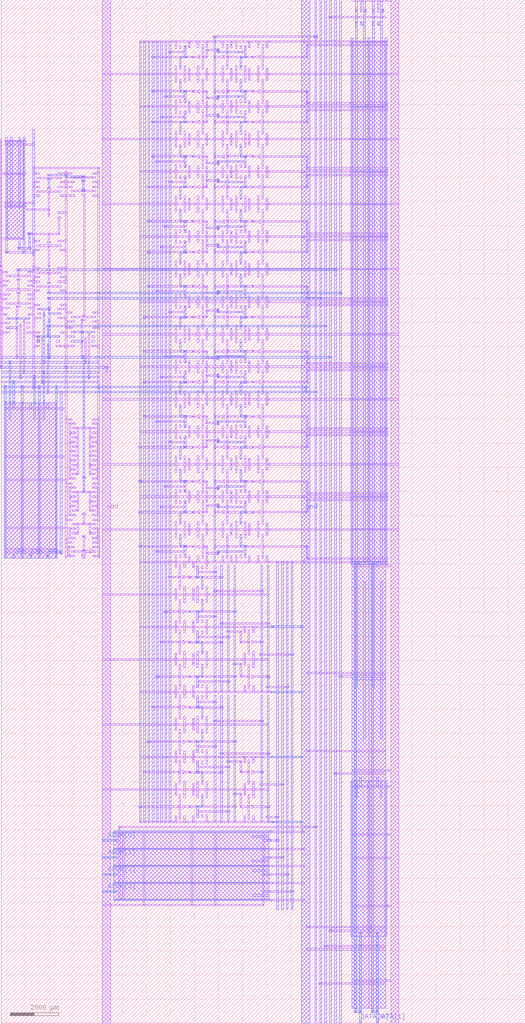
<source format=lef>
VERSION 5.4 ;
NAMESCASESENSITIVE ON ;
BUSBITCHARS "[]" ;
DIVIDERCHAR "/" ;
UNITS
  DATABASE MICRONS 1000 ;
END UNITS
SITE  MacroSite
   CLASS Core ;
   SIZE 21695.0 by 42337.5 ;
END  MacroSite
MACRO sram_2_16_1_freepdk45
   CLASS BLOCK ;
   SIZE 21695.0 BY 42337.5 ;
   SYMMETRY X Y R90 ;
   SITE MacroSite ;
   PIN DATA[0]
      DIRECTION INOUT ;
      PORT
         LAYER metal2 ;
         RECT  14837.5 0.0 14907.5 140.0 ;
      END
   END DATA[0]
   PIN DATA[1]
      DIRECTION INOUT ;
      PORT
         LAYER metal2 ;
         RECT  15542.5 0.0 15612.5 140.0 ;
      END
   END DATA[1]
   PIN ADDR[0]
      DIRECTION INPUT ;
      PORT
         LAYER metal3 ;
         RECT  4175.0 7532.5 4655.0 7602.5 ;
      END
   END ADDR[0]
   PIN ADDR[1]
      DIRECTION INPUT ;
      PORT
         LAYER metal3 ;
         RECT  4175.0 6827.5 4655.0 6897.5 ;
      END
   END ADDR[1]
   PIN ADDR[2]
      DIRECTION INPUT ;
      PORT
         LAYER metal3 ;
         RECT  4175.0 6122.5 4655.0 6192.5 ;
      END
   END ADDR[2]
   PIN ADDR[3]
      DIRECTION INPUT ;
      PORT
         LAYER metal3 ;
         RECT  4175.0 5417.5 4655.0 5487.5 ;
      END
   END ADDR[3]
   PIN CSb
      DIRECTION INPUT ;
      PORT
         LAYER metal3 ;
         RECT  1187.5 19230.0 1257.5 19370.0 ;
      END
   END CSb
   PIN WEb
      DIRECTION INPUT ;
      PORT
         LAYER metal3 ;
         RECT  1892.5 19230.0 1962.5 19370.0 ;
      END
   END WEb
   PIN OEb
      DIRECTION INPUT ;
      PORT
         LAYER metal3 ;
         RECT  482.5 19230.0 552.5 19370.0 ;
      END
   END OEb
   PIN clk
      DIRECTION INPUT ;
      PORT
         LAYER metal1 ;
         RECT  3340.0 19230.0 3475.0 19420.0 ;
      END
   END clk
   PIN vdd
      DIRECTION INOUT ;
      USE POWER ; 
      SHAPE ABUTMENT ; 
      PORT
         LAYER metal1 ;
         RECT  16125.0 0.0 16475.0 42337.5 ;
         LAYER metal1 ;
         RECT  4175.0 0.0 4525.0 42337.5 ;
      END
   END vdd
   PIN gnd
      DIRECTION INOUT ;
      USE GROUND ; 
      SHAPE ABUTMENT ; 
      PORT
         LAYER metal2 ;
         RECT  12427.5 0.0 12777.5 42337.5 ;
      END
   END gnd
   OBS
   LAYER  metal1 ;
      RECT  4317.5 26935.0 4382.5 27140.0 ;
      RECT  8475.0 19685.0 8540.0 19750.0 ;
      RECT  8475.0 19412.5 8540.0 19477.5 ;
      RECT  8405.0 19685.0 8507.5 19750.0 ;
      RECT  8475.0 19445.0 8540.0 19717.5 ;
      RECT  8507.5 19412.5 8610.0 19477.5 ;
      RECT  12632.5 19685.0 12697.5 19750.0 ;
      RECT  12632.5 19197.5 12697.5 19262.5 ;
      RECT  10900.0 19685.0 12665.0 19750.0 ;
      RECT  12632.5 19230.0 12697.5 19717.5 ;
      RECT  12665.0 19197.5 14430.0 19262.5 ;
      RECT  8475.0 21120.0 8540.0 21185.0 ;
      RECT  8475.0 21392.5 8540.0 21457.5 ;
      RECT  8405.0 21120.0 8507.5 21185.0 ;
      RECT  8475.0 21152.5 8540.0 21425.0 ;
      RECT  8507.5 21392.5 8610.0 21457.5 ;
      RECT  12632.5 21120.0 12697.5 21185.0 ;
      RECT  12632.5 21607.5 12697.5 21672.5 ;
      RECT  10900.0 21120.0 12665.0 21185.0 ;
      RECT  12632.5 21152.5 12697.5 21640.0 ;
      RECT  12665.0 21607.5 14430.0 21672.5 ;
      RECT  8475.0 22375.0 8540.0 22440.0 ;
      RECT  8475.0 22102.5 8540.0 22167.5 ;
      RECT  8405.0 22375.0 8507.5 22440.0 ;
      RECT  8475.0 22135.0 8540.0 22407.5 ;
      RECT  8507.5 22102.5 8610.0 22167.5 ;
      RECT  12632.5 22375.0 12697.5 22440.0 ;
      RECT  12632.5 21887.5 12697.5 21952.5 ;
      RECT  10900.0 22375.0 12665.0 22440.0 ;
      RECT  12632.5 21920.0 12697.5 22407.5 ;
      RECT  12665.0 21887.5 14430.0 21952.5 ;
      RECT  8475.0 23810.0 8540.0 23875.0 ;
      RECT  8475.0 24082.5 8540.0 24147.5 ;
      RECT  8405.0 23810.0 8507.5 23875.0 ;
      RECT  8475.0 23842.5 8540.0 24115.0 ;
      RECT  8507.5 24082.5 8610.0 24147.5 ;
      RECT  12632.5 23810.0 12697.5 23875.0 ;
      RECT  12632.5 24297.5 12697.5 24362.5 ;
      RECT  10900.0 23810.0 12665.0 23875.0 ;
      RECT  12632.5 23842.5 12697.5 24330.0 ;
      RECT  12665.0 24297.5 14430.0 24362.5 ;
      RECT  8475.0 25065.0 8540.0 25130.0 ;
      RECT  8475.0 24792.5 8540.0 24857.5 ;
      RECT  8405.0 25065.0 8507.5 25130.0 ;
      RECT  8475.0 24825.0 8540.0 25097.5 ;
      RECT  8507.5 24792.5 8610.0 24857.5 ;
      RECT  12632.5 25065.0 12697.5 25130.0 ;
      RECT  12632.5 24577.5 12697.5 24642.5 ;
      RECT  10900.0 25065.0 12665.0 25130.0 ;
      RECT  12632.5 24610.0 12697.5 25097.5 ;
      RECT  12665.0 24577.5 14430.0 24642.5 ;
      RECT  8475.0 26500.0 8540.0 26565.0 ;
      RECT  8475.0 26772.5 8540.0 26837.5 ;
      RECT  8405.0 26500.0 8507.5 26565.0 ;
      RECT  8475.0 26532.5 8540.0 26805.0 ;
      RECT  8507.5 26772.5 8610.0 26837.5 ;
      RECT  12632.5 26500.0 12697.5 26565.0 ;
      RECT  12632.5 26987.5 12697.5 27052.5 ;
      RECT  10900.0 26500.0 12665.0 26565.0 ;
      RECT  12632.5 26532.5 12697.5 27020.0 ;
      RECT  12665.0 26987.5 14430.0 27052.5 ;
      RECT  8475.0 27755.0 8540.0 27820.0 ;
      RECT  8475.0 27482.5 8540.0 27547.5 ;
      RECT  8405.0 27755.0 8507.5 27820.0 ;
      RECT  8475.0 27515.0 8540.0 27787.5 ;
      RECT  8507.5 27482.5 8610.0 27547.5 ;
      RECT  12632.5 27755.0 12697.5 27820.0 ;
      RECT  12632.5 27267.5 12697.5 27332.5 ;
      RECT  10900.0 27755.0 12665.0 27820.0 ;
      RECT  12632.5 27300.0 12697.5 27787.5 ;
      RECT  12665.0 27267.5 14430.0 27332.5 ;
      RECT  8475.0 29190.0 8540.0 29255.0 ;
      RECT  8475.0 29462.5 8540.0 29527.5 ;
      RECT  8405.0 29190.0 8507.5 29255.0 ;
      RECT  8475.0 29222.5 8540.0 29495.0 ;
      RECT  8507.5 29462.5 8610.0 29527.5 ;
      RECT  12632.5 29190.0 12697.5 29255.0 ;
      RECT  12632.5 29677.5 12697.5 29742.5 ;
      RECT  10900.0 29190.0 12665.0 29255.0 ;
      RECT  12632.5 29222.5 12697.5 29710.0 ;
      RECT  12665.0 29677.5 14430.0 29742.5 ;
      RECT  8475.0 30445.0 8540.0 30510.0 ;
      RECT  8475.0 30172.5 8540.0 30237.5 ;
      RECT  8405.0 30445.0 8507.5 30510.0 ;
      RECT  8475.0 30205.0 8540.0 30477.5 ;
      RECT  8507.5 30172.5 8610.0 30237.5 ;
      RECT  12632.5 30445.0 12697.5 30510.0 ;
      RECT  12632.5 29957.5 12697.5 30022.5 ;
      RECT  10900.0 30445.0 12665.0 30510.0 ;
      RECT  12632.5 29990.0 12697.5 30477.5 ;
      RECT  12665.0 29957.5 14430.0 30022.5 ;
      RECT  8475.0 31880.0 8540.0 31945.0 ;
      RECT  8475.0 32152.5 8540.0 32217.5 ;
      RECT  8405.0 31880.0 8507.5 31945.0 ;
      RECT  8475.0 31912.5 8540.0 32185.0 ;
      RECT  8507.5 32152.5 8610.0 32217.5 ;
      RECT  12632.5 31880.0 12697.5 31945.0 ;
      RECT  12632.5 32367.5 12697.5 32432.5 ;
      RECT  10900.0 31880.0 12665.0 31945.0 ;
      RECT  12632.5 31912.5 12697.5 32400.0 ;
      RECT  12665.0 32367.5 14430.0 32432.5 ;
      RECT  8475.0 33135.0 8540.0 33200.0 ;
      RECT  8475.0 32862.5 8540.0 32927.5 ;
      RECT  8405.0 33135.0 8507.5 33200.0 ;
      RECT  8475.0 32895.0 8540.0 33167.5 ;
      RECT  8507.5 32862.5 8610.0 32927.5 ;
      RECT  12632.5 33135.0 12697.5 33200.0 ;
      RECT  12632.5 32647.5 12697.5 32712.5 ;
      RECT  10900.0 33135.0 12665.0 33200.0 ;
      RECT  12632.5 32680.0 12697.5 33167.5 ;
      RECT  12665.0 32647.5 14430.0 32712.5 ;
      RECT  8475.0 34570.0 8540.0 34635.0 ;
      RECT  8475.0 34842.5 8540.0 34907.5 ;
      RECT  8405.0 34570.0 8507.5 34635.0 ;
      RECT  8475.0 34602.5 8540.0 34875.0 ;
      RECT  8507.5 34842.5 8610.0 34907.5 ;
      RECT  12632.5 34570.0 12697.5 34635.0 ;
      RECT  12632.5 35057.5 12697.5 35122.5 ;
      RECT  10900.0 34570.0 12665.0 34635.0 ;
      RECT  12632.5 34602.5 12697.5 35090.0 ;
      RECT  12665.0 35057.5 14430.0 35122.5 ;
      RECT  8475.0 35825.0 8540.0 35890.0 ;
      RECT  8475.0 35552.5 8540.0 35617.5 ;
      RECT  8405.0 35825.0 8507.5 35890.0 ;
      RECT  8475.0 35585.0 8540.0 35857.5 ;
      RECT  8507.5 35552.5 8610.0 35617.5 ;
      RECT  12632.5 35825.0 12697.5 35890.0 ;
      RECT  12632.5 35337.5 12697.5 35402.5 ;
      RECT  10900.0 35825.0 12665.0 35890.0 ;
      RECT  12632.5 35370.0 12697.5 35857.5 ;
      RECT  12665.0 35337.5 14430.0 35402.5 ;
      RECT  8475.0 37260.0 8540.0 37325.0 ;
      RECT  8475.0 37532.5 8540.0 37597.5 ;
      RECT  8405.0 37260.0 8507.5 37325.0 ;
      RECT  8475.0 37292.5 8540.0 37565.0 ;
      RECT  8507.5 37532.5 8610.0 37597.5 ;
      RECT  12632.5 37260.0 12697.5 37325.0 ;
      RECT  12632.5 37747.5 12697.5 37812.5 ;
      RECT  10900.0 37260.0 12665.0 37325.0 ;
      RECT  12632.5 37292.5 12697.5 37780.0 ;
      RECT  12665.0 37747.5 14430.0 37812.5 ;
      RECT  8475.0 38515.0 8540.0 38580.0 ;
      RECT  8475.0 38242.5 8540.0 38307.5 ;
      RECT  8405.0 38515.0 8507.5 38580.0 ;
      RECT  8475.0 38275.0 8540.0 38547.5 ;
      RECT  8507.5 38242.5 8610.0 38307.5 ;
      RECT  12632.5 38515.0 12697.5 38580.0 ;
      RECT  12632.5 38027.5 12697.5 38092.5 ;
      RECT  10900.0 38515.0 12665.0 38580.0 ;
      RECT  12632.5 38060.0 12697.5 38547.5 ;
      RECT  12665.0 38027.5 14430.0 38092.5 ;
      RECT  8475.0 39950.0 8540.0 40015.0 ;
      RECT  8475.0 40222.5 8540.0 40287.5 ;
      RECT  8405.0 39950.0 8507.5 40015.0 ;
      RECT  8475.0 39982.5 8540.0 40255.0 ;
      RECT  8507.5 40222.5 8610.0 40287.5 ;
      RECT  12632.5 39950.0 12697.5 40015.0 ;
      RECT  12632.5 40437.5 12697.5 40502.5 ;
      RECT  10900.0 39950.0 12665.0 40015.0 ;
      RECT  12632.5 39982.5 12697.5 40470.0 ;
      RECT  12665.0 40437.5 14430.0 40502.5 ;
      RECT  9065.0 19057.5 14520.0 19122.5 ;
      RECT  9065.0 21747.5 14520.0 21812.5 ;
      RECT  9065.0 24437.5 14520.0 24502.5 ;
      RECT  9065.0 27127.5 14520.0 27192.5 ;
      RECT  9065.0 29817.5 14520.0 29882.5 ;
      RECT  9065.0 32507.5 14520.0 32572.5 ;
      RECT  9065.0 35197.5 14520.0 35262.5 ;
      RECT  9065.0 37887.5 14520.0 37952.5 ;
      RECT  9065.0 40577.5 14520.0 40642.5 ;
      RECT  4175.0 20402.5 16475.0 20467.5 ;
      RECT  4175.0 23092.5 16475.0 23157.5 ;
      RECT  4175.0 25782.5 16475.0 25847.5 ;
      RECT  4175.0 28472.5 16475.0 28537.5 ;
      RECT  4175.0 31162.5 16475.0 31227.5 ;
      RECT  4175.0 33852.5 16475.0 33917.5 ;
      RECT  4175.0 36542.5 16475.0 36607.5 ;
      RECT  4175.0 39232.5 16475.0 39297.5 ;
      RECT  11095.0 8502.5 11437.5 8567.5 ;
      RECT  10820.0 9847.5 11642.5 9912.5 ;
      RECT  11095.0 13882.5 11847.5 13947.5 ;
      RECT  10820.0 15227.5 12052.5 15292.5 ;
      RECT  11095.0 8297.5 11232.5 8362.5 ;
      RECT  11095.0 10987.5 11232.5 11052.5 ;
      RECT  11095.0 13677.5 11232.5 13742.5 ;
      RECT  11095.0 16367.5 11232.5 16432.5 ;
      RECT  4175.0 9642.5 11095.0 9707.5 ;
      RECT  4175.0 12332.5 11095.0 12397.5 ;
      RECT  4175.0 15022.5 11095.0 15087.5 ;
      RECT  4175.0 17712.5 11095.0 17777.5 ;
      RECT  11095.0 7535.0 11437.5 7600.0 ;
      RECT  11095.0 6830.0 11642.5 6895.0 ;
      RECT  11095.0 6125.0 11847.5 6190.0 ;
      RECT  11095.0 5420.0 12052.5 5485.0 ;
      RECT  11095.0 7887.5 12562.5 7952.5 ;
      RECT  11095.0 7182.5 12562.5 7247.5 ;
      RECT  11095.0 6477.5 12562.5 6542.5 ;
      RECT  11095.0 5772.5 12562.5 5837.5 ;
      RECT  11095.0 5067.5 12562.5 5132.5 ;
      RECT  7865.0 4862.5 7930.0 4927.5 ;
      RECT  7865.0 4895.0 7930.0 5100.0 ;
      RECT  4175.0 4862.5 7897.5 4927.5 ;
      RECT  10825.0 4862.5 10890.0 4927.5 ;
      RECT  10825.0 4895.0 10890.0 5100.0 ;
      RECT  4175.0 4862.5 10857.5 4927.5 ;
      RECT  5875.0 4862.5 5940.0 4927.5 ;
      RECT  5875.0 4895.0 5940.0 5100.0 ;
      RECT  4175.0 4862.5 5907.5 4927.5 ;
      RECT  8835.0 4862.5 8900.0 4927.5 ;
      RECT  8835.0 4895.0 8900.0 5100.0 ;
      RECT  4175.0 4862.5 8867.5 4927.5 ;
      RECT  13632.5 3795.0 14520.0 3860.0 ;
      RECT  13222.5 1610.0 14520.0 1675.0 ;
      RECT  13427.5 3157.5 14520.0 3222.5 ;
      RECT  13632.5 41587.5 14520.0 41652.5 ;
      RECT  13837.5 10297.5 14520.0 10362.5 ;
      RECT  14042.5 14322.5 14520.0 14387.5 ;
      RECT  4860.0 8092.5 4925.0 8157.5 ;
      RECT  4860.0 7920.0 4925.0 8125.0 ;
      RECT  4892.5 8092.5 13017.5 8157.5 ;
      RECT  8840.0 40782.5 13082.5 40847.5 ;
      RECT  14520.0 42272.5 16125.0 42337.5 ;
      RECT  14520.0 18895.0 16125.0 18960.0 ;
      RECT  14520.0 10427.5 16125.0 10492.5 ;
      RECT  14520.0 6800.0 16125.0 6865.0 ;
      RECT  14520.0 9760.0 16125.0 9825.0 ;
      RECT  14520.0 4810.0 16125.0 4875.0 ;
      RECT  14520.0 7770.0 16125.0 7835.0 ;
      RECT  14520.0 1740.0 16125.0 1805.0 ;
      RECT  12777.5 3027.5 14520.0 3092.5 ;
      RECT  12777.5 14452.5 14520.0 14517.5 ;
      RECT  12777.5 3955.0 14520.0 4020.0 ;
      RECT  12777.5 11230.0 14520.0 11295.0 ;
      RECT  14520.0 19090.0 15225.0 20435.0 ;
      RECT  14520.0 21780.0 15225.0 20435.0 ;
      RECT  14520.0 21780.0 15225.0 23125.0 ;
      RECT  14520.0 24470.0 15225.0 23125.0 ;
      RECT  14520.0 24470.0 15225.0 25815.0 ;
      RECT  14520.0 27160.0 15225.0 25815.0 ;
      RECT  14520.0 27160.0 15225.0 28505.0 ;
      RECT  14520.0 29850.0 15225.0 28505.0 ;
      RECT  14520.0 29850.0 15225.0 31195.0 ;
      RECT  14520.0 32540.0 15225.0 31195.0 ;
      RECT  14520.0 32540.0 15225.0 33885.0 ;
      RECT  14520.0 35230.0 15225.0 33885.0 ;
      RECT  14520.0 35230.0 15225.0 36575.0 ;
      RECT  14520.0 37920.0 15225.0 36575.0 ;
      RECT  14520.0 37920.0 15225.0 39265.0 ;
      RECT  14520.0 40610.0 15225.0 39265.0 ;
      RECT  15225.0 19090.0 15930.0 20435.0 ;
      RECT  15225.0 21780.0 15930.0 20435.0 ;
      RECT  15225.0 21780.0 15930.0 23125.0 ;
      RECT  15225.0 24470.0 15930.0 23125.0 ;
      RECT  15225.0 24470.0 15930.0 25815.0 ;
      RECT  15225.0 27160.0 15930.0 25815.0 ;
      RECT  15225.0 27160.0 15930.0 28505.0 ;
      RECT  15225.0 29850.0 15930.0 28505.0 ;
      RECT  15225.0 29850.0 15930.0 31195.0 ;
      RECT  15225.0 32540.0 15930.0 31195.0 ;
      RECT  15225.0 32540.0 15930.0 33885.0 ;
      RECT  15225.0 35230.0 15930.0 33885.0 ;
      RECT  15225.0 35230.0 15930.0 36575.0 ;
      RECT  15225.0 37920.0 15930.0 36575.0 ;
      RECT  15225.0 37920.0 15930.0 39265.0 ;
      RECT  15225.0 40610.0 15930.0 39265.0 ;
      RECT  14430.0 19197.5 16020.0 19262.5 ;
      RECT  14430.0 21607.5 16020.0 21672.5 ;
      RECT  14430.0 21887.5 16020.0 21952.5 ;
      RECT  14430.0 24297.5 16020.0 24362.5 ;
      RECT  14430.0 24577.5 16020.0 24642.5 ;
      RECT  14430.0 26987.5 16020.0 27052.5 ;
      RECT  14430.0 27267.5 16020.0 27332.5 ;
      RECT  14430.0 29677.5 16020.0 29742.5 ;
      RECT  14430.0 29957.5 16020.0 30022.5 ;
      RECT  14430.0 32367.5 16020.0 32432.5 ;
      RECT  14430.0 32647.5 16020.0 32712.5 ;
      RECT  14430.0 35057.5 16020.0 35122.5 ;
      RECT  14430.0 35337.5 16020.0 35402.5 ;
      RECT  14430.0 37747.5 16020.0 37812.5 ;
      RECT  14430.0 38027.5 16020.0 38092.5 ;
      RECT  14430.0 40437.5 16020.0 40502.5 ;
      RECT  14430.0 20402.5 16020.0 20467.5 ;
      RECT  14430.0 23092.5 16020.0 23157.5 ;
      RECT  14430.0 25782.5 16020.0 25847.5 ;
      RECT  14430.0 28472.5 16020.0 28537.5 ;
      RECT  14430.0 31162.5 16020.0 31227.5 ;
      RECT  14430.0 33852.5 16020.0 33917.5 ;
      RECT  14430.0 36542.5 16020.0 36607.5 ;
      RECT  14430.0 39232.5 16020.0 39297.5 ;
      RECT  14430.0 19057.5 16020.0 19122.5 ;
      RECT  14430.0 21747.5 16020.0 21812.5 ;
      RECT  14430.0 24437.5 16020.0 24502.5 ;
      RECT  14430.0 27127.5 16020.0 27192.5 ;
      RECT  14430.0 29817.5 16020.0 29882.5 ;
      RECT  14430.0 32507.5 16020.0 32572.5 ;
      RECT  14430.0 35197.5 16020.0 35262.5 ;
      RECT  14430.0 37887.5 16020.0 37952.5 ;
      RECT  14430.0 40577.5 16020.0 40642.5 ;
      RECT  14872.5 41822.5 14937.5 42337.5 ;
      RECT  14682.5 41292.5 14747.5 41427.5 ;
      RECT  14872.5 41292.5 14937.5 41427.5 ;
      RECT  14872.5 41292.5 14937.5 41427.5 ;
      RECT  14682.5 41292.5 14747.5 41427.5 ;
      RECT  14682.5 41822.5 14747.5 41957.5 ;
      RECT  14872.5 41822.5 14937.5 41957.5 ;
      RECT  14872.5 41822.5 14937.5 41957.5 ;
      RECT  14682.5 41822.5 14747.5 41957.5 ;
      RECT  14872.5 41822.5 14937.5 41957.5 ;
      RECT  15062.5 41822.5 15127.5 41957.5 ;
      RECT  15062.5 41822.5 15127.5 41957.5 ;
      RECT  14872.5 41822.5 14937.5 41957.5 ;
      RECT  14852.5 41587.5 14717.5 41652.5 ;
      RECT  14872.5 42135.0 14937.5 42270.0 ;
      RECT  14682.5 41292.5 14747.5 41427.5 ;
      RECT  14872.5 41292.5 14937.5 41427.5 ;
      RECT  14682.5 41822.5 14747.5 41957.5 ;
      RECT  15062.5 41822.5 15127.5 41957.5 ;
      RECT  14520.0 41587.5 15225.0 41652.5 ;
      RECT  14520.0 42272.5 15225.0 42337.5 ;
      RECT  15577.5 41822.5 15642.5 42337.5 ;
      RECT  15387.5 41292.5 15452.5 41427.5 ;
      RECT  15577.5 41292.5 15642.5 41427.5 ;
      RECT  15577.5 41292.5 15642.5 41427.5 ;
      RECT  15387.5 41292.5 15452.5 41427.5 ;
      RECT  15387.5 41822.5 15452.5 41957.5 ;
      RECT  15577.5 41822.5 15642.5 41957.5 ;
      RECT  15577.5 41822.5 15642.5 41957.5 ;
      RECT  15387.5 41822.5 15452.5 41957.5 ;
      RECT  15577.5 41822.5 15642.5 41957.5 ;
      RECT  15767.5 41822.5 15832.5 41957.5 ;
      RECT  15767.5 41822.5 15832.5 41957.5 ;
      RECT  15577.5 41822.5 15642.5 41957.5 ;
      RECT  15557.5 41587.5 15422.5 41652.5 ;
      RECT  15577.5 42135.0 15642.5 42270.0 ;
      RECT  15387.5 41292.5 15452.5 41427.5 ;
      RECT  15577.5 41292.5 15642.5 41427.5 ;
      RECT  15387.5 41822.5 15452.5 41957.5 ;
      RECT  15767.5 41822.5 15832.5 41957.5 ;
      RECT  15225.0 41587.5 15930.0 41652.5 ;
      RECT  15225.0 42272.5 15930.0 42337.5 ;
      RECT  14520.0 41587.5 15930.0 41652.5 ;
      RECT  14520.0 42272.5 15930.0 42337.5 ;
      RECT  14520.0 14205.0 15225.0 19090.0 ;
      RECT  15225.0 14205.0 15930.0 19090.0 ;
      RECT  14520.0 14322.5 15930.0 14387.5 ;
      RECT  14520.0 18895.0 15930.0 18960.0 ;
      RECT  14520.0 14452.5 15930.0 14517.5 ;
      RECT  14520.0 10030.0 15225.0 14205.0 ;
      RECT  15225.0 10030.0 15930.0 14205.0 ;
      RECT  14520.0 10297.5 15930.0 10362.5 ;
      RECT  14520.0 10427.5 15930.0 10492.5 ;
      RECT  14520.0 11230.0 15930.0 11295.0 ;
      RECT  14520.0 3590.0 15225.0 10030.0 ;
      RECT  15930.0 3590.0 15225.0 10030.0 ;
      RECT  14520.0 3795.0 15930.0 3860.0 ;
      RECT  14520.0 6800.0 15930.0 6865.0 ;
      RECT  14520.0 9760.0 15930.0 9825.0 ;
      RECT  14520.0 4810.0 15930.0 4875.0 ;
      RECT  14520.0 7770.0 15930.0 7835.0 ;
      RECT  14520.0 3955.0 15930.0 4020.0 ;
      RECT  14520.0 3590.0 15225.0 615.0 ;
      RECT  15225.0 3590.0 15930.0 615.0 ;
      RECT  14520.0 3222.5 15930.0 3157.5 ;
      RECT  14520.0 1675.0 15930.0 1610.0 ;
      RECT  14520.0 1805.0 15930.0 1740.0 ;
      RECT  14520.0 3092.5 15930.0 3027.5 ;
      RECT  7895.0 19697.5 7960.0 19762.5 ;
      RECT  7895.0 19685.0 7960.0 19750.0 ;
      RECT  7677.5 19697.5 7927.5 19762.5 ;
      RECT  7895.0 19717.5 7960.0 19730.0 ;
      RECT  7927.5 19685.0 8175.0 19750.0 ;
      RECT  7895.0 21107.5 7960.0 21172.5 ;
      RECT  7895.0 21120.0 7960.0 21185.0 ;
      RECT  7677.5 21107.5 7927.5 21172.5 ;
      RECT  7895.0 21140.0 7960.0 21152.5 ;
      RECT  7927.5 21120.0 8175.0 21185.0 ;
      RECT  7895.0 22387.5 7960.0 22452.5 ;
      RECT  7895.0 22375.0 7960.0 22440.0 ;
      RECT  7677.5 22387.5 7927.5 22452.5 ;
      RECT  7895.0 22407.5 7960.0 22420.0 ;
      RECT  7927.5 22375.0 8175.0 22440.0 ;
      RECT  7895.0 23797.5 7960.0 23862.5 ;
      RECT  7895.0 23810.0 7960.0 23875.0 ;
      RECT  7677.5 23797.5 7927.5 23862.5 ;
      RECT  7895.0 23830.0 7960.0 23842.5 ;
      RECT  7927.5 23810.0 8175.0 23875.0 ;
      RECT  7895.0 25077.5 7960.0 25142.5 ;
      RECT  7895.0 25065.0 7960.0 25130.0 ;
      RECT  7677.5 25077.5 7927.5 25142.5 ;
      RECT  7895.0 25097.5 7960.0 25110.0 ;
      RECT  7927.5 25065.0 8175.0 25130.0 ;
      RECT  7895.0 26487.5 7960.0 26552.5 ;
      RECT  7895.0 26500.0 7960.0 26565.0 ;
      RECT  7677.5 26487.5 7927.5 26552.5 ;
      RECT  7895.0 26520.0 7960.0 26532.5 ;
      RECT  7927.5 26500.0 8175.0 26565.0 ;
      RECT  7895.0 27767.5 7960.0 27832.5 ;
      RECT  7895.0 27755.0 7960.0 27820.0 ;
      RECT  7677.5 27767.5 7927.5 27832.5 ;
      RECT  7895.0 27787.5 7960.0 27800.0 ;
      RECT  7927.5 27755.0 8175.0 27820.0 ;
      RECT  7895.0 29177.5 7960.0 29242.5 ;
      RECT  7895.0 29190.0 7960.0 29255.0 ;
      RECT  7677.5 29177.5 7927.5 29242.5 ;
      RECT  7895.0 29210.0 7960.0 29222.5 ;
      RECT  7927.5 29190.0 8175.0 29255.0 ;
      RECT  7895.0 30457.5 7960.0 30522.5 ;
      RECT  7895.0 30445.0 7960.0 30510.0 ;
      RECT  7677.5 30457.5 7927.5 30522.5 ;
      RECT  7895.0 30477.5 7960.0 30490.0 ;
      RECT  7927.5 30445.0 8175.0 30510.0 ;
      RECT  7895.0 31867.5 7960.0 31932.5 ;
      RECT  7895.0 31880.0 7960.0 31945.0 ;
      RECT  7677.5 31867.5 7927.5 31932.5 ;
      RECT  7895.0 31900.0 7960.0 31912.5 ;
      RECT  7927.5 31880.0 8175.0 31945.0 ;
      RECT  7895.0 33147.5 7960.0 33212.5 ;
      RECT  7895.0 33135.0 7960.0 33200.0 ;
      RECT  7677.5 33147.5 7927.5 33212.5 ;
      RECT  7895.0 33167.5 7960.0 33180.0 ;
      RECT  7927.5 33135.0 8175.0 33200.0 ;
      RECT  7895.0 34557.5 7960.0 34622.5 ;
      RECT  7895.0 34570.0 7960.0 34635.0 ;
      RECT  7677.5 34557.5 7927.5 34622.5 ;
      RECT  7895.0 34590.0 7960.0 34602.5 ;
      RECT  7927.5 34570.0 8175.0 34635.0 ;
      RECT  7895.0 35837.5 7960.0 35902.5 ;
      RECT  7895.0 35825.0 7960.0 35890.0 ;
      RECT  7677.5 35837.5 7927.5 35902.5 ;
      RECT  7895.0 35857.5 7960.0 35870.0 ;
      RECT  7927.5 35825.0 8175.0 35890.0 ;
      RECT  7895.0 37247.5 7960.0 37312.5 ;
      RECT  7895.0 37260.0 7960.0 37325.0 ;
      RECT  7677.5 37247.5 7927.5 37312.5 ;
      RECT  7895.0 37280.0 7960.0 37292.5 ;
      RECT  7927.5 37260.0 8175.0 37325.0 ;
      RECT  7895.0 38527.5 7960.0 38592.5 ;
      RECT  7895.0 38515.0 7960.0 38580.0 ;
      RECT  7677.5 38527.5 7927.5 38592.5 ;
      RECT  7895.0 38547.5 7960.0 38560.0 ;
      RECT  7927.5 38515.0 8175.0 38580.0 ;
      RECT  7895.0 39937.5 7960.0 40002.5 ;
      RECT  7895.0 39950.0 7960.0 40015.0 ;
      RECT  7677.5 39937.5 7927.5 40002.5 ;
      RECT  7895.0 39970.0 7960.0 39982.5 ;
      RECT  7927.5 39950.0 8175.0 40015.0 ;
      RECT  5765.0 8925.0 7130.0 8990.0 ;
      RECT  5940.0 10360.0 7130.0 10425.0 ;
      RECT  6115.0 11615.0 7130.0 11680.0 ;
      RECT  6290.0 13050.0 7130.0 13115.0 ;
      RECT  6465.0 14305.0 7130.0 14370.0 ;
      RECT  6640.0 15740.0 7130.0 15805.0 ;
      RECT  6815.0 16995.0 7130.0 17060.0 ;
      RECT  6990.0 18430.0 7130.0 18495.0 ;
      RECT  5765.0 19697.5 7190.0 19762.5 ;
      RECT  6465.0 19482.5 7447.5 19547.5 ;
      RECT  5765.0 21107.5 7190.0 21172.5 ;
      RECT  6640.0 21322.5 7447.5 21387.5 ;
      RECT  5765.0 22387.5 7190.0 22452.5 ;
      RECT  6815.0 22172.5 7447.5 22237.5 ;
      RECT  5765.0 23797.5 7190.0 23862.5 ;
      RECT  6990.0 24012.5 7447.5 24077.5 ;
      RECT  5940.0 25077.5 7190.0 25142.5 ;
      RECT  6465.0 24862.5 7447.5 24927.5 ;
      RECT  5940.0 26487.5 7190.0 26552.5 ;
      RECT  6640.0 26702.5 7447.5 26767.5 ;
      RECT  5940.0 27767.5 7190.0 27832.5 ;
      RECT  6815.0 27552.5 7447.5 27617.5 ;
      RECT  5940.0 29177.5 7190.0 29242.5 ;
      RECT  6990.0 29392.5 7447.5 29457.5 ;
      RECT  6115.0 30457.5 7190.0 30522.5 ;
      RECT  6465.0 30242.5 7447.5 30307.5 ;
      RECT  6115.0 31867.5 7190.0 31932.5 ;
      RECT  6640.0 32082.5 7447.5 32147.5 ;
      RECT  6115.0 33147.5 7190.0 33212.5 ;
      RECT  6815.0 32932.5 7447.5 32997.5 ;
      RECT  6115.0 34557.5 7190.0 34622.5 ;
      RECT  6990.0 34772.5 7447.5 34837.5 ;
      RECT  6290.0 35837.5 7190.0 35902.5 ;
      RECT  6465.0 35622.5 7447.5 35687.5 ;
      RECT  6290.0 37247.5 7190.0 37312.5 ;
      RECT  6640.0 37462.5 7447.5 37527.5 ;
      RECT  6290.0 38527.5 7190.0 38592.5 ;
      RECT  6815.0 38312.5 7447.5 38377.5 ;
      RECT  6290.0 39937.5 7190.0 40002.5 ;
      RECT  6990.0 40152.5 7447.5 40217.5 ;
      RECT  9952.5 8925.0 9887.5 8990.0 ;
      RECT  9952.5 9447.5 9887.5 9512.5 ;
      RECT  10190.0 8925.0 9920.0 8990.0 ;
      RECT  9952.5 8957.5 9887.5 9480.0 ;
      RECT  9920.0 9447.5 9675.0 9512.5 ;
      RECT  11060.0 8925.0 10420.0 8990.0 ;
      RECT  9952.5 10360.0 9887.5 10425.0 ;
      RECT  9952.5 10792.5 9887.5 10857.5 ;
      RECT  10190.0 10360.0 9920.0 10425.0 ;
      RECT  9952.5 10392.5 9887.5 10825.0 ;
      RECT  9920.0 10792.5 9400.0 10857.5 ;
      RECT  10785.0 10360.0 10420.0 10425.0 ;
      RECT  11060.0 11122.5 9125.0 11187.5 ;
      RECT  10785.0 12467.5 8850.0 12532.5 ;
      RECT  9675.0 8937.5 8550.0 9002.5 ;
      RECT  9400.0 8722.5 8292.5 8787.5 ;
      RECT  9125.0 10347.5 8550.0 10412.5 ;
      RECT  9400.0 10562.5 8292.5 10627.5 ;
      RECT  9675.0 11627.5 8550.0 11692.5 ;
      RECT  8850.0 11412.5 8292.5 11477.5 ;
      RECT  9125.0 13037.5 8550.0 13102.5 ;
      RECT  8850.0 13252.5 8292.5 13317.5 ;
      RECT  7845.0 8937.5 7780.0 9002.5 ;
      RECT  7845.0 8925.0 7780.0 8990.0 ;
      RECT  8062.5 8937.5 7812.5 9002.5 ;
      RECT  7845.0 8957.5 7780.0 8970.0 ;
      RECT  7812.5 8925.0 7565.0 8990.0 ;
      RECT  7845.0 10347.5 7780.0 10412.5 ;
      RECT  7845.0 10360.0 7780.0 10425.0 ;
      RECT  8062.5 10347.5 7812.5 10412.5 ;
      RECT  7845.0 10380.0 7780.0 10392.5 ;
      RECT  7812.5 10360.0 7565.0 10425.0 ;
      RECT  7845.0 11627.5 7780.0 11692.5 ;
      RECT  7845.0 11615.0 7780.0 11680.0 ;
      RECT  8062.5 11627.5 7812.5 11692.5 ;
      RECT  7845.0 11647.5 7780.0 11660.0 ;
      RECT  7812.5 11615.0 7565.0 11680.0 ;
      RECT  7845.0 13037.5 7780.0 13102.5 ;
      RECT  7845.0 13050.0 7780.0 13115.0 ;
      RECT  8062.5 13037.5 7812.5 13102.5 ;
      RECT  7845.0 13070.0 7780.0 13082.5 ;
      RECT  7812.5 13050.0 7565.0 13115.0 ;
      RECT  10117.5 9490.0 10052.5 9675.0 ;
      RECT  10117.5 8330.0 10052.5 8515.0 ;
      RECT  10477.5 8447.5 10412.5 8297.5 ;
      RECT  10477.5 9332.5 10412.5 9707.5 ;
      RECT  10287.5 8447.5 10222.5 9332.5 ;
      RECT  10477.5 9332.5 10412.5 9467.5 ;
      RECT  10287.5 9332.5 10222.5 9467.5 ;
      RECT  10287.5 9332.5 10222.5 9467.5 ;
      RECT  10477.5 9332.5 10412.5 9467.5 ;
      RECT  10477.5 8447.5 10412.5 8582.5 ;
      RECT  10287.5 8447.5 10222.5 8582.5 ;
      RECT  10287.5 8447.5 10222.5 8582.5 ;
      RECT  10477.5 8447.5 10412.5 8582.5 ;
      RECT  10117.5 9422.5 10052.5 9557.5 ;
      RECT  10117.5 8447.5 10052.5 8582.5 ;
      RECT  10420.0 8890.0 10355.0 9025.0 ;
      RECT  10420.0 8890.0 10355.0 9025.0 ;
      RECT  10255.0 8925.0 10190.0 8990.0 ;
      RECT  10545.0 9642.5 9985.0 9707.5 ;
      RECT  10545.0 8297.5 9985.0 8362.5 ;
      RECT  10117.5 9860.0 10052.5 9675.0 ;
      RECT  10117.5 11020.0 10052.5 10835.0 ;
      RECT  10477.5 10902.5 10412.5 11052.5 ;
      RECT  10477.5 10017.5 10412.5 9642.5 ;
      RECT  10287.5 10902.5 10222.5 10017.5 ;
      RECT  10477.5 10017.5 10412.5 9882.5 ;
      RECT  10287.5 10017.5 10222.5 9882.5 ;
      RECT  10287.5 10017.5 10222.5 9882.5 ;
      RECT  10477.5 10017.5 10412.5 9882.5 ;
      RECT  10477.5 10902.5 10412.5 10767.5 ;
      RECT  10287.5 10902.5 10222.5 10767.5 ;
      RECT  10287.5 10902.5 10222.5 10767.5 ;
      RECT  10477.5 10902.5 10412.5 10767.5 ;
      RECT  10117.5 9927.5 10052.5 9792.5 ;
      RECT  10117.5 10902.5 10052.5 10767.5 ;
      RECT  10420.0 10460.0 10355.0 10325.0 ;
      RECT  10420.0 10460.0 10355.0 10325.0 ;
      RECT  10255.0 10425.0 10190.0 10360.0 ;
      RECT  10545.0 9707.5 9985.0 9642.5 ;
      RECT  10545.0 11052.5 9985.0 10987.5 ;
      RECT  7262.5 9490.0 7197.5 9675.0 ;
      RECT  7262.5 8330.0 7197.5 8515.0 ;
      RECT  7622.5 8447.5 7557.5 8297.5 ;
      RECT  7622.5 9332.5 7557.5 9707.5 ;
      RECT  7432.5 8447.5 7367.5 9332.5 ;
      RECT  7622.5 9332.5 7557.5 9467.5 ;
      RECT  7432.5 9332.5 7367.5 9467.5 ;
      RECT  7432.5 9332.5 7367.5 9467.5 ;
      RECT  7622.5 9332.5 7557.5 9467.5 ;
      RECT  7622.5 8447.5 7557.5 8582.5 ;
      RECT  7432.5 8447.5 7367.5 8582.5 ;
      RECT  7432.5 8447.5 7367.5 8582.5 ;
      RECT  7622.5 8447.5 7557.5 8582.5 ;
      RECT  7262.5 9422.5 7197.5 9557.5 ;
      RECT  7262.5 8447.5 7197.5 8582.5 ;
      RECT  7565.0 8890.0 7500.0 9025.0 ;
      RECT  7565.0 8890.0 7500.0 9025.0 ;
      RECT  7400.0 8925.0 7335.0 8990.0 ;
      RECT  7690.0 9642.5 7130.0 9707.5 ;
      RECT  7690.0 8297.5 7130.0 8362.5 ;
      RECT  7262.5 9860.0 7197.5 9675.0 ;
      RECT  7262.5 11020.0 7197.5 10835.0 ;
      RECT  7622.5 10902.5 7557.5 11052.5 ;
      RECT  7622.5 10017.5 7557.5 9642.5 ;
      RECT  7432.5 10902.5 7367.5 10017.5 ;
      RECT  7622.5 10017.5 7557.5 9882.5 ;
      RECT  7432.5 10017.5 7367.5 9882.5 ;
      RECT  7432.5 10017.5 7367.5 9882.5 ;
      RECT  7622.5 10017.5 7557.5 9882.5 ;
      RECT  7622.5 10902.5 7557.5 10767.5 ;
      RECT  7432.5 10902.5 7367.5 10767.5 ;
      RECT  7432.5 10902.5 7367.5 10767.5 ;
      RECT  7622.5 10902.5 7557.5 10767.5 ;
      RECT  7262.5 9927.5 7197.5 9792.5 ;
      RECT  7262.5 10902.5 7197.5 10767.5 ;
      RECT  7565.0 10460.0 7500.0 10325.0 ;
      RECT  7565.0 10460.0 7500.0 10325.0 ;
      RECT  7400.0 10425.0 7335.0 10360.0 ;
      RECT  7690.0 9707.5 7130.0 9642.5 ;
      RECT  7690.0 11052.5 7130.0 10987.5 ;
      RECT  7262.5 12180.0 7197.5 12365.0 ;
      RECT  7262.5 11020.0 7197.5 11205.0 ;
      RECT  7622.5 11137.5 7557.5 10987.5 ;
      RECT  7622.5 12022.5 7557.5 12397.5 ;
      RECT  7432.5 11137.5 7367.5 12022.5 ;
      RECT  7622.5 12022.5 7557.5 12157.5 ;
      RECT  7432.5 12022.5 7367.5 12157.5 ;
      RECT  7432.5 12022.5 7367.5 12157.5 ;
      RECT  7622.5 12022.5 7557.5 12157.5 ;
      RECT  7622.5 11137.5 7557.5 11272.5 ;
      RECT  7432.5 11137.5 7367.5 11272.5 ;
      RECT  7432.5 11137.5 7367.5 11272.5 ;
      RECT  7622.5 11137.5 7557.5 11272.5 ;
      RECT  7262.5 12112.5 7197.5 12247.5 ;
      RECT  7262.5 11137.5 7197.5 11272.5 ;
      RECT  7565.0 11580.0 7500.0 11715.0 ;
      RECT  7565.0 11580.0 7500.0 11715.0 ;
      RECT  7400.0 11615.0 7335.0 11680.0 ;
      RECT  7690.0 12332.5 7130.0 12397.5 ;
      RECT  7690.0 10987.5 7130.0 11052.5 ;
      RECT  7262.5 12550.0 7197.5 12365.0 ;
      RECT  7262.5 13710.0 7197.5 13525.0 ;
      RECT  7622.5 13592.5 7557.5 13742.5 ;
      RECT  7622.5 12707.5 7557.5 12332.5 ;
      RECT  7432.5 13592.5 7367.5 12707.5 ;
      RECT  7622.5 12707.5 7557.5 12572.5 ;
      RECT  7432.5 12707.5 7367.5 12572.5 ;
      RECT  7432.5 12707.5 7367.5 12572.5 ;
      RECT  7622.5 12707.5 7557.5 12572.5 ;
      RECT  7622.5 13592.5 7557.5 13457.5 ;
      RECT  7432.5 13592.5 7367.5 13457.5 ;
      RECT  7432.5 13592.5 7367.5 13457.5 ;
      RECT  7622.5 13592.5 7557.5 13457.5 ;
      RECT  7262.5 12617.5 7197.5 12482.5 ;
      RECT  7262.5 13592.5 7197.5 13457.5 ;
      RECT  7565.0 13150.0 7500.0 13015.0 ;
      RECT  7565.0 13150.0 7500.0 13015.0 ;
      RECT  7400.0 13115.0 7335.0 13050.0 ;
      RECT  7690.0 12397.5 7130.0 12332.5 ;
      RECT  7690.0 13742.5 7130.0 13677.5 ;
      RECT  8542.5 8492.5 8477.5 8297.5 ;
      RECT  8542.5 9332.5 8477.5 9707.5 ;
      RECT  8162.5 9332.5 8097.5 9707.5 ;
      RECT  7992.5 9490.0 7927.5 9675.0 ;
      RECT  7992.5 8330.0 7927.5 8515.0 ;
      RECT  8542.5 9332.5 8477.5 9467.5 ;
      RECT  8352.5 9332.5 8287.5 9467.5 ;
      RECT  8352.5 9332.5 8287.5 9467.5 ;
      RECT  8542.5 9332.5 8477.5 9467.5 ;
      RECT  8352.5 9332.5 8287.5 9467.5 ;
      RECT  8162.5 9332.5 8097.5 9467.5 ;
      RECT  8162.5 9332.5 8097.5 9467.5 ;
      RECT  8352.5 9332.5 8287.5 9467.5 ;
      RECT  8542.5 8492.5 8477.5 8627.5 ;
      RECT  8352.5 8492.5 8287.5 8627.5 ;
      RECT  8352.5 8492.5 8287.5 8627.5 ;
      RECT  8542.5 8492.5 8477.5 8627.5 ;
      RECT  8352.5 8492.5 8287.5 8627.5 ;
      RECT  8162.5 8492.5 8097.5 8627.5 ;
      RECT  8162.5 8492.5 8097.5 8627.5 ;
      RECT  8352.5 8492.5 8287.5 8627.5 ;
      RECT  7992.5 9422.5 7927.5 9557.5 ;
      RECT  7992.5 8447.5 7927.5 8582.5 ;
      RECT  8157.5 8722.5 8292.5 8787.5 ;
      RECT  8415.0 8937.5 8550.0 9002.5 ;
      RECT  8352.5 9332.5 8287.5 9467.5 ;
      RECT  8162.5 8492.5 8097.5 8627.5 ;
      RECT  8062.5 8937.5 8197.5 9002.5 ;
      RECT  8550.0 8937.5 8415.0 9002.5 ;
      RECT  8292.5 8722.5 8157.5 8787.5 ;
      RECT  8197.5 8937.5 8062.5 9002.5 ;
      RECT  8610.0 9642.5 7690.0 9707.5 ;
      RECT  8610.0 8297.5 7690.0 8362.5 ;
      RECT  8542.5 10857.5 8477.5 11052.5 ;
      RECT  8542.5 10017.5 8477.5 9642.5 ;
      RECT  8162.5 10017.5 8097.5 9642.5 ;
      RECT  7992.5 9860.0 7927.5 9675.0 ;
      RECT  7992.5 11020.0 7927.5 10835.0 ;
      RECT  8542.5 10017.5 8477.5 9882.5 ;
      RECT  8352.5 10017.5 8287.5 9882.5 ;
      RECT  8352.5 10017.5 8287.5 9882.5 ;
      RECT  8542.5 10017.5 8477.5 9882.5 ;
      RECT  8352.5 10017.5 8287.5 9882.5 ;
      RECT  8162.5 10017.5 8097.5 9882.5 ;
      RECT  8162.5 10017.5 8097.5 9882.5 ;
      RECT  8352.5 10017.5 8287.5 9882.5 ;
      RECT  8542.5 10857.5 8477.5 10722.5 ;
      RECT  8352.5 10857.5 8287.5 10722.5 ;
      RECT  8352.5 10857.5 8287.5 10722.5 ;
      RECT  8542.5 10857.5 8477.5 10722.5 ;
      RECT  8352.5 10857.5 8287.5 10722.5 ;
      RECT  8162.5 10857.5 8097.5 10722.5 ;
      RECT  8162.5 10857.5 8097.5 10722.5 ;
      RECT  8352.5 10857.5 8287.5 10722.5 ;
      RECT  7992.5 9927.5 7927.5 9792.5 ;
      RECT  7992.5 10902.5 7927.5 10767.5 ;
      RECT  8157.5 10627.5 8292.5 10562.5 ;
      RECT  8415.0 10412.5 8550.0 10347.5 ;
      RECT  8352.5 10017.5 8287.5 9882.5 ;
      RECT  8162.5 10857.5 8097.5 10722.5 ;
      RECT  8062.5 10412.5 8197.5 10347.5 ;
      RECT  8550.0 10412.5 8415.0 10347.5 ;
      RECT  8292.5 10627.5 8157.5 10562.5 ;
      RECT  8197.5 10412.5 8062.5 10347.5 ;
      RECT  8610.0 9707.5 7690.0 9642.5 ;
      RECT  8610.0 11052.5 7690.0 10987.5 ;
      RECT  8542.5 11182.5 8477.5 10987.5 ;
      RECT  8542.5 12022.5 8477.5 12397.5 ;
      RECT  8162.5 12022.5 8097.5 12397.5 ;
      RECT  7992.5 12180.0 7927.5 12365.0 ;
      RECT  7992.5 11020.0 7927.5 11205.0 ;
      RECT  8542.5 12022.5 8477.5 12157.5 ;
      RECT  8352.5 12022.5 8287.5 12157.5 ;
      RECT  8352.5 12022.5 8287.5 12157.5 ;
      RECT  8542.5 12022.5 8477.5 12157.5 ;
      RECT  8352.5 12022.5 8287.5 12157.5 ;
      RECT  8162.5 12022.5 8097.5 12157.5 ;
      RECT  8162.5 12022.5 8097.5 12157.5 ;
      RECT  8352.5 12022.5 8287.5 12157.5 ;
      RECT  8542.5 11182.5 8477.5 11317.5 ;
      RECT  8352.5 11182.5 8287.5 11317.5 ;
      RECT  8352.5 11182.5 8287.5 11317.5 ;
      RECT  8542.5 11182.5 8477.5 11317.5 ;
      RECT  8352.5 11182.5 8287.5 11317.5 ;
      RECT  8162.5 11182.5 8097.5 11317.5 ;
      RECT  8162.5 11182.5 8097.5 11317.5 ;
      RECT  8352.5 11182.5 8287.5 11317.5 ;
      RECT  7992.5 12112.5 7927.5 12247.5 ;
      RECT  7992.5 11137.5 7927.5 11272.5 ;
      RECT  8157.5 11412.5 8292.5 11477.5 ;
      RECT  8415.0 11627.5 8550.0 11692.5 ;
      RECT  8352.5 12022.5 8287.5 12157.5 ;
      RECT  8162.5 11182.5 8097.5 11317.5 ;
      RECT  8062.5 11627.5 8197.5 11692.5 ;
      RECT  8550.0 11627.5 8415.0 11692.5 ;
      RECT  8292.5 11412.5 8157.5 11477.5 ;
      RECT  8197.5 11627.5 8062.5 11692.5 ;
      RECT  8610.0 12332.5 7690.0 12397.5 ;
      RECT  8610.0 10987.5 7690.0 11052.5 ;
      RECT  8542.5 13547.5 8477.5 13742.5 ;
      RECT  8542.5 12707.5 8477.5 12332.5 ;
      RECT  8162.5 12707.5 8097.5 12332.5 ;
      RECT  7992.5 12550.0 7927.5 12365.0 ;
      RECT  7992.5 13710.0 7927.5 13525.0 ;
      RECT  8542.5 12707.5 8477.5 12572.5 ;
      RECT  8352.5 12707.5 8287.5 12572.5 ;
      RECT  8352.5 12707.5 8287.5 12572.5 ;
      RECT  8542.5 12707.5 8477.5 12572.5 ;
      RECT  8352.5 12707.5 8287.5 12572.5 ;
      RECT  8162.5 12707.5 8097.5 12572.5 ;
      RECT  8162.5 12707.5 8097.5 12572.5 ;
      RECT  8352.5 12707.5 8287.5 12572.5 ;
      RECT  8542.5 13547.5 8477.5 13412.5 ;
      RECT  8352.5 13547.5 8287.5 13412.5 ;
      RECT  8352.5 13547.5 8287.5 13412.5 ;
      RECT  8542.5 13547.5 8477.5 13412.5 ;
      RECT  8352.5 13547.5 8287.5 13412.5 ;
      RECT  8162.5 13547.5 8097.5 13412.5 ;
      RECT  8162.5 13547.5 8097.5 13412.5 ;
      RECT  8352.5 13547.5 8287.5 13412.5 ;
      RECT  7992.5 12617.5 7927.5 12482.5 ;
      RECT  7992.5 13592.5 7927.5 13457.5 ;
      RECT  8157.5 13317.5 8292.5 13252.5 ;
      RECT  8415.0 13102.5 8550.0 13037.5 ;
      RECT  8352.5 12707.5 8287.5 12572.5 ;
      RECT  8162.5 13547.5 8097.5 13412.5 ;
      RECT  8062.5 13102.5 8197.5 13037.5 ;
      RECT  8550.0 13102.5 8415.0 13037.5 ;
      RECT  8292.5 13317.5 8157.5 13252.5 ;
      RECT  8197.5 13102.5 8062.5 13037.5 ;
      RECT  8610.0 12397.5 7690.0 12332.5 ;
      RECT  8610.0 13742.5 7690.0 13677.5 ;
      RECT  9607.5 9447.5 9742.5 9512.5 ;
      RECT  10992.5 8925.0 11127.5 8990.0 ;
      RECT  9332.5 10792.5 9467.5 10857.5 ;
      RECT  10717.5 10360.0 10852.5 10425.0 ;
      RECT  10992.5 11122.5 11127.5 11187.5 ;
      RECT  9057.5 11122.5 9192.5 11187.5 ;
      RECT  10717.5 12467.5 10852.5 12532.5 ;
      RECT  8782.5 12467.5 8917.5 12532.5 ;
      RECT  9607.5 8937.5 9742.5 9002.5 ;
      RECT  9332.5 8722.5 9467.5 8787.5 ;
      RECT  9057.5 10347.5 9192.5 10412.5 ;
      RECT  9332.5 10562.5 9467.5 10627.5 ;
      RECT  9607.5 11627.5 9742.5 11692.5 ;
      RECT  8782.5 11412.5 8917.5 11477.5 ;
      RECT  9057.5 13037.5 9192.5 13102.5 ;
      RECT  8782.5 13252.5 8917.5 13317.5 ;
      RECT  7335.0 8925.0 7130.0 8990.0 ;
      RECT  7335.0 10360.0 7130.0 10425.0 ;
      RECT  7335.0 11615.0 7130.0 11680.0 ;
      RECT  7335.0 13050.0 7130.0 13115.0 ;
      RECT  11095.0 9642.5 7130.0 9707.5 ;
      RECT  11095.0 12332.5 7130.0 12397.5 ;
      RECT  11095.0 8297.5 7130.0 8362.5 ;
      RECT  11095.0 10987.5 7130.0 11052.5 ;
      RECT  11095.0 13677.5 7130.0 13742.5 ;
      RECT  9952.5 14305.0 9887.5 14370.0 ;
      RECT  9952.5 14827.5 9887.5 14892.5 ;
      RECT  10190.0 14305.0 9920.0 14370.0 ;
      RECT  9952.5 14337.5 9887.5 14860.0 ;
      RECT  9920.0 14827.5 9675.0 14892.5 ;
      RECT  11060.0 14305.0 10420.0 14370.0 ;
      RECT  9952.5 15740.0 9887.5 15805.0 ;
      RECT  9952.5 16172.5 9887.5 16237.5 ;
      RECT  10190.0 15740.0 9920.0 15805.0 ;
      RECT  9952.5 15772.5 9887.5 16205.0 ;
      RECT  9920.0 16172.5 9400.0 16237.5 ;
      RECT  10785.0 15740.0 10420.0 15805.0 ;
      RECT  11060.0 16502.5 9125.0 16567.5 ;
      RECT  10785.0 17847.5 8850.0 17912.5 ;
      RECT  9675.0 14317.5 8550.0 14382.5 ;
      RECT  9400.0 14102.5 8292.5 14167.5 ;
      RECT  9125.0 15727.5 8550.0 15792.5 ;
      RECT  9400.0 15942.5 8292.5 16007.5 ;
      RECT  9675.0 17007.5 8550.0 17072.5 ;
      RECT  8850.0 16792.5 8292.5 16857.5 ;
      RECT  9125.0 18417.5 8550.0 18482.5 ;
      RECT  8850.0 18632.5 8292.5 18697.5 ;
      RECT  7845.0 14317.5 7780.0 14382.5 ;
      RECT  7845.0 14305.0 7780.0 14370.0 ;
      RECT  8062.5 14317.5 7812.5 14382.5 ;
      RECT  7845.0 14337.5 7780.0 14350.0 ;
      RECT  7812.5 14305.0 7565.0 14370.0 ;
      RECT  7845.0 15727.5 7780.0 15792.5 ;
      RECT  7845.0 15740.0 7780.0 15805.0 ;
      RECT  8062.5 15727.5 7812.5 15792.5 ;
      RECT  7845.0 15760.0 7780.0 15772.5 ;
      RECT  7812.5 15740.0 7565.0 15805.0 ;
      RECT  7845.0 17007.5 7780.0 17072.5 ;
      RECT  7845.0 16995.0 7780.0 17060.0 ;
      RECT  8062.5 17007.5 7812.5 17072.5 ;
      RECT  7845.0 17027.5 7780.0 17040.0 ;
      RECT  7812.5 16995.0 7565.0 17060.0 ;
      RECT  7845.0 18417.5 7780.0 18482.5 ;
      RECT  7845.0 18430.0 7780.0 18495.0 ;
      RECT  8062.5 18417.5 7812.5 18482.5 ;
      RECT  7845.0 18450.0 7780.0 18462.5 ;
      RECT  7812.5 18430.0 7565.0 18495.0 ;
      RECT  10117.5 14870.0 10052.5 15055.0 ;
      RECT  10117.5 13710.0 10052.5 13895.0 ;
      RECT  10477.5 13827.5 10412.5 13677.5 ;
      RECT  10477.5 14712.5 10412.5 15087.5 ;
      RECT  10287.5 13827.5 10222.5 14712.5 ;
      RECT  10477.5 14712.5 10412.5 14847.5 ;
      RECT  10287.5 14712.5 10222.5 14847.5 ;
      RECT  10287.5 14712.5 10222.5 14847.5 ;
      RECT  10477.5 14712.5 10412.5 14847.5 ;
      RECT  10477.5 13827.5 10412.5 13962.5 ;
      RECT  10287.5 13827.5 10222.5 13962.5 ;
      RECT  10287.5 13827.5 10222.5 13962.5 ;
      RECT  10477.5 13827.5 10412.5 13962.5 ;
      RECT  10117.5 14802.5 10052.5 14937.5 ;
      RECT  10117.5 13827.5 10052.5 13962.5 ;
      RECT  10420.0 14270.0 10355.0 14405.0 ;
      RECT  10420.0 14270.0 10355.0 14405.0 ;
      RECT  10255.0 14305.0 10190.0 14370.0 ;
      RECT  10545.0 15022.5 9985.0 15087.5 ;
      RECT  10545.0 13677.5 9985.0 13742.5 ;
      RECT  10117.5 15240.0 10052.5 15055.0 ;
      RECT  10117.5 16400.0 10052.5 16215.0 ;
      RECT  10477.5 16282.5 10412.5 16432.5 ;
      RECT  10477.5 15397.5 10412.5 15022.5 ;
      RECT  10287.5 16282.5 10222.5 15397.5 ;
      RECT  10477.5 15397.5 10412.5 15262.5 ;
      RECT  10287.5 15397.5 10222.5 15262.5 ;
      RECT  10287.5 15397.5 10222.5 15262.5 ;
      RECT  10477.5 15397.5 10412.5 15262.5 ;
      RECT  10477.5 16282.5 10412.5 16147.5 ;
      RECT  10287.5 16282.5 10222.5 16147.5 ;
      RECT  10287.5 16282.5 10222.5 16147.5 ;
      RECT  10477.5 16282.5 10412.5 16147.5 ;
      RECT  10117.5 15307.5 10052.5 15172.5 ;
      RECT  10117.5 16282.5 10052.5 16147.5 ;
      RECT  10420.0 15840.0 10355.0 15705.0 ;
      RECT  10420.0 15840.0 10355.0 15705.0 ;
      RECT  10255.0 15805.0 10190.0 15740.0 ;
      RECT  10545.0 15087.5 9985.0 15022.5 ;
      RECT  10545.0 16432.5 9985.0 16367.5 ;
      RECT  7262.5 14870.0 7197.5 15055.0 ;
      RECT  7262.5 13710.0 7197.5 13895.0 ;
      RECT  7622.5 13827.5 7557.5 13677.5 ;
      RECT  7622.5 14712.5 7557.5 15087.5 ;
      RECT  7432.5 13827.5 7367.5 14712.5 ;
      RECT  7622.5 14712.5 7557.5 14847.5 ;
      RECT  7432.5 14712.5 7367.5 14847.5 ;
      RECT  7432.5 14712.5 7367.5 14847.5 ;
      RECT  7622.5 14712.5 7557.5 14847.5 ;
      RECT  7622.5 13827.5 7557.5 13962.5 ;
      RECT  7432.5 13827.5 7367.5 13962.5 ;
      RECT  7432.5 13827.5 7367.5 13962.5 ;
      RECT  7622.5 13827.5 7557.5 13962.5 ;
      RECT  7262.5 14802.5 7197.5 14937.5 ;
      RECT  7262.5 13827.5 7197.5 13962.5 ;
      RECT  7565.0 14270.0 7500.0 14405.0 ;
      RECT  7565.0 14270.0 7500.0 14405.0 ;
      RECT  7400.0 14305.0 7335.0 14370.0 ;
      RECT  7690.0 15022.5 7130.0 15087.5 ;
      RECT  7690.0 13677.5 7130.0 13742.5 ;
      RECT  7262.5 15240.0 7197.5 15055.0 ;
      RECT  7262.5 16400.0 7197.5 16215.0 ;
      RECT  7622.5 16282.5 7557.5 16432.5 ;
      RECT  7622.5 15397.5 7557.5 15022.5 ;
      RECT  7432.5 16282.5 7367.5 15397.5 ;
      RECT  7622.5 15397.5 7557.5 15262.5 ;
      RECT  7432.5 15397.5 7367.5 15262.5 ;
      RECT  7432.5 15397.5 7367.5 15262.5 ;
      RECT  7622.5 15397.5 7557.5 15262.5 ;
      RECT  7622.5 16282.5 7557.5 16147.5 ;
      RECT  7432.5 16282.5 7367.5 16147.5 ;
      RECT  7432.5 16282.5 7367.5 16147.5 ;
      RECT  7622.5 16282.5 7557.5 16147.5 ;
      RECT  7262.5 15307.5 7197.5 15172.5 ;
      RECT  7262.5 16282.5 7197.5 16147.5 ;
      RECT  7565.0 15840.0 7500.0 15705.0 ;
      RECT  7565.0 15840.0 7500.0 15705.0 ;
      RECT  7400.0 15805.0 7335.0 15740.0 ;
      RECT  7690.0 15087.5 7130.0 15022.5 ;
      RECT  7690.0 16432.5 7130.0 16367.5 ;
      RECT  7262.5 17560.0 7197.5 17745.0 ;
      RECT  7262.5 16400.0 7197.5 16585.0 ;
      RECT  7622.5 16517.5 7557.5 16367.5 ;
      RECT  7622.5 17402.5 7557.5 17777.5 ;
      RECT  7432.5 16517.5 7367.5 17402.5 ;
      RECT  7622.5 17402.5 7557.5 17537.5 ;
      RECT  7432.5 17402.5 7367.5 17537.5 ;
      RECT  7432.5 17402.5 7367.5 17537.5 ;
      RECT  7622.5 17402.5 7557.5 17537.5 ;
      RECT  7622.5 16517.5 7557.5 16652.5 ;
      RECT  7432.5 16517.5 7367.5 16652.5 ;
      RECT  7432.5 16517.5 7367.5 16652.5 ;
      RECT  7622.5 16517.5 7557.5 16652.5 ;
      RECT  7262.5 17492.5 7197.5 17627.5 ;
      RECT  7262.5 16517.5 7197.5 16652.5 ;
      RECT  7565.0 16960.0 7500.0 17095.0 ;
      RECT  7565.0 16960.0 7500.0 17095.0 ;
      RECT  7400.0 16995.0 7335.0 17060.0 ;
      RECT  7690.0 17712.5 7130.0 17777.5 ;
      RECT  7690.0 16367.5 7130.0 16432.5 ;
      RECT  7262.5 17930.0 7197.5 17745.0 ;
      RECT  7262.5 19090.0 7197.5 18905.0 ;
      RECT  7622.5 18972.5 7557.5 19122.5 ;
      RECT  7622.5 18087.5 7557.5 17712.5 ;
      RECT  7432.5 18972.5 7367.5 18087.5 ;
      RECT  7622.5 18087.5 7557.5 17952.5 ;
      RECT  7432.5 18087.5 7367.5 17952.5 ;
      RECT  7432.5 18087.5 7367.5 17952.5 ;
      RECT  7622.5 18087.5 7557.5 17952.5 ;
      RECT  7622.5 18972.5 7557.5 18837.5 ;
      RECT  7432.5 18972.5 7367.5 18837.5 ;
      RECT  7432.5 18972.5 7367.5 18837.5 ;
      RECT  7622.5 18972.5 7557.5 18837.5 ;
      RECT  7262.5 17997.5 7197.5 17862.5 ;
      RECT  7262.5 18972.5 7197.5 18837.5 ;
      RECT  7565.0 18530.0 7500.0 18395.0 ;
      RECT  7565.0 18530.0 7500.0 18395.0 ;
      RECT  7400.0 18495.0 7335.0 18430.0 ;
      RECT  7690.0 17777.5 7130.0 17712.5 ;
      RECT  7690.0 19122.5 7130.0 19057.5 ;
      RECT  8542.5 13872.5 8477.5 13677.5 ;
      RECT  8542.5 14712.5 8477.5 15087.5 ;
      RECT  8162.5 14712.5 8097.5 15087.5 ;
      RECT  7992.5 14870.0 7927.5 15055.0 ;
      RECT  7992.5 13710.0 7927.5 13895.0 ;
      RECT  8542.5 14712.5 8477.5 14847.5 ;
      RECT  8352.5 14712.5 8287.5 14847.5 ;
      RECT  8352.5 14712.5 8287.5 14847.5 ;
      RECT  8542.5 14712.5 8477.5 14847.5 ;
      RECT  8352.5 14712.5 8287.5 14847.5 ;
      RECT  8162.5 14712.5 8097.5 14847.5 ;
      RECT  8162.5 14712.5 8097.5 14847.5 ;
      RECT  8352.5 14712.5 8287.5 14847.5 ;
      RECT  8542.5 13872.5 8477.5 14007.5 ;
      RECT  8352.5 13872.5 8287.5 14007.5 ;
      RECT  8352.5 13872.5 8287.5 14007.5 ;
      RECT  8542.5 13872.5 8477.5 14007.5 ;
      RECT  8352.5 13872.5 8287.5 14007.5 ;
      RECT  8162.5 13872.5 8097.5 14007.5 ;
      RECT  8162.5 13872.5 8097.5 14007.5 ;
      RECT  8352.5 13872.5 8287.5 14007.5 ;
      RECT  7992.5 14802.5 7927.5 14937.5 ;
      RECT  7992.5 13827.5 7927.5 13962.5 ;
      RECT  8157.5 14102.5 8292.5 14167.5 ;
      RECT  8415.0 14317.5 8550.0 14382.5 ;
      RECT  8352.5 14712.5 8287.5 14847.5 ;
      RECT  8162.5 13872.5 8097.5 14007.5 ;
      RECT  8062.5 14317.5 8197.5 14382.5 ;
      RECT  8550.0 14317.5 8415.0 14382.5 ;
      RECT  8292.5 14102.5 8157.5 14167.5 ;
      RECT  8197.5 14317.5 8062.5 14382.5 ;
      RECT  8610.0 15022.5 7690.0 15087.5 ;
      RECT  8610.0 13677.5 7690.0 13742.5 ;
      RECT  8542.5 16237.5 8477.5 16432.5 ;
      RECT  8542.5 15397.5 8477.5 15022.5 ;
      RECT  8162.5 15397.5 8097.5 15022.5 ;
      RECT  7992.5 15240.0 7927.5 15055.0 ;
      RECT  7992.5 16400.0 7927.5 16215.0 ;
      RECT  8542.5 15397.5 8477.5 15262.5 ;
      RECT  8352.5 15397.5 8287.5 15262.5 ;
      RECT  8352.5 15397.5 8287.5 15262.5 ;
      RECT  8542.5 15397.5 8477.5 15262.5 ;
      RECT  8352.5 15397.5 8287.5 15262.5 ;
      RECT  8162.5 15397.5 8097.5 15262.5 ;
      RECT  8162.5 15397.5 8097.5 15262.5 ;
      RECT  8352.5 15397.5 8287.5 15262.5 ;
      RECT  8542.5 16237.5 8477.5 16102.5 ;
      RECT  8352.5 16237.5 8287.5 16102.5 ;
      RECT  8352.5 16237.5 8287.5 16102.5 ;
      RECT  8542.5 16237.5 8477.5 16102.5 ;
      RECT  8352.5 16237.5 8287.5 16102.5 ;
      RECT  8162.5 16237.5 8097.5 16102.5 ;
      RECT  8162.5 16237.5 8097.5 16102.5 ;
      RECT  8352.5 16237.5 8287.5 16102.5 ;
      RECT  7992.5 15307.5 7927.5 15172.5 ;
      RECT  7992.5 16282.5 7927.5 16147.5 ;
      RECT  8157.5 16007.5 8292.5 15942.5 ;
      RECT  8415.0 15792.5 8550.0 15727.5 ;
      RECT  8352.5 15397.5 8287.5 15262.5 ;
      RECT  8162.5 16237.5 8097.5 16102.5 ;
      RECT  8062.5 15792.5 8197.5 15727.5 ;
      RECT  8550.0 15792.5 8415.0 15727.5 ;
      RECT  8292.5 16007.5 8157.5 15942.5 ;
      RECT  8197.5 15792.5 8062.5 15727.5 ;
      RECT  8610.0 15087.5 7690.0 15022.5 ;
      RECT  8610.0 16432.5 7690.0 16367.5 ;
      RECT  8542.5 16562.5 8477.5 16367.5 ;
      RECT  8542.5 17402.5 8477.5 17777.5 ;
      RECT  8162.5 17402.5 8097.5 17777.5 ;
      RECT  7992.5 17560.0 7927.5 17745.0 ;
      RECT  7992.5 16400.0 7927.5 16585.0 ;
      RECT  8542.5 17402.5 8477.5 17537.5 ;
      RECT  8352.5 17402.5 8287.5 17537.5 ;
      RECT  8352.5 17402.5 8287.5 17537.5 ;
      RECT  8542.5 17402.5 8477.5 17537.5 ;
      RECT  8352.5 17402.5 8287.5 17537.5 ;
      RECT  8162.5 17402.5 8097.5 17537.5 ;
      RECT  8162.5 17402.5 8097.5 17537.5 ;
      RECT  8352.5 17402.5 8287.5 17537.5 ;
      RECT  8542.5 16562.5 8477.5 16697.5 ;
      RECT  8352.5 16562.5 8287.5 16697.5 ;
      RECT  8352.5 16562.5 8287.5 16697.5 ;
      RECT  8542.5 16562.5 8477.5 16697.5 ;
      RECT  8352.5 16562.5 8287.5 16697.5 ;
      RECT  8162.5 16562.5 8097.5 16697.5 ;
      RECT  8162.5 16562.5 8097.5 16697.5 ;
      RECT  8352.5 16562.5 8287.5 16697.5 ;
      RECT  7992.5 17492.5 7927.5 17627.5 ;
      RECT  7992.5 16517.5 7927.5 16652.5 ;
      RECT  8157.5 16792.5 8292.5 16857.5 ;
      RECT  8415.0 17007.5 8550.0 17072.5 ;
      RECT  8352.5 17402.5 8287.5 17537.5 ;
      RECT  8162.5 16562.5 8097.5 16697.5 ;
      RECT  8062.5 17007.5 8197.5 17072.5 ;
      RECT  8550.0 17007.5 8415.0 17072.5 ;
      RECT  8292.5 16792.5 8157.5 16857.5 ;
      RECT  8197.5 17007.5 8062.5 17072.5 ;
      RECT  8610.0 17712.5 7690.0 17777.5 ;
      RECT  8610.0 16367.5 7690.0 16432.5 ;
      RECT  8542.5 18927.5 8477.5 19122.5 ;
      RECT  8542.5 18087.5 8477.5 17712.5 ;
      RECT  8162.5 18087.5 8097.5 17712.5 ;
      RECT  7992.5 17930.0 7927.5 17745.0 ;
      RECT  7992.5 19090.0 7927.5 18905.0 ;
      RECT  8542.5 18087.5 8477.5 17952.5 ;
      RECT  8352.5 18087.5 8287.5 17952.5 ;
      RECT  8352.5 18087.5 8287.5 17952.5 ;
      RECT  8542.5 18087.5 8477.5 17952.5 ;
      RECT  8352.5 18087.5 8287.5 17952.5 ;
      RECT  8162.5 18087.5 8097.5 17952.5 ;
      RECT  8162.5 18087.5 8097.5 17952.5 ;
      RECT  8352.5 18087.5 8287.5 17952.5 ;
      RECT  8542.5 18927.5 8477.5 18792.5 ;
      RECT  8352.5 18927.5 8287.5 18792.5 ;
      RECT  8352.5 18927.5 8287.5 18792.5 ;
      RECT  8542.5 18927.5 8477.5 18792.5 ;
      RECT  8352.5 18927.5 8287.5 18792.5 ;
      RECT  8162.5 18927.5 8097.5 18792.5 ;
      RECT  8162.5 18927.5 8097.5 18792.5 ;
      RECT  8352.5 18927.5 8287.5 18792.5 ;
      RECT  7992.5 17997.5 7927.5 17862.5 ;
      RECT  7992.5 18972.5 7927.5 18837.5 ;
      RECT  8157.5 18697.5 8292.5 18632.5 ;
      RECT  8415.0 18482.5 8550.0 18417.5 ;
      RECT  8352.5 18087.5 8287.5 17952.5 ;
      RECT  8162.5 18927.5 8097.5 18792.5 ;
      RECT  8062.5 18482.5 8197.5 18417.5 ;
      RECT  8550.0 18482.5 8415.0 18417.5 ;
      RECT  8292.5 18697.5 8157.5 18632.5 ;
      RECT  8197.5 18482.5 8062.5 18417.5 ;
      RECT  8610.0 17777.5 7690.0 17712.5 ;
      RECT  8610.0 19122.5 7690.0 19057.5 ;
      RECT  9607.5 14827.5 9742.5 14892.5 ;
      RECT  10992.5 14305.0 11127.5 14370.0 ;
      RECT  9332.5 16172.5 9467.5 16237.5 ;
      RECT  10717.5 15740.0 10852.5 15805.0 ;
      RECT  10992.5 16502.5 11127.5 16567.5 ;
      RECT  9057.5 16502.5 9192.5 16567.5 ;
      RECT  10717.5 17847.5 10852.5 17912.5 ;
      RECT  8782.5 17847.5 8917.5 17912.5 ;
      RECT  9607.5 14317.5 9742.5 14382.5 ;
      RECT  9332.5 14102.5 9467.5 14167.5 ;
      RECT  9057.5 15727.5 9192.5 15792.5 ;
      RECT  9332.5 15942.5 9467.5 16007.5 ;
      RECT  9607.5 17007.5 9742.5 17072.5 ;
      RECT  8782.5 16792.5 8917.5 16857.5 ;
      RECT  9057.5 18417.5 9192.5 18482.5 ;
      RECT  8782.5 18632.5 8917.5 18697.5 ;
      RECT  7335.0 14305.0 7130.0 14370.0 ;
      RECT  7335.0 15740.0 7130.0 15805.0 ;
      RECT  7335.0 16995.0 7130.0 17060.0 ;
      RECT  7335.0 18430.0 7130.0 18495.0 ;
      RECT  11095.0 15022.5 7130.0 15087.5 ;
      RECT  11095.0 17712.5 7130.0 17777.5 ;
      RECT  11095.0 13677.5 7130.0 13742.5 ;
      RECT  11095.0 16367.5 7130.0 16432.5 ;
      RECT  11095.0 19057.5 7130.0 19122.5 ;
      RECT  7197.5 19252.5 7262.5 19057.5 ;
      RECT  7197.5 20092.5 7262.5 20467.5 ;
      RECT  7577.5 20092.5 7642.5 20467.5 ;
      RECT  7747.5 20250.0 7812.5 20435.0 ;
      RECT  7747.5 19090.0 7812.5 19275.0 ;
      RECT  7197.5 20092.5 7262.5 20227.5 ;
      RECT  7387.5 20092.5 7452.5 20227.5 ;
      RECT  7387.5 20092.5 7452.5 20227.5 ;
      RECT  7197.5 20092.5 7262.5 20227.5 ;
      RECT  7387.5 20092.5 7452.5 20227.5 ;
      RECT  7577.5 20092.5 7642.5 20227.5 ;
      RECT  7577.5 20092.5 7642.5 20227.5 ;
      RECT  7387.5 20092.5 7452.5 20227.5 ;
      RECT  7197.5 19252.5 7262.5 19387.5 ;
      RECT  7387.5 19252.5 7452.5 19387.5 ;
      RECT  7387.5 19252.5 7452.5 19387.5 ;
      RECT  7197.5 19252.5 7262.5 19387.5 ;
      RECT  7387.5 19252.5 7452.5 19387.5 ;
      RECT  7577.5 19252.5 7642.5 19387.5 ;
      RECT  7577.5 19252.5 7642.5 19387.5 ;
      RECT  7387.5 19252.5 7452.5 19387.5 ;
      RECT  7747.5 20182.5 7812.5 20317.5 ;
      RECT  7747.5 19207.5 7812.5 19342.5 ;
      RECT  7582.5 19482.5 7447.5 19547.5 ;
      RECT  7325.0 19697.5 7190.0 19762.5 ;
      RECT  7387.5 20092.5 7452.5 20227.5 ;
      RECT  7577.5 19252.5 7642.5 19387.5 ;
      RECT  7677.5 19697.5 7542.5 19762.5 ;
      RECT  7190.0 19697.5 7325.0 19762.5 ;
      RECT  7447.5 19482.5 7582.5 19547.5 ;
      RECT  7542.5 19697.5 7677.5 19762.5 ;
      RECT  7130.0 20402.5 8050.0 20467.5 ;
      RECT  7130.0 19057.5 8050.0 19122.5 ;
      RECT  7197.5 21617.5 7262.5 21812.5 ;
      RECT  7197.5 20777.5 7262.5 20402.5 ;
      RECT  7577.5 20777.5 7642.5 20402.5 ;
      RECT  7747.5 20620.0 7812.5 20435.0 ;
      RECT  7747.5 21780.0 7812.5 21595.0 ;
      RECT  7197.5 20777.5 7262.5 20642.5 ;
      RECT  7387.5 20777.5 7452.5 20642.5 ;
      RECT  7387.5 20777.5 7452.5 20642.5 ;
      RECT  7197.5 20777.5 7262.5 20642.5 ;
      RECT  7387.5 20777.5 7452.5 20642.5 ;
      RECT  7577.5 20777.5 7642.5 20642.5 ;
      RECT  7577.5 20777.5 7642.5 20642.5 ;
      RECT  7387.5 20777.5 7452.5 20642.5 ;
      RECT  7197.5 21617.5 7262.5 21482.5 ;
      RECT  7387.5 21617.5 7452.5 21482.5 ;
      RECT  7387.5 21617.5 7452.5 21482.5 ;
      RECT  7197.5 21617.5 7262.5 21482.5 ;
      RECT  7387.5 21617.5 7452.5 21482.5 ;
      RECT  7577.5 21617.5 7642.5 21482.5 ;
      RECT  7577.5 21617.5 7642.5 21482.5 ;
      RECT  7387.5 21617.5 7452.5 21482.5 ;
      RECT  7747.5 20687.5 7812.5 20552.5 ;
      RECT  7747.5 21662.5 7812.5 21527.5 ;
      RECT  7582.5 21387.5 7447.5 21322.5 ;
      RECT  7325.0 21172.5 7190.0 21107.5 ;
      RECT  7387.5 20777.5 7452.5 20642.5 ;
      RECT  7577.5 21617.5 7642.5 21482.5 ;
      RECT  7677.5 21172.5 7542.5 21107.5 ;
      RECT  7190.0 21172.5 7325.0 21107.5 ;
      RECT  7447.5 21387.5 7582.5 21322.5 ;
      RECT  7542.5 21172.5 7677.5 21107.5 ;
      RECT  7130.0 20467.5 8050.0 20402.5 ;
      RECT  7130.0 21812.5 8050.0 21747.5 ;
      RECT  7197.5 21942.5 7262.5 21747.5 ;
      RECT  7197.5 22782.5 7262.5 23157.5 ;
      RECT  7577.5 22782.5 7642.5 23157.5 ;
      RECT  7747.5 22940.0 7812.5 23125.0 ;
      RECT  7747.5 21780.0 7812.5 21965.0 ;
      RECT  7197.5 22782.5 7262.5 22917.5 ;
      RECT  7387.5 22782.5 7452.5 22917.5 ;
      RECT  7387.5 22782.5 7452.5 22917.5 ;
      RECT  7197.5 22782.5 7262.5 22917.5 ;
      RECT  7387.5 22782.5 7452.5 22917.5 ;
      RECT  7577.5 22782.5 7642.5 22917.5 ;
      RECT  7577.5 22782.5 7642.5 22917.5 ;
      RECT  7387.5 22782.5 7452.5 22917.5 ;
      RECT  7197.5 21942.5 7262.5 22077.5 ;
      RECT  7387.5 21942.5 7452.5 22077.5 ;
      RECT  7387.5 21942.5 7452.5 22077.5 ;
      RECT  7197.5 21942.5 7262.5 22077.5 ;
      RECT  7387.5 21942.5 7452.5 22077.5 ;
      RECT  7577.5 21942.5 7642.5 22077.5 ;
      RECT  7577.5 21942.5 7642.5 22077.5 ;
      RECT  7387.5 21942.5 7452.5 22077.5 ;
      RECT  7747.5 22872.5 7812.5 23007.5 ;
      RECT  7747.5 21897.5 7812.5 22032.5 ;
      RECT  7582.5 22172.5 7447.5 22237.5 ;
      RECT  7325.0 22387.5 7190.0 22452.5 ;
      RECT  7387.5 22782.5 7452.5 22917.5 ;
      RECT  7577.5 21942.5 7642.5 22077.5 ;
      RECT  7677.5 22387.5 7542.5 22452.5 ;
      RECT  7190.0 22387.5 7325.0 22452.5 ;
      RECT  7447.5 22172.5 7582.5 22237.5 ;
      RECT  7542.5 22387.5 7677.5 22452.5 ;
      RECT  7130.0 23092.5 8050.0 23157.5 ;
      RECT  7130.0 21747.5 8050.0 21812.5 ;
      RECT  7197.5 24307.5 7262.5 24502.5 ;
      RECT  7197.5 23467.5 7262.5 23092.5 ;
      RECT  7577.5 23467.5 7642.5 23092.5 ;
      RECT  7747.5 23310.0 7812.5 23125.0 ;
      RECT  7747.5 24470.0 7812.5 24285.0 ;
      RECT  7197.5 23467.5 7262.5 23332.5 ;
      RECT  7387.5 23467.5 7452.5 23332.5 ;
      RECT  7387.5 23467.5 7452.5 23332.5 ;
      RECT  7197.5 23467.5 7262.5 23332.5 ;
      RECT  7387.5 23467.5 7452.5 23332.5 ;
      RECT  7577.5 23467.5 7642.5 23332.5 ;
      RECT  7577.5 23467.5 7642.5 23332.5 ;
      RECT  7387.5 23467.5 7452.5 23332.5 ;
      RECT  7197.5 24307.5 7262.5 24172.5 ;
      RECT  7387.5 24307.5 7452.5 24172.5 ;
      RECT  7387.5 24307.5 7452.5 24172.5 ;
      RECT  7197.5 24307.5 7262.5 24172.5 ;
      RECT  7387.5 24307.5 7452.5 24172.5 ;
      RECT  7577.5 24307.5 7642.5 24172.5 ;
      RECT  7577.5 24307.5 7642.5 24172.5 ;
      RECT  7387.5 24307.5 7452.5 24172.5 ;
      RECT  7747.5 23377.5 7812.5 23242.5 ;
      RECT  7747.5 24352.5 7812.5 24217.5 ;
      RECT  7582.5 24077.5 7447.5 24012.5 ;
      RECT  7325.0 23862.5 7190.0 23797.5 ;
      RECT  7387.5 23467.5 7452.5 23332.5 ;
      RECT  7577.5 24307.5 7642.5 24172.5 ;
      RECT  7677.5 23862.5 7542.5 23797.5 ;
      RECT  7190.0 23862.5 7325.0 23797.5 ;
      RECT  7447.5 24077.5 7582.5 24012.5 ;
      RECT  7542.5 23862.5 7677.5 23797.5 ;
      RECT  7130.0 23157.5 8050.0 23092.5 ;
      RECT  7130.0 24502.5 8050.0 24437.5 ;
      RECT  7197.5 24632.5 7262.5 24437.5 ;
      RECT  7197.5 25472.5 7262.5 25847.5 ;
      RECT  7577.5 25472.5 7642.5 25847.5 ;
      RECT  7747.5 25630.0 7812.5 25815.0 ;
      RECT  7747.5 24470.0 7812.5 24655.0 ;
      RECT  7197.5 25472.5 7262.5 25607.5 ;
      RECT  7387.5 25472.5 7452.5 25607.5 ;
      RECT  7387.5 25472.5 7452.5 25607.5 ;
      RECT  7197.5 25472.5 7262.5 25607.5 ;
      RECT  7387.5 25472.5 7452.5 25607.5 ;
      RECT  7577.5 25472.5 7642.5 25607.5 ;
      RECT  7577.5 25472.5 7642.5 25607.5 ;
      RECT  7387.5 25472.5 7452.5 25607.5 ;
      RECT  7197.5 24632.5 7262.5 24767.5 ;
      RECT  7387.5 24632.5 7452.5 24767.5 ;
      RECT  7387.5 24632.5 7452.5 24767.5 ;
      RECT  7197.5 24632.5 7262.5 24767.5 ;
      RECT  7387.5 24632.5 7452.5 24767.5 ;
      RECT  7577.5 24632.5 7642.5 24767.5 ;
      RECT  7577.5 24632.5 7642.5 24767.5 ;
      RECT  7387.5 24632.5 7452.5 24767.5 ;
      RECT  7747.5 25562.5 7812.5 25697.5 ;
      RECT  7747.5 24587.5 7812.5 24722.5 ;
      RECT  7582.5 24862.5 7447.5 24927.5 ;
      RECT  7325.0 25077.5 7190.0 25142.5 ;
      RECT  7387.5 25472.5 7452.5 25607.5 ;
      RECT  7577.5 24632.5 7642.5 24767.5 ;
      RECT  7677.5 25077.5 7542.5 25142.5 ;
      RECT  7190.0 25077.5 7325.0 25142.5 ;
      RECT  7447.5 24862.5 7582.5 24927.5 ;
      RECT  7542.5 25077.5 7677.5 25142.5 ;
      RECT  7130.0 25782.5 8050.0 25847.5 ;
      RECT  7130.0 24437.5 8050.0 24502.5 ;
      RECT  7197.5 26997.5 7262.5 27192.5 ;
      RECT  7197.5 26157.5 7262.5 25782.5 ;
      RECT  7577.5 26157.5 7642.5 25782.5 ;
      RECT  7747.5 26000.0 7812.5 25815.0 ;
      RECT  7747.5 27160.0 7812.5 26975.0 ;
      RECT  7197.5 26157.5 7262.5 26022.5 ;
      RECT  7387.5 26157.5 7452.5 26022.5 ;
      RECT  7387.5 26157.5 7452.5 26022.5 ;
      RECT  7197.5 26157.5 7262.5 26022.5 ;
      RECT  7387.5 26157.5 7452.5 26022.5 ;
      RECT  7577.5 26157.5 7642.5 26022.5 ;
      RECT  7577.5 26157.5 7642.5 26022.5 ;
      RECT  7387.5 26157.5 7452.5 26022.5 ;
      RECT  7197.5 26997.5 7262.5 26862.5 ;
      RECT  7387.5 26997.5 7452.5 26862.5 ;
      RECT  7387.5 26997.5 7452.5 26862.5 ;
      RECT  7197.5 26997.5 7262.5 26862.5 ;
      RECT  7387.5 26997.5 7452.5 26862.5 ;
      RECT  7577.5 26997.5 7642.5 26862.5 ;
      RECT  7577.5 26997.5 7642.5 26862.5 ;
      RECT  7387.5 26997.5 7452.5 26862.5 ;
      RECT  7747.5 26067.5 7812.5 25932.5 ;
      RECT  7747.5 27042.5 7812.5 26907.5 ;
      RECT  7582.5 26767.5 7447.5 26702.5 ;
      RECT  7325.0 26552.5 7190.0 26487.5 ;
      RECT  7387.5 26157.5 7452.5 26022.5 ;
      RECT  7577.5 26997.5 7642.5 26862.5 ;
      RECT  7677.5 26552.5 7542.5 26487.5 ;
      RECT  7190.0 26552.5 7325.0 26487.5 ;
      RECT  7447.5 26767.5 7582.5 26702.5 ;
      RECT  7542.5 26552.5 7677.5 26487.5 ;
      RECT  7130.0 25847.5 8050.0 25782.5 ;
      RECT  7130.0 27192.5 8050.0 27127.5 ;
      RECT  7197.5 27322.5 7262.5 27127.5 ;
      RECT  7197.5 28162.5 7262.5 28537.5 ;
      RECT  7577.5 28162.5 7642.5 28537.5 ;
      RECT  7747.5 28320.0 7812.5 28505.0 ;
      RECT  7747.5 27160.0 7812.5 27345.0 ;
      RECT  7197.5 28162.5 7262.5 28297.5 ;
      RECT  7387.5 28162.5 7452.5 28297.5 ;
      RECT  7387.5 28162.5 7452.5 28297.5 ;
      RECT  7197.5 28162.5 7262.5 28297.5 ;
      RECT  7387.5 28162.5 7452.5 28297.5 ;
      RECT  7577.5 28162.5 7642.5 28297.5 ;
      RECT  7577.5 28162.5 7642.5 28297.5 ;
      RECT  7387.5 28162.5 7452.5 28297.5 ;
      RECT  7197.5 27322.5 7262.5 27457.5 ;
      RECT  7387.5 27322.5 7452.5 27457.5 ;
      RECT  7387.5 27322.5 7452.5 27457.5 ;
      RECT  7197.5 27322.5 7262.5 27457.5 ;
      RECT  7387.5 27322.5 7452.5 27457.5 ;
      RECT  7577.5 27322.5 7642.5 27457.5 ;
      RECT  7577.5 27322.5 7642.5 27457.5 ;
      RECT  7387.5 27322.5 7452.5 27457.5 ;
      RECT  7747.5 28252.5 7812.5 28387.5 ;
      RECT  7747.5 27277.5 7812.5 27412.5 ;
      RECT  7582.5 27552.5 7447.5 27617.5 ;
      RECT  7325.0 27767.5 7190.0 27832.5 ;
      RECT  7387.5 28162.5 7452.5 28297.5 ;
      RECT  7577.5 27322.5 7642.5 27457.5 ;
      RECT  7677.5 27767.5 7542.5 27832.5 ;
      RECT  7190.0 27767.5 7325.0 27832.5 ;
      RECT  7447.5 27552.5 7582.5 27617.5 ;
      RECT  7542.5 27767.5 7677.5 27832.5 ;
      RECT  7130.0 28472.5 8050.0 28537.5 ;
      RECT  7130.0 27127.5 8050.0 27192.5 ;
      RECT  7197.5 29687.5 7262.5 29882.5 ;
      RECT  7197.5 28847.5 7262.5 28472.5 ;
      RECT  7577.5 28847.5 7642.5 28472.5 ;
      RECT  7747.5 28690.0 7812.5 28505.0 ;
      RECT  7747.5 29850.0 7812.5 29665.0 ;
      RECT  7197.5 28847.5 7262.5 28712.5 ;
      RECT  7387.5 28847.5 7452.5 28712.5 ;
      RECT  7387.5 28847.5 7452.5 28712.5 ;
      RECT  7197.5 28847.5 7262.5 28712.5 ;
      RECT  7387.5 28847.5 7452.5 28712.5 ;
      RECT  7577.5 28847.5 7642.5 28712.5 ;
      RECT  7577.5 28847.5 7642.5 28712.5 ;
      RECT  7387.5 28847.5 7452.5 28712.5 ;
      RECT  7197.5 29687.5 7262.5 29552.5 ;
      RECT  7387.5 29687.5 7452.5 29552.5 ;
      RECT  7387.5 29687.5 7452.5 29552.5 ;
      RECT  7197.5 29687.5 7262.5 29552.5 ;
      RECT  7387.5 29687.5 7452.5 29552.5 ;
      RECT  7577.5 29687.5 7642.5 29552.5 ;
      RECT  7577.5 29687.5 7642.5 29552.5 ;
      RECT  7387.5 29687.5 7452.5 29552.5 ;
      RECT  7747.5 28757.5 7812.5 28622.5 ;
      RECT  7747.5 29732.5 7812.5 29597.5 ;
      RECT  7582.5 29457.5 7447.5 29392.5 ;
      RECT  7325.0 29242.5 7190.0 29177.5 ;
      RECT  7387.5 28847.5 7452.5 28712.5 ;
      RECT  7577.5 29687.5 7642.5 29552.5 ;
      RECT  7677.5 29242.5 7542.5 29177.5 ;
      RECT  7190.0 29242.5 7325.0 29177.5 ;
      RECT  7447.5 29457.5 7582.5 29392.5 ;
      RECT  7542.5 29242.5 7677.5 29177.5 ;
      RECT  7130.0 28537.5 8050.0 28472.5 ;
      RECT  7130.0 29882.5 8050.0 29817.5 ;
      RECT  7197.5 30012.5 7262.5 29817.5 ;
      RECT  7197.5 30852.5 7262.5 31227.5 ;
      RECT  7577.5 30852.5 7642.5 31227.5 ;
      RECT  7747.5 31010.0 7812.5 31195.0 ;
      RECT  7747.5 29850.0 7812.5 30035.0 ;
      RECT  7197.5 30852.5 7262.5 30987.5 ;
      RECT  7387.5 30852.5 7452.5 30987.5 ;
      RECT  7387.5 30852.5 7452.5 30987.5 ;
      RECT  7197.5 30852.5 7262.5 30987.5 ;
      RECT  7387.5 30852.5 7452.5 30987.5 ;
      RECT  7577.5 30852.5 7642.5 30987.5 ;
      RECT  7577.5 30852.5 7642.5 30987.5 ;
      RECT  7387.5 30852.5 7452.5 30987.5 ;
      RECT  7197.5 30012.5 7262.5 30147.5 ;
      RECT  7387.5 30012.5 7452.5 30147.5 ;
      RECT  7387.5 30012.5 7452.5 30147.5 ;
      RECT  7197.5 30012.5 7262.5 30147.5 ;
      RECT  7387.5 30012.5 7452.5 30147.5 ;
      RECT  7577.5 30012.5 7642.5 30147.5 ;
      RECT  7577.5 30012.5 7642.5 30147.5 ;
      RECT  7387.5 30012.5 7452.5 30147.5 ;
      RECT  7747.5 30942.5 7812.5 31077.5 ;
      RECT  7747.5 29967.5 7812.5 30102.5 ;
      RECT  7582.5 30242.5 7447.5 30307.5 ;
      RECT  7325.0 30457.5 7190.0 30522.5 ;
      RECT  7387.5 30852.5 7452.5 30987.5 ;
      RECT  7577.5 30012.5 7642.5 30147.5 ;
      RECT  7677.5 30457.5 7542.5 30522.5 ;
      RECT  7190.0 30457.5 7325.0 30522.5 ;
      RECT  7447.5 30242.5 7582.5 30307.5 ;
      RECT  7542.5 30457.5 7677.5 30522.5 ;
      RECT  7130.0 31162.5 8050.0 31227.5 ;
      RECT  7130.0 29817.5 8050.0 29882.5 ;
      RECT  7197.5 32377.5 7262.5 32572.5 ;
      RECT  7197.5 31537.5 7262.5 31162.5 ;
      RECT  7577.5 31537.5 7642.5 31162.5 ;
      RECT  7747.5 31380.0 7812.5 31195.0 ;
      RECT  7747.5 32540.0 7812.5 32355.0 ;
      RECT  7197.5 31537.5 7262.5 31402.5 ;
      RECT  7387.5 31537.5 7452.5 31402.5 ;
      RECT  7387.5 31537.5 7452.5 31402.5 ;
      RECT  7197.5 31537.5 7262.5 31402.5 ;
      RECT  7387.5 31537.5 7452.5 31402.5 ;
      RECT  7577.5 31537.5 7642.5 31402.5 ;
      RECT  7577.5 31537.5 7642.5 31402.5 ;
      RECT  7387.5 31537.5 7452.5 31402.5 ;
      RECT  7197.5 32377.5 7262.5 32242.5 ;
      RECT  7387.5 32377.5 7452.5 32242.5 ;
      RECT  7387.5 32377.5 7452.5 32242.5 ;
      RECT  7197.5 32377.5 7262.5 32242.5 ;
      RECT  7387.5 32377.5 7452.5 32242.5 ;
      RECT  7577.5 32377.5 7642.5 32242.5 ;
      RECT  7577.5 32377.5 7642.5 32242.5 ;
      RECT  7387.5 32377.5 7452.5 32242.5 ;
      RECT  7747.5 31447.5 7812.5 31312.5 ;
      RECT  7747.5 32422.5 7812.5 32287.5 ;
      RECT  7582.5 32147.5 7447.5 32082.5 ;
      RECT  7325.0 31932.5 7190.0 31867.5 ;
      RECT  7387.5 31537.5 7452.5 31402.5 ;
      RECT  7577.5 32377.5 7642.5 32242.5 ;
      RECT  7677.5 31932.5 7542.5 31867.5 ;
      RECT  7190.0 31932.5 7325.0 31867.5 ;
      RECT  7447.5 32147.5 7582.5 32082.5 ;
      RECT  7542.5 31932.5 7677.5 31867.5 ;
      RECT  7130.0 31227.5 8050.0 31162.5 ;
      RECT  7130.0 32572.5 8050.0 32507.5 ;
      RECT  7197.5 32702.5 7262.5 32507.5 ;
      RECT  7197.5 33542.5 7262.5 33917.5 ;
      RECT  7577.5 33542.5 7642.5 33917.5 ;
      RECT  7747.5 33700.0 7812.5 33885.0 ;
      RECT  7747.5 32540.0 7812.5 32725.0 ;
      RECT  7197.5 33542.5 7262.5 33677.5 ;
      RECT  7387.5 33542.5 7452.5 33677.5 ;
      RECT  7387.5 33542.5 7452.5 33677.5 ;
      RECT  7197.5 33542.5 7262.5 33677.5 ;
      RECT  7387.5 33542.5 7452.5 33677.5 ;
      RECT  7577.5 33542.5 7642.5 33677.5 ;
      RECT  7577.5 33542.5 7642.5 33677.5 ;
      RECT  7387.5 33542.5 7452.5 33677.5 ;
      RECT  7197.5 32702.5 7262.5 32837.5 ;
      RECT  7387.5 32702.5 7452.5 32837.5 ;
      RECT  7387.5 32702.5 7452.5 32837.5 ;
      RECT  7197.5 32702.5 7262.5 32837.5 ;
      RECT  7387.5 32702.5 7452.5 32837.5 ;
      RECT  7577.5 32702.5 7642.5 32837.5 ;
      RECT  7577.5 32702.5 7642.5 32837.5 ;
      RECT  7387.5 32702.5 7452.5 32837.5 ;
      RECT  7747.5 33632.5 7812.5 33767.5 ;
      RECT  7747.5 32657.5 7812.5 32792.5 ;
      RECT  7582.5 32932.5 7447.5 32997.5 ;
      RECT  7325.0 33147.5 7190.0 33212.5 ;
      RECT  7387.5 33542.5 7452.5 33677.5 ;
      RECT  7577.5 32702.5 7642.5 32837.5 ;
      RECT  7677.5 33147.5 7542.5 33212.5 ;
      RECT  7190.0 33147.5 7325.0 33212.5 ;
      RECT  7447.5 32932.5 7582.5 32997.5 ;
      RECT  7542.5 33147.5 7677.5 33212.5 ;
      RECT  7130.0 33852.5 8050.0 33917.5 ;
      RECT  7130.0 32507.5 8050.0 32572.5 ;
      RECT  7197.5 35067.5 7262.5 35262.5 ;
      RECT  7197.5 34227.5 7262.5 33852.5 ;
      RECT  7577.5 34227.5 7642.5 33852.5 ;
      RECT  7747.5 34070.0 7812.5 33885.0 ;
      RECT  7747.5 35230.0 7812.5 35045.0 ;
      RECT  7197.5 34227.5 7262.5 34092.5 ;
      RECT  7387.5 34227.5 7452.5 34092.5 ;
      RECT  7387.5 34227.5 7452.5 34092.5 ;
      RECT  7197.5 34227.5 7262.5 34092.5 ;
      RECT  7387.5 34227.5 7452.5 34092.5 ;
      RECT  7577.5 34227.5 7642.5 34092.5 ;
      RECT  7577.5 34227.5 7642.5 34092.5 ;
      RECT  7387.5 34227.5 7452.5 34092.5 ;
      RECT  7197.5 35067.5 7262.5 34932.5 ;
      RECT  7387.5 35067.5 7452.5 34932.5 ;
      RECT  7387.5 35067.5 7452.5 34932.5 ;
      RECT  7197.5 35067.5 7262.5 34932.5 ;
      RECT  7387.5 35067.5 7452.5 34932.5 ;
      RECT  7577.5 35067.5 7642.5 34932.5 ;
      RECT  7577.5 35067.5 7642.5 34932.5 ;
      RECT  7387.5 35067.5 7452.5 34932.5 ;
      RECT  7747.5 34137.5 7812.5 34002.5 ;
      RECT  7747.5 35112.5 7812.5 34977.5 ;
      RECT  7582.5 34837.5 7447.5 34772.5 ;
      RECT  7325.0 34622.5 7190.0 34557.5 ;
      RECT  7387.5 34227.5 7452.5 34092.5 ;
      RECT  7577.5 35067.5 7642.5 34932.5 ;
      RECT  7677.5 34622.5 7542.5 34557.5 ;
      RECT  7190.0 34622.5 7325.0 34557.5 ;
      RECT  7447.5 34837.5 7582.5 34772.5 ;
      RECT  7542.5 34622.5 7677.5 34557.5 ;
      RECT  7130.0 33917.5 8050.0 33852.5 ;
      RECT  7130.0 35262.5 8050.0 35197.5 ;
      RECT  7197.5 35392.5 7262.5 35197.5 ;
      RECT  7197.5 36232.5 7262.5 36607.5 ;
      RECT  7577.5 36232.5 7642.5 36607.5 ;
      RECT  7747.5 36390.0 7812.5 36575.0 ;
      RECT  7747.5 35230.0 7812.5 35415.0 ;
      RECT  7197.5 36232.5 7262.5 36367.5 ;
      RECT  7387.5 36232.5 7452.5 36367.5 ;
      RECT  7387.5 36232.5 7452.5 36367.5 ;
      RECT  7197.5 36232.5 7262.5 36367.5 ;
      RECT  7387.5 36232.5 7452.5 36367.5 ;
      RECT  7577.5 36232.5 7642.5 36367.5 ;
      RECT  7577.5 36232.5 7642.5 36367.5 ;
      RECT  7387.5 36232.5 7452.5 36367.5 ;
      RECT  7197.5 35392.5 7262.5 35527.5 ;
      RECT  7387.5 35392.5 7452.5 35527.5 ;
      RECT  7387.5 35392.5 7452.5 35527.5 ;
      RECT  7197.5 35392.5 7262.5 35527.5 ;
      RECT  7387.5 35392.5 7452.5 35527.5 ;
      RECT  7577.5 35392.5 7642.5 35527.5 ;
      RECT  7577.5 35392.5 7642.5 35527.5 ;
      RECT  7387.5 35392.5 7452.5 35527.5 ;
      RECT  7747.5 36322.5 7812.5 36457.5 ;
      RECT  7747.5 35347.5 7812.5 35482.5 ;
      RECT  7582.5 35622.5 7447.5 35687.5 ;
      RECT  7325.0 35837.5 7190.0 35902.5 ;
      RECT  7387.5 36232.5 7452.5 36367.5 ;
      RECT  7577.5 35392.5 7642.5 35527.5 ;
      RECT  7677.5 35837.5 7542.5 35902.5 ;
      RECT  7190.0 35837.5 7325.0 35902.5 ;
      RECT  7447.5 35622.5 7582.5 35687.5 ;
      RECT  7542.5 35837.5 7677.5 35902.5 ;
      RECT  7130.0 36542.5 8050.0 36607.5 ;
      RECT  7130.0 35197.5 8050.0 35262.5 ;
      RECT  7197.5 37757.5 7262.5 37952.5 ;
      RECT  7197.5 36917.5 7262.5 36542.5 ;
      RECT  7577.5 36917.5 7642.5 36542.5 ;
      RECT  7747.5 36760.0 7812.5 36575.0 ;
      RECT  7747.5 37920.0 7812.5 37735.0 ;
      RECT  7197.5 36917.5 7262.5 36782.5 ;
      RECT  7387.5 36917.5 7452.5 36782.5 ;
      RECT  7387.5 36917.5 7452.5 36782.5 ;
      RECT  7197.5 36917.5 7262.5 36782.5 ;
      RECT  7387.5 36917.5 7452.5 36782.5 ;
      RECT  7577.5 36917.5 7642.5 36782.5 ;
      RECT  7577.5 36917.5 7642.5 36782.5 ;
      RECT  7387.5 36917.5 7452.5 36782.5 ;
      RECT  7197.5 37757.5 7262.5 37622.5 ;
      RECT  7387.5 37757.5 7452.5 37622.5 ;
      RECT  7387.5 37757.5 7452.5 37622.5 ;
      RECT  7197.5 37757.5 7262.5 37622.5 ;
      RECT  7387.5 37757.5 7452.5 37622.5 ;
      RECT  7577.5 37757.5 7642.5 37622.5 ;
      RECT  7577.5 37757.5 7642.5 37622.5 ;
      RECT  7387.5 37757.5 7452.5 37622.5 ;
      RECT  7747.5 36827.5 7812.5 36692.5 ;
      RECT  7747.5 37802.5 7812.5 37667.5 ;
      RECT  7582.5 37527.5 7447.5 37462.5 ;
      RECT  7325.0 37312.5 7190.0 37247.5 ;
      RECT  7387.5 36917.5 7452.5 36782.5 ;
      RECT  7577.5 37757.5 7642.5 37622.5 ;
      RECT  7677.5 37312.5 7542.5 37247.5 ;
      RECT  7190.0 37312.5 7325.0 37247.5 ;
      RECT  7447.5 37527.5 7582.5 37462.5 ;
      RECT  7542.5 37312.5 7677.5 37247.5 ;
      RECT  7130.0 36607.5 8050.0 36542.5 ;
      RECT  7130.0 37952.5 8050.0 37887.5 ;
      RECT  7197.5 38082.5 7262.5 37887.5 ;
      RECT  7197.5 38922.5 7262.5 39297.5 ;
      RECT  7577.5 38922.5 7642.5 39297.5 ;
      RECT  7747.5 39080.0 7812.5 39265.0 ;
      RECT  7747.5 37920.0 7812.5 38105.0 ;
      RECT  7197.5 38922.5 7262.5 39057.5 ;
      RECT  7387.5 38922.5 7452.5 39057.5 ;
      RECT  7387.5 38922.5 7452.5 39057.5 ;
      RECT  7197.5 38922.5 7262.5 39057.5 ;
      RECT  7387.5 38922.5 7452.5 39057.5 ;
      RECT  7577.5 38922.5 7642.5 39057.5 ;
      RECT  7577.5 38922.5 7642.5 39057.5 ;
      RECT  7387.5 38922.5 7452.5 39057.5 ;
      RECT  7197.5 38082.5 7262.5 38217.5 ;
      RECT  7387.5 38082.5 7452.5 38217.5 ;
      RECT  7387.5 38082.5 7452.5 38217.5 ;
      RECT  7197.5 38082.5 7262.5 38217.5 ;
      RECT  7387.5 38082.5 7452.5 38217.5 ;
      RECT  7577.5 38082.5 7642.5 38217.5 ;
      RECT  7577.5 38082.5 7642.5 38217.5 ;
      RECT  7387.5 38082.5 7452.5 38217.5 ;
      RECT  7747.5 39012.5 7812.5 39147.5 ;
      RECT  7747.5 38037.5 7812.5 38172.5 ;
      RECT  7582.5 38312.5 7447.5 38377.5 ;
      RECT  7325.0 38527.5 7190.0 38592.5 ;
      RECT  7387.5 38922.5 7452.5 39057.5 ;
      RECT  7577.5 38082.5 7642.5 38217.5 ;
      RECT  7677.5 38527.5 7542.5 38592.5 ;
      RECT  7190.0 38527.5 7325.0 38592.5 ;
      RECT  7447.5 38312.5 7582.5 38377.5 ;
      RECT  7542.5 38527.5 7677.5 38592.5 ;
      RECT  7130.0 39232.5 8050.0 39297.5 ;
      RECT  7130.0 37887.5 8050.0 37952.5 ;
      RECT  7197.5 40447.5 7262.5 40642.5 ;
      RECT  7197.5 39607.5 7262.5 39232.5 ;
      RECT  7577.5 39607.5 7642.5 39232.5 ;
      RECT  7747.5 39450.0 7812.5 39265.0 ;
      RECT  7747.5 40610.0 7812.5 40425.0 ;
      RECT  7197.5 39607.5 7262.5 39472.5 ;
      RECT  7387.5 39607.5 7452.5 39472.5 ;
      RECT  7387.5 39607.5 7452.5 39472.5 ;
      RECT  7197.5 39607.5 7262.5 39472.5 ;
      RECT  7387.5 39607.5 7452.5 39472.5 ;
      RECT  7577.5 39607.5 7642.5 39472.5 ;
      RECT  7577.5 39607.5 7642.5 39472.5 ;
      RECT  7387.5 39607.5 7452.5 39472.5 ;
      RECT  7197.5 40447.5 7262.5 40312.5 ;
      RECT  7387.5 40447.5 7452.5 40312.5 ;
      RECT  7387.5 40447.5 7452.5 40312.5 ;
      RECT  7197.5 40447.5 7262.5 40312.5 ;
      RECT  7387.5 40447.5 7452.5 40312.5 ;
      RECT  7577.5 40447.5 7642.5 40312.5 ;
      RECT  7577.5 40447.5 7642.5 40312.5 ;
      RECT  7387.5 40447.5 7452.5 40312.5 ;
      RECT  7747.5 39517.5 7812.5 39382.5 ;
      RECT  7747.5 40492.5 7812.5 40357.5 ;
      RECT  7582.5 40217.5 7447.5 40152.5 ;
      RECT  7325.0 40002.5 7190.0 39937.5 ;
      RECT  7387.5 39607.5 7452.5 39472.5 ;
      RECT  7577.5 40447.5 7642.5 40312.5 ;
      RECT  7677.5 40002.5 7542.5 39937.5 ;
      RECT  7190.0 40002.5 7325.0 39937.5 ;
      RECT  7447.5 40217.5 7582.5 40152.5 ;
      RECT  7542.5 40002.5 7677.5 39937.5 ;
      RECT  7130.0 39297.5 8050.0 39232.5 ;
      RECT  7130.0 40642.5 8050.0 40577.5 ;
      RECT  8477.5 20250.0 8542.5 20435.0 ;
      RECT  8477.5 19090.0 8542.5 19275.0 ;
      RECT  8117.5 19207.5 8182.5 19057.5 ;
      RECT  8117.5 20092.5 8182.5 20467.5 ;
      RECT  8307.5 19207.5 8372.5 20092.5 ;
      RECT  8117.5 20092.5 8182.5 20227.5 ;
      RECT  8307.5 20092.5 8372.5 20227.5 ;
      RECT  8307.5 20092.5 8372.5 20227.5 ;
      RECT  8117.5 20092.5 8182.5 20227.5 ;
      RECT  8117.5 19207.5 8182.5 19342.5 ;
      RECT  8307.5 19207.5 8372.5 19342.5 ;
      RECT  8307.5 19207.5 8372.5 19342.5 ;
      RECT  8117.5 19207.5 8182.5 19342.5 ;
      RECT  8477.5 20182.5 8542.5 20317.5 ;
      RECT  8477.5 19207.5 8542.5 19342.5 ;
      RECT  8175.0 19650.0 8240.0 19785.0 ;
      RECT  8175.0 19650.0 8240.0 19785.0 ;
      RECT  8340.0 19685.0 8405.0 19750.0 ;
      RECT  8050.0 20402.5 8610.0 20467.5 ;
      RECT  8050.0 19057.5 8610.0 19122.5 ;
      RECT  8477.5 20620.0 8542.5 20435.0 ;
      RECT  8477.5 21780.0 8542.5 21595.0 ;
      RECT  8117.5 21662.5 8182.5 21812.5 ;
      RECT  8117.5 20777.5 8182.5 20402.5 ;
      RECT  8307.5 21662.5 8372.5 20777.5 ;
      RECT  8117.5 20777.5 8182.5 20642.5 ;
      RECT  8307.5 20777.5 8372.5 20642.5 ;
      RECT  8307.5 20777.5 8372.5 20642.5 ;
      RECT  8117.5 20777.5 8182.5 20642.5 ;
      RECT  8117.5 21662.5 8182.5 21527.5 ;
      RECT  8307.5 21662.5 8372.5 21527.5 ;
      RECT  8307.5 21662.5 8372.5 21527.5 ;
      RECT  8117.5 21662.5 8182.5 21527.5 ;
      RECT  8477.5 20687.5 8542.5 20552.5 ;
      RECT  8477.5 21662.5 8542.5 21527.5 ;
      RECT  8175.0 21220.0 8240.0 21085.0 ;
      RECT  8175.0 21220.0 8240.0 21085.0 ;
      RECT  8340.0 21185.0 8405.0 21120.0 ;
      RECT  8050.0 20467.5 8610.0 20402.5 ;
      RECT  8050.0 21812.5 8610.0 21747.5 ;
      RECT  8477.5 22940.0 8542.5 23125.0 ;
      RECT  8477.5 21780.0 8542.5 21965.0 ;
      RECT  8117.5 21897.5 8182.5 21747.5 ;
      RECT  8117.5 22782.5 8182.5 23157.5 ;
      RECT  8307.5 21897.5 8372.5 22782.5 ;
      RECT  8117.5 22782.5 8182.5 22917.5 ;
      RECT  8307.5 22782.5 8372.5 22917.5 ;
      RECT  8307.5 22782.5 8372.5 22917.5 ;
      RECT  8117.5 22782.5 8182.5 22917.5 ;
      RECT  8117.5 21897.5 8182.5 22032.5 ;
      RECT  8307.5 21897.5 8372.5 22032.5 ;
      RECT  8307.5 21897.5 8372.5 22032.5 ;
      RECT  8117.5 21897.5 8182.5 22032.5 ;
      RECT  8477.5 22872.5 8542.5 23007.5 ;
      RECT  8477.5 21897.5 8542.5 22032.5 ;
      RECT  8175.0 22340.0 8240.0 22475.0 ;
      RECT  8175.0 22340.0 8240.0 22475.0 ;
      RECT  8340.0 22375.0 8405.0 22440.0 ;
      RECT  8050.0 23092.5 8610.0 23157.5 ;
      RECT  8050.0 21747.5 8610.0 21812.5 ;
      RECT  8477.5 23310.0 8542.5 23125.0 ;
      RECT  8477.5 24470.0 8542.5 24285.0 ;
      RECT  8117.5 24352.5 8182.5 24502.5 ;
      RECT  8117.5 23467.5 8182.5 23092.5 ;
      RECT  8307.5 24352.5 8372.5 23467.5 ;
      RECT  8117.5 23467.5 8182.5 23332.5 ;
      RECT  8307.5 23467.5 8372.5 23332.5 ;
      RECT  8307.5 23467.5 8372.5 23332.5 ;
      RECT  8117.5 23467.5 8182.5 23332.5 ;
      RECT  8117.5 24352.5 8182.5 24217.5 ;
      RECT  8307.5 24352.5 8372.5 24217.5 ;
      RECT  8307.5 24352.5 8372.5 24217.5 ;
      RECT  8117.5 24352.5 8182.5 24217.5 ;
      RECT  8477.5 23377.5 8542.5 23242.5 ;
      RECT  8477.5 24352.5 8542.5 24217.5 ;
      RECT  8175.0 23910.0 8240.0 23775.0 ;
      RECT  8175.0 23910.0 8240.0 23775.0 ;
      RECT  8340.0 23875.0 8405.0 23810.0 ;
      RECT  8050.0 23157.5 8610.0 23092.5 ;
      RECT  8050.0 24502.5 8610.0 24437.5 ;
      RECT  8477.5 25630.0 8542.5 25815.0 ;
      RECT  8477.5 24470.0 8542.5 24655.0 ;
      RECT  8117.5 24587.5 8182.5 24437.5 ;
      RECT  8117.5 25472.5 8182.5 25847.5 ;
      RECT  8307.5 24587.5 8372.5 25472.5 ;
      RECT  8117.5 25472.5 8182.5 25607.5 ;
      RECT  8307.5 25472.5 8372.5 25607.5 ;
      RECT  8307.5 25472.5 8372.5 25607.5 ;
      RECT  8117.5 25472.5 8182.5 25607.5 ;
      RECT  8117.5 24587.5 8182.5 24722.5 ;
      RECT  8307.5 24587.5 8372.5 24722.5 ;
      RECT  8307.5 24587.5 8372.5 24722.5 ;
      RECT  8117.5 24587.5 8182.5 24722.5 ;
      RECT  8477.5 25562.5 8542.5 25697.5 ;
      RECT  8477.5 24587.5 8542.5 24722.5 ;
      RECT  8175.0 25030.0 8240.0 25165.0 ;
      RECT  8175.0 25030.0 8240.0 25165.0 ;
      RECT  8340.0 25065.0 8405.0 25130.0 ;
      RECT  8050.0 25782.5 8610.0 25847.5 ;
      RECT  8050.0 24437.5 8610.0 24502.5 ;
      RECT  8477.5 26000.0 8542.5 25815.0 ;
      RECT  8477.5 27160.0 8542.5 26975.0 ;
      RECT  8117.5 27042.5 8182.5 27192.5 ;
      RECT  8117.5 26157.5 8182.5 25782.5 ;
      RECT  8307.5 27042.5 8372.5 26157.5 ;
      RECT  8117.5 26157.5 8182.5 26022.5 ;
      RECT  8307.5 26157.5 8372.5 26022.5 ;
      RECT  8307.5 26157.5 8372.5 26022.5 ;
      RECT  8117.5 26157.5 8182.5 26022.5 ;
      RECT  8117.5 27042.5 8182.5 26907.5 ;
      RECT  8307.5 27042.5 8372.5 26907.5 ;
      RECT  8307.5 27042.5 8372.5 26907.5 ;
      RECT  8117.5 27042.5 8182.5 26907.5 ;
      RECT  8477.5 26067.5 8542.5 25932.5 ;
      RECT  8477.5 27042.5 8542.5 26907.5 ;
      RECT  8175.0 26600.0 8240.0 26465.0 ;
      RECT  8175.0 26600.0 8240.0 26465.0 ;
      RECT  8340.0 26565.0 8405.0 26500.0 ;
      RECT  8050.0 25847.5 8610.0 25782.5 ;
      RECT  8050.0 27192.5 8610.0 27127.5 ;
      RECT  8477.5 28320.0 8542.5 28505.0 ;
      RECT  8477.5 27160.0 8542.5 27345.0 ;
      RECT  8117.5 27277.5 8182.5 27127.5 ;
      RECT  8117.5 28162.5 8182.5 28537.5 ;
      RECT  8307.5 27277.5 8372.5 28162.5 ;
      RECT  8117.5 28162.5 8182.5 28297.5 ;
      RECT  8307.5 28162.5 8372.5 28297.5 ;
      RECT  8307.5 28162.5 8372.5 28297.5 ;
      RECT  8117.5 28162.5 8182.5 28297.5 ;
      RECT  8117.5 27277.5 8182.5 27412.5 ;
      RECT  8307.5 27277.5 8372.5 27412.5 ;
      RECT  8307.5 27277.5 8372.5 27412.5 ;
      RECT  8117.5 27277.5 8182.5 27412.5 ;
      RECT  8477.5 28252.5 8542.5 28387.5 ;
      RECT  8477.5 27277.5 8542.5 27412.5 ;
      RECT  8175.0 27720.0 8240.0 27855.0 ;
      RECT  8175.0 27720.0 8240.0 27855.0 ;
      RECT  8340.0 27755.0 8405.0 27820.0 ;
      RECT  8050.0 28472.5 8610.0 28537.5 ;
      RECT  8050.0 27127.5 8610.0 27192.5 ;
      RECT  8477.5 28690.0 8542.5 28505.0 ;
      RECT  8477.5 29850.0 8542.5 29665.0 ;
      RECT  8117.5 29732.5 8182.5 29882.5 ;
      RECT  8117.5 28847.5 8182.5 28472.5 ;
      RECT  8307.5 29732.5 8372.5 28847.5 ;
      RECT  8117.5 28847.5 8182.5 28712.5 ;
      RECT  8307.5 28847.5 8372.5 28712.5 ;
      RECT  8307.5 28847.5 8372.5 28712.5 ;
      RECT  8117.5 28847.5 8182.5 28712.5 ;
      RECT  8117.5 29732.5 8182.5 29597.5 ;
      RECT  8307.5 29732.5 8372.5 29597.5 ;
      RECT  8307.5 29732.5 8372.5 29597.5 ;
      RECT  8117.5 29732.5 8182.5 29597.5 ;
      RECT  8477.5 28757.5 8542.5 28622.5 ;
      RECT  8477.5 29732.5 8542.5 29597.5 ;
      RECT  8175.0 29290.0 8240.0 29155.0 ;
      RECT  8175.0 29290.0 8240.0 29155.0 ;
      RECT  8340.0 29255.0 8405.0 29190.0 ;
      RECT  8050.0 28537.5 8610.0 28472.5 ;
      RECT  8050.0 29882.5 8610.0 29817.5 ;
      RECT  8477.5 31010.0 8542.5 31195.0 ;
      RECT  8477.5 29850.0 8542.5 30035.0 ;
      RECT  8117.5 29967.5 8182.5 29817.5 ;
      RECT  8117.5 30852.5 8182.5 31227.5 ;
      RECT  8307.5 29967.5 8372.5 30852.5 ;
      RECT  8117.5 30852.5 8182.5 30987.5 ;
      RECT  8307.5 30852.5 8372.5 30987.5 ;
      RECT  8307.5 30852.5 8372.5 30987.5 ;
      RECT  8117.5 30852.5 8182.5 30987.5 ;
      RECT  8117.5 29967.5 8182.5 30102.5 ;
      RECT  8307.5 29967.5 8372.5 30102.5 ;
      RECT  8307.5 29967.5 8372.5 30102.5 ;
      RECT  8117.5 29967.5 8182.5 30102.5 ;
      RECT  8477.5 30942.5 8542.5 31077.5 ;
      RECT  8477.5 29967.5 8542.5 30102.5 ;
      RECT  8175.0 30410.0 8240.0 30545.0 ;
      RECT  8175.0 30410.0 8240.0 30545.0 ;
      RECT  8340.0 30445.0 8405.0 30510.0 ;
      RECT  8050.0 31162.5 8610.0 31227.5 ;
      RECT  8050.0 29817.5 8610.0 29882.5 ;
      RECT  8477.5 31380.0 8542.5 31195.0 ;
      RECT  8477.5 32540.0 8542.5 32355.0 ;
      RECT  8117.5 32422.5 8182.5 32572.5 ;
      RECT  8117.5 31537.5 8182.5 31162.5 ;
      RECT  8307.5 32422.5 8372.5 31537.5 ;
      RECT  8117.5 31537.5 8182.5 31402.5 ;
      RECT  8307.5 31537.5 8372.5 31402.5 ;
      RECT  8307.5 31537.5 8372.5 31402.5 ;
      RECT  8117.5 31537.5 8182.5 31402.5 ;
      RECT  8117.5 32422.5 8182.5 32287.5 ;
      RECT  8307.5 32422.5 8372.5 32287.5 ;
      RECT  8307.5 32422.5 8372.5 32287.5 ;
      RECT  8117.5 32422.5 8182.5 32287.5 ;
      RECT  8477.5 31447.5 8542.5 31312.5 ;
      RECT  8477.5 32422.5 8542.5 32287.5 ;
      RECT  8175.0 31980.0 8240.0 31845.0 ;
      RECT  8175.0 31980.0 8240.0 31845.0 ;
      RECT  8340.0 31945.0 8405.0 31880.0 ;
      RECT  8050.0 31227.5 8610.0 31162.5 ;
      RECT  8050.0 32572.5 8610.0 32507.5 ;
      RECT  8477.5 33700.0 8542.5 33885.0 ;
      RECT  8477.5 32540.0 8542.5 32725.0 ;
      RECT  8117.5 32657.5 8182.5 32507.5 ;
      RECT  8117.5 33542.5 8182.5 33917.5 ;
      RECT  8307.5 32657.5 8372.5 33542.5 ;
      RECT  8117.5 33542.5 8182.5 33677.5 ;
      RECT  8307.5 33542.5 8372.5 33677.5 ;
      RECT  8307.5 33542.5 8372.5 33677.5 ;
      RECT  8117.5 33542.5 8182.5 33677.5 ;
      RECT  8117.5 32657.5 8182.5 32792.5 ;
      RECT  8307.5 32657.5 8372.5 32792.5 ;
      RECT  8307.5 32657.5 8372.5 32792.5 ;
      RECT  8117.5 32657.5 8182.5 32792.5 ;
      RECT  8477.5 33632.5 8542.5 33767.5 ;
      RECT  8477.5 32657.5 8542.5 32792.5 ;
      RECT  8175.0 33100.0 8240.0 33235.0 ;
      RECT  8175.0 33100.0 8240.0 33235.0 ;
      RECT  8340.0 33135.0 8405.0 33200.0 ;
      RECT  8050.0 33852.5 8610.0 33917.5 ;
      RECT  8050.0 32507.5 8610.0 32572.5 ;
      RECT  8477.5 34070.0 8542.5 33885.0 ;
      RECT  8477.5 35230.0 8542.5 35045.0 ;
      RECT  8117.5 35112.5 8182.5 35262.5 ;
      RECT  8117.5 34227.5 8182.5 33852.5 ;
      RECT  8307.5 35112.5 8372.5 34227.5 ;
      RECT  8117.5 34227.5 8182.5 34092.5 ;
      RECT  8307.5 34227.5 8372.5 34092.5 ;
      RECT  8307.5 34227.5 8372.5 34092.5 ;
      RECT  8117.5 34227.5 8182.5 34092.5 ;
      RECT  8117.5 35112.5 8182.5 34977.5 ;
      RECT  8307.5 35112.5 8372.5 34977.5 ;
      RECT  8307.5 35112.5 8372.5 34977.5 ;
      RECT  8117.5 35112.5 8182.5 34977.5 ;
      RECT  8477.5 34137.5 8542.5 34002.5 ;
      RECT  8477.5 35112.5 8542.5 34977.5 ;
      RECT  8175.0 34670.0 8240.0 34535.0 ;
      RECT  8175.0 34670.0 8240.0 34535.0 ;
      RECT  8340.0 34635.0 8405.0 34570.0 ;
      RECT  8050.0 33917.5 8610.0 33852.5 ;
      RECT  8050.0 35262.5 8610.0 35197.5 ;
      RECT  8477.5 36390.0 8542.5 36575.0 ;
      RECT  8477.5 35230.0 8542.5 35415.0 ;
      RECT  8117.5 35347.5 8182.5 35197.5 ;
      RECT  8117.5 36232.5 8182.5 36607.5 ;
      RECT  8307.5 35347.5 8372.5 36232.5 ;
      RECT  8117.5 36232.5 8182.5 36367.5 ;
      RECT  8307.5 36232.5 8372.5 36367.5 ;
      RECT  8307.5 36232.5 8372.5 36367.5 ;
      RECT  8117.5 36232.5 8182.5 36367.5 ;
      RECT  8117.5 35347.5 8182.5 35482.5 ;
      RECT  8307.5 35347.5 8372.5 35482.5 ;
      RECT  8307.5 35347.5 8372.5 35482.5 ;
      RECT  8117.5 35347.5 8182.5 35482.5 ;
      RECT  8477.5 36322.5 8542.5 36457.5 ;
      RECT  8477.5 35347.5 8542.5 35482.5 ;
      RECT  8175.0 35790.0 8240.0 35925.0 ;
      RECT  8175.0 35790.0 8240.0 35925.0 ;
      RECT  8340.0 35825.0 8405.0 35890.0 ;
      RECT  8050.0 36542.5 8610.0 36607.5 ;
      RECT  8050.0 35197.5 8610.0 35262.5 ;
      RECT  8477.5 36760.0 8542.5 36575.0 ;
      RECT  8477.5 37920.0 8542.5 37735.0 ;
      RECT  8117.5 37802.5 8182.5 37952.5 ;
      RECT  8117.5 36917.5 8182.5 36542.5 ;
      RECT  8307.5 37802.5 8372.5 36917.5 ;
      RECT  8117.5 36917.5 8182.5 36782.5 ;
      RECT  8307.5 36917.5 8372.5 36782.5 ;
      RECT  8307.5 36917.5 8372.5 36782.5 ;
      RECT  8117.5 36917.5 8182.5 36782.5 ;
      RECT  8117.5 37802.5 8182.5 37667.5 ;
      RECT  8307.5 37802.5 8372.5 37667.5 ;
      RECT  8307.5 37802.5 8372.5 37667.5 ;
      RECT  8117.5 37802.5 8182.5 37667.5 ;
      RECT  8477.5 36827.5 8542.5 36692.5 ;
      RECT  8477.5 37802.5 8542.5 37667.5 ;
      RECT  8175.0 37360.0 8240.0 37225.0 ;
      RECT  8175.0 37360.0 8240.0 37225.0 ;
      RECT  8340.0 37325.0 8405.0 37260.0 ;
      RECT  8050.0 36607.5 8610.0 36542.5 ;
      RECT  8050.0 37952.5 8610.0 37887.5 ;
      RECT  8477.5 39080.0 8542.5 39265.0 ;
      RECT  8477.5 37920.0 8542.5 38105.0 ;
      RECT  8117.5 38037.5 8182.5 37887.5 ;
      RECT  8117.5 38922.5 8182.5 39297.5 ;
      RECT  8307.5 38037.5 8372.5 38922.5 ;
      RECT  8117.5 38922.5 8182.5 39057.5 ;
      RECT  8307.5 38922.5 8372.5 39057.5 ;
      RECT  8307.5 38922.5 8372.5 39057.5 ;
      RECT  8117.5 38922.5 8182.5 39057.5 ;
      RECT  8117.5 38037.5 8182.5 38172.5 ;
      RECT  8307.5 38037.5 8372.5 38172.5 ;
      RECT  8307.5 38037.5 8372.5 38172.5 ;
      RECT  8117.5 38037.5 8182.5 38172.5 ;
      RECT  8477.5 39012.5 8542.5 39147.5 ;
      RECT  8477.5 38037.5 8542.5 38172.5 ;
      RECT  8175.0 38480.0 8240.0 38615.0 ;
      RECT  8175.0 38480.0 8240.0 38615.0 ;
      RECT  8340.0 38515.0 8405.0 38580.0 ;
      RECT  8050.0 39232.5 8610.0 39297.5 ;
      RECT  8050.0 37887.5 8610.0 37952.5 ;
      RECT  8477.5 39450.0 8542.5 39265.0 ;
      RECT  8477.5 40610.0 8542.5 40425.0 ;
      RECT  8117.5 40492.5 8182.5 40642.5 ;
      RECT  8117.5 39607.5 8182.5 39232.5 ;
      RECT  8307.5 40492.5 8372.5 39607.5 ;
      RECT  8117.5 39607.5 8182.5 39472.5 ;
      RECT  8307.5 39607.5 8372.5 39472.5 ;
      RECT  8307.5 39607.5 8372.5 39472.5 ;
      RECT  8117.5 39607.5 8182.5 39472.5 ;
      RECT  8117.5 40492.5 8182.5 40357.5 ;
      RECT  8307.5 40492.5 8372.5 40357.5 ;
      RECT  8307.5 40492.5 8372.5 40357.5 ;
      RECT  8117.5 40492.5 8182.5 40357.5 ;
      RECT  8477.5 39517.5 8542.5 39382.5 ;
      RECT  8477.5 40492.5 8542.5 40357.5 ;
      RECT  8175.0 40050.0 8240.0 39915.0 ;
      RECT  8175.0 40050.0 8240.0 39915.0 ;
      RECT  8340.0 40015.0 8405.0 39950.0 ;
      RECT  8050.0 39297.5 8610.0 39232.5 ;
      RECT  8050.0 40642.5 8610.0 40577.5 ;
      RECT  5832.5 8925.0 5697.5 8990.0 ;
      RECT  6007.5 10360.0 5872.5 10425.0 ;
      RECT  6182.5 11615.0 6047.5 11680.0 ;
      RECT  6357.5 13050.0 6222.5 13115.0 ;
      RECT  6532.5 14305.0 6397.5 14370.0 ;
      RECT  6707.5 15740.0 6572.5 15805.0 ;
      RECT  6882.5 16995.0 6747.5 17060.0 ;
      RECT  7057.5 18430.0 6922.5 18495.0 ;
      RECT  5832.5 19697.5 5697.5 19762.5 ;
      RECT  6532.5 19482.5 6397.5 19547.5 ;
      RECT  5832.5 21107.5 5697.5 21172.5 ;
      RECT  6707.5 21322.5 6572.5 21387.5 ;
      RECT  5832.5 22387.5 5697.5 22452.5 ;
      RECT  6882.5 22172.5 6747.5 22237.5 ;
      RECT  5832.5 23797.5 5697.5 23862.5 ;
      RECT  7057.5 24012.5 6922.5 24077.5 ;
      RECT  6007.5 25077.5 5872.5 25142.5 ;
      RECT  6532.5 24862.5 6397.5 24927.5 ;
      RECT  6007.5 26487.5 5872.5 26552.5 ;
      RECT  6707.5 26702.5 6572.5 26767.5 ;
      RECT  6007.5 27767.5 5872.5 27832.5 ;
      RECT  6882.5 27552.5 6747.5 27617.5 ;
      RECT  6007.5 29177.5 5872.5 29242.5 ;
      RECT  7057.5 29392.5 6922.5 29457.5 ;
      RECT  6182.5 30457.5 6047.5 30522.5 ;
      RECT  6532.5 30242.5 6397.5 30307.5 ;
      RECT  6182.5 31867.5 6047.5 31932.5 ;
      RECT  6707.5 32082.5 6572.5 32147.5 ;
      RECT  6182.5 33147.5 6047.5 33212.5 ;
      RECT  6882.5 32932.5 6747.5 32997.5 ;
      RECT  6182.5 34557.5 6047.5 34622.5 ;
      RECT  7057.5 34772.5 6922.5 34837.5 ;
      RECT  6357.5 35837.5 6222.5 35902.5 ;
      RECT  6532.5 35622.5 6397.5 35687.5 ;
      RECT  6357.5 37247.5 6222.5 37312.5 ;
      RECT  6707.5 37462.5 6572.5 37527.5 ;
      RECT  6357.5 38527.5 6222.5 38592.5 ;
      RECT  6882.5 38312.5 6747.5 38377.5 ;
      RECT  6357.5 39937.5 6222.5 40002.5 ;
      RECT  7057.5 40152.5 6922.5 40217.5 ;
      RECT  8340.0 19685.0 8405.0 19750.0 ;
      RECT  8340.0 21120.0 8405.0 21185.0 ;
      RECT  8340.0 22375.0 8405.0 22440.0 ;
      RECT  8340.0 23810.0 8405.0 23875.0 ;
      RECT  8340.0 25065.0 8405.0 25130.0 ;
      RECT  8340.0 26500.0 8405.0 26565.0 ;
      RECT  8340.0 27755.0 8405.0 27820.0 ;
      RECT  8340.0 29190.0 8405.0 29255.0 ;
      RECT  8340.0 30445.0 8405.0 30510.0 ;
      RECT  8340.0 31880.0 8405.0 31945.0 ;
      RECT  8340.0 33135.0 8405.0 33200.0 ;
      RECT  8340.0 34570.0 8405.0 34635.0 ;
      RECT  8340.0 35825.0 8405.0 35890.0 ;
      RECT  8340.0 37260.0 8405.0 37325.0 ;
      RECT  8340.0 38515.0 8405.0 38580.0 ;
      RECT  8340.0 39950.0 8405.0 40015.0 ;
      RECT  5730.0 9642.5 11095.0 9707.5 ;
      RECT  5730.0 12332.5 11095.0 12397.5 ;
      RECT  5730.0 15022.5 11095.0 15087.5 ;
      RECT  5730.0 17712.5 11095.0 17777.5 ;
      RECT  5730.0 20402.5 11095.0 20467.5 ;
      RECT  5730.0 23092.5 11095.0 23157.5 ;
      RECT  5730.0 25782.5 11095.0 25847.5 ;
      RECT  5730.0 28472.5 11095.0 28537.5 ;
      RECT  5730.0 31162.5 11095.0 31227.5 ;
      RECT  5730.0 33852.5 11095.0 33917.5 ;
      RECT  5730.0 36542.5 11095.0 36607.5 ;
      RECT  5730.0 39232.5 11095.0 39297.5 ;
      RECT  5730.0 8297.5 11095.0 8362.5 ;
      RECT  5730.0 10987.5 11095.0 11052.5 ;
      RECT  5730.0 13677.5 11095.0 13742.5 ;
      RECT  5730.0 16367.5 11095.0 16432.5 ;
      RECT  5730.0 19057.5 11095.0 19122.5 ;
      RECT  5730.0 21747.5 11095.0 21812.5 ;
      RECT  5730.0 24437.5 11095.0 24502.5 ;
      RECT  5730.0 27127.5 11095.0 27192.5 ;
      RECT  5730.0 29817.5 11095.0 29882.5 ;
      RECT  5730.0 32507.5 11095.0 32572.5 ;
      RECT  5730.0 35197.5 11095.0 35262.5 ;
      RECT  5730.0 37887.5 11095.0 37952.5 ;
      RECT  5730.0 40577.5 11095.0 40642.5 ;
      RECT  8840.0 19685.0 9190.0 19750.0 ;
      RECT  9355.0 19697.5 9420.0 19762.5 ;
      RECT  9355.0 19685.0 9420.0 19750.0 ;
      RECT  9355.0 19730.0 9420.0 19750.0 ;
      RECT  9387.5 19697.5 9685.0 19762.5 ;
      RECT  9685.0 19697.5 9820.0 19762.5 ;
      RECT  10390.0 19697.5 10455.0 19762.5 ;
      RECT  10390.0 19685.0 10455.0 19750.0 ;
      RECT  10172.5 19697.5 10422.5 19762.5 ;
      RECT  10390.0 19717.5 10455.0 19730.0 ;
      RECT  10422.5 19685.0 10670.0 19750.0 ;
      RECT  8840.0 21120.0 9190.0 21185.0 ;
      RECT  9355.0 21107.5 9420.0 21172.5 ;
      RECT  9355.0 21120.0 9420.0 21185.0 ;
      RECT  9355.0 21140.0 9420.0 21185.0 ;
      RECT  9387.5 21107.5 9685.0 21172.5 ;
      RECT  9685.0 21107.5 9820.0 21172.5 ;
      RECT  10390.0 21107.5 10455.0 21172.5 ;
      RECT  10390.0 21120.0 10455.0 21185.0 ;
      RECT  10172.5 21107.5 10422.5 21172.5 ;
      RECT  10390.0 21140.0 10455.0 21152.5 ;
      RECT  10422.5 21120.0 10670.0 21185.0 ;
      RECT  8840.0 22375.0 9190.0 22440.0 ;
      RECT  9355.0 22387.5 9420.0 22452.5 ;
      RECT  9355.0 22375.0 9420.0 22440.0 ;
      RECT  9355.0 22420.0 9420.0 22440.0 ;
      RECT  9387.5 22387.5 9685.0 22452.5 ;
      RECT  9685.0 22387.5 9820.0 22452.5 ;
      RECT  10390.0 22387.5 10455.0 22452.5 ;
      RECT  10390.0 22375.0 10455.0 22440.0 ;
      RECT  10172.5 22387.5 10422.5 22452.5 ;
      RECT  10390.0 22407.5 10455.0 22420.0 ;
      RECT  10422.5 22375.0 10670.0 22440.0 ;
      RECT  8840.0 23810.0 9190.0 23875.0 ;
      RECT  9355.0 23797.5 9420.0 23862.5 ;
      RECT  9355.0 23810.0 9420.0 23875.0 ;
      RECT  9355.0 23830.0 9420.0 23875.0 ;
      RECT  9387.5 23797.5 9685.0 23862.5 ;
      RECT  9685.0 23797.5 9820.0 23862.5 ;
      RECT  10390.0 23797.5 10455.0 23862.5 ;
      RECT  10390.0 23810.0 10455.0 23875.0 ;
      RECT  10172.5 23797.5 10422.5 23862.5 ;
      RECT  10390.0 23830.0 10455.0 23842.5 ;
      RECT  10422.5 23810.0 10670.0 23875.0 ;
      RECT  8840.0 25065.0 9190.0 25130.0 ;
      RECT  9355.0 25077.5 9420.0 25142.5 ;
      RECT  9355.0 25065.0 9420.0 25130.0 ;
      RECT  9355.0 25110.0 9420.0 25130.0 ;
      RECT  9387.5 25077.5 9685.0 25142.5 ;
      RECT  9685.0 25077.5 9820.0 25142.5 ;
      RECT  10390.0 25077.5 10455.0 25142.5 ;
      RECT  10390.0 25065.0 10455.0 25130.0 ;
      RECT  10172.5 25077.5 10422.5 25142.5 ;
      RECT  10390.0 25097.5 10455.0 25110.0 ;
      RECT  10422.5 25065.0 10670.0 25130.0 ;
      RECT  8840.0 26500.0 9190.0 26565.0 ;
      RECT  9355.0 26487.5 9420.0 26552.5 ;
      RECT  9355.0 26500.0 9420.0 26565.0 ;
      RECT  9355.0 26520.0 9420.0 26565.0 ;
      RECT  9387.5 26487.5 9685.0 26552.5 ;
      RECT  9685.0 26487.5 9820.0 26552.5 ;
      RECT  10390.0 26487.5 10455.0 26552.5 ;
      RECT  10390.0 26500.0 10455.0 26565.0 ;
      RECT  10172.5 26487.5 10422.5 26552.5 ;
      RECT  10390.0 26520.0 10455.0 26532.5 ;
      RECT  10422.5 26500.0 10670.0 26565.0 ;
      RECT  8840.0 27755.0 9190.0 27820.0 ;
      RECT  9355.0 27767.5 9420.0 27832.5 ;
      RECT  9355.0 27755.0 9420.0 27820.0 ;
      RECT  9355.0 27800.0 9420.0 27820.0 ;
      RECT  9387.5 27767.5 9685.0 27832.5 ;
      RECT  9685.0 27767.5 9820.0 27832.5 ;
      RECT  10390.0 27767.5 10455.0 27832.5 ;
      RECT  10390.0 27755.0 10455.0 27820.0 ;
      RECT  10172.5 27767.5 10422.5 27832.5 ;
      RECT  10390.0 27787.5 10455.0 27800.0 ;
      RECT  10422.5 27755.0 10670.0 27820.0 ;
      RECT  8840.0 29190.0 9190.0 29255.0 ;
      RECT  9355.0 29177.5 9420.0 29242.5 ;
      RECT  9355.0 29190.0 9420.0 29255.0 ;
      RECT  9355.0 29210.0 9420.0 29255.0 ;
      RECT  9387.5 29177.5 9685.0 29242.5 ;
      RECT  9685.0 29177.5 9820.0 29242.5 ;
      RECT  10390.0 29177.5 10455.0 29242.5 ;
      RECT  10390.0 29190.0 10455.0 29255.0 ;
      RECT  10172.5 29177.5 10422.5 29242.5 ;
      RECT  10390.0 29210.0 10455.0 29222.5 ;
      RECT  10422.5 29190.0 10670.0 29255.0 ;
      RECT  8840.0 30445.0 9190.0 30510.0 ;
      RECT  9355.0 30457.5 9420.0 30522.5 ;
      RECT  9355.0 30445.0 9420.0 30510.0 ;
      RECT  9355.0 30490.0 9420.0 30510.0 ;
      RECT  9387.5 30457.5 9685.0 30522.5 ;
      RECT  9685.0 30457.5 9820.0 30522.5 ;
      RECT  10390.0 30457.5 10455.0 30522.5 ;
      RECT  10390.0 30445.0 10455.0 30510.0 ;
      RECT  10172.5 30457.5 10422.5 30522.5 ;
      RECT  10390.0 30477.5 10455.0 30490.0 ;
      RECT  10422.5 30445.0 10670.0 30510.0 ;
      RECT  8840.0 31880.0 9190.0 31945.0 ;
      RECT  9355.0 31867.5 9420.0 31932.5 ;
      RECT  9355.0 31880.0 9420.0 31945.0 ;
      RECT  9355.0 31900.0 9420.0 31945.0 ;
      RECT  9387.5 31867.5 9685.0 31932.5 ;
      RECT  9685.0 31867.5 9820.0 31932.5 ;
      RECT  10390.0 31867.5 10455.0 31932.5 ;
      RECT  10390.0 31880.0 10455.0 31945.0 ;
      RECT  10172.5 31867.5 10422.5 31932.5 ;
      RECT  10390.0 31900.0 10455.0 31912.5 ;
      RECT  10422.5 31880.0 10670.0 31945.0 ;
      RECT  8840.0 33135.0 9190.0 33200.0 ;
      RECT  9355.0 33147.5 9420.0 33212.5 ;
      RECT  9355.0 33135.0 9420.0 33200.0 ;
      RECT  9355.0 33180.0 9420.0 33200.0 ;
      RECT  9387.5 33147.5 9685.0 33212.5 ;
      RECT  9685.0 33147.5 9820.0 33212.5 ;
      RECT  10390.0 33147.5 10455.0 33212.5 ;
      RECT  10390.0 33135.0 10455.0 33200.0 ;
      RECT  10172.5 33147.5 10422.5 33212.5 ;
      RECT  10390.0 33167.5 10455.0 33180.0 ;
      RECT  10422.5 33135.0 10670.0 33200.0 ;
      RECT  8840.0 34570.0 9190.0 34635.0 ;
      RECT  9355.0 34557.5 9420.0 34622.5 ;
      RECT  9355.0 34570.0 9420.0 34635.0 ;
      RECT  9355.0 34590.0 9420.0 34635.0 ;
      RECT  9387.5 34557.5 9685.0 34622.5 ;
      RECT  9685.0 34557.5 9820.0 34622.5 ;
      RECT  10390.0 34557.5 10455.0 34622.5 ;
      RECT  10390.0 34570.0 10455.0 34635.0 ;
      RECT  10172.5 34557.5 10422.5 34622.5 ;
      RECT  10390.0 34590.0 10455.0 34602.5 ;
      RECT  10422.5 34570.0 10670.0 34635.0 ;
      RECT  8840.0 35825.0 9190.0 35890.0 ;
      RECT  9355.0 35837.5 9420.0 35902.5 ;
      RECT  9355.0 35825.0 9420.0 35890.0 ;
      RECT  9355.0 35870.0 9420.0 35890.0 ;
      RECT  9387.5 35837.5 9685.0 35902.5 ;
      RECT  9685.0 35837.5 9820.0 35902.5 ;
      RECT  10390.0 35837.5 10455.0 35902.5 ;
      RECT  10390.0 35825.0 10455.0 35890.0 ;
      RECT  10172.5 35837.5 10422.5 35902.5 ;
      RECT  10390.0 35857.5 10455.0 35870.0 ;
      RECT  10422.5 35825.0 10670.0 35890.0 ;
      RECT  8840.0 37260.0 9190.0 37325.0 ;
      RECT  9355.0 37247.5 9420.0 37312.5 ;
      RECT  9355.0 37260.0 9420.0 37325.0 ;
      RECT  9355.0 37280.0 9420.0 37325.0 ;
      RECT  9387.5 37247.5 9685.0 37312.5 ;
      RECT  9685.0 37247.5 9820.0 37312.5 ;
      RECT  10390.0 37247.5 10455.0 37312.5 ;
      RECT  10390.0 37260.0 10455.0 37325.0 ;
      RECT  10172.5 37247.5 10422.5 37312.5 ;
      RECT  10390.0 37280.0 10455.0 37292.5 ;
      RECT  10422.5 37260.0 10670.0 37325.0 ;
      RECT  8840.0 38515.0 9190.0 38580.0 ;
      RECT  9355.0 38527.5 9420.0 38592.5 ;
      RECT  9355.0 38515.0 9420.0 38580.0 ;
      RECT  9355.0 38560.0 9420.0 38580.0 ;
      RECT  9387.5 38527.5 9685.0 38592.5 ;
      RECT  9685.0 38527.5 9820.0 38592.5 ;
      RECT  10390.0 38527.5 10455.0 38592.5 ;
      RECT  10390.0 38515.0 10455.0 38580.0 ;
      RECT  10172.5 38527.5 10422.5 38592.5 ;
      RECT  10390.0 38547.5 10455.0 38560.0 ;
      RECT  10422.5 38515.0 10670.0 38580.0 ;
      RECT  8840.0 39950.0 9190.0 40015.0 ;
      RECT  9355.0 39937.5 9420.0 40002.5 ;
      RECT  9355.0 39950.0 9420.0 40015.0 ;
      RECT  9355.0 39970.0 9420.0 40015.0 ;
      RECT  9387.5 39937.5 9685.0 40002.5 ;
      RECT  9685.0 39937.5 9820.0 40002.5 ;
      RECT  10390.0 39937.5 10455.0 40002.5 ;
      RECT  10390.0 39950.0 10455.0 40015.0 ;
      RECT  10172.5 39937.5 10422.5 40002.5 ;
      RECT  10390.0 39970.0 10455.0 39982.5 ;
      RECT  10422.5 39950.0 10670.0 40015.0 ;
      RECT  9492.5 20250.0 9557.5 20435.0 ;
      RECT  9492.5 19090.0 9557.5 19275.0 ;
      RECT  9132.5 19207.5 9197.5 19057.5 ;
      RECT  9132.5 20092.5 9197.5 20467.5 ;
      RECT  9322.5 19207.5 9387.5 20092.5 ;
      RECT  9132.5 20092.5 9197.5 20227.5 ;
      RECT  9322.5 20092.5 9387.5 20227.5 ;
      RECT  9322.5 20092.5 9387.5 20227.5 ;
      RECT  9132.5 20092.5 9197.5 20227.5 ;
      RECT  9132.5 19207.5 9197.5 19342.5 ;
      RECT  9322.5 19207.5 9387.5 19342.5 ;
      RECT  9322.5 19207.5 9387.5 19342.5 ;
      RECT  9132.5 19207.5 9197.5 19342.5 ;
      RECT  9492.5 20182.5 9557.5 20317.5 ;
      RECT  9492.5 19207.5 9557.5 19342.5 ;
      RECT  9190.0 19650.0 9255.0 19785.0 ;
      RECT  9190.0 19650.0 9255.0 19785.0 ;
      RECT  9355.0 19685.0 9420.0 19750.0 ;
      RECT  9065.0 20402.5 9625.0 20467.5 ;
      RECT  9065.0 19057.5 9625.0 19122.5 ;
      RECT  9692.5 19252.5 9757.5 19057.5 ;
      RECT  9692.5 20092.5 9757.5 20467.5 ;
      RECT  10072.5 20092.5 10137.5 20467.5 ;
      RECT  10242.5 20250.0 10307.5 20435.0 ;
      RECT  10242.5 19090.0 10307.5 19275.0 ;
      RECT  9692.5 20092.5 9757.5 20227.5 ;
      RECT  9882.5 20092.5 9947.5 20227.5 ;
      RECT  9882.5 20092.5 9947.5 20227.5 ;
      RECT  9692.5 20092.5 9757.5 20227.5 ;
      RECT  9882.5 20092.5 9947.5 20227.5 ;
      RECT  10072.5 20092.5 10137.5 20227.5 ;
      RECT  10072.5 20092.5 10137.5 20227.5 ;
      RECT  9882.5 20092.5 9947.5 20227.5 ;
      RECT  9692.5 19252.5 9757.5 19387.5 ;
      RECT  9882.5 19252.5 9947.5 19387.5 ;
      RECT  9882.5 19252.5 9947.5 19387.5 ;
      RECT  9692.5 19252.5 9757.5 19387.5 ;
      RECT  9882.5 19252.5 9947.5 19387.5 ;
      RECT  10072.5 19252.5 10137.5 19387.5 ;
      RECT  10072.5 19252.5 10137.5 19387.5 ;
      RECT  9882.5 19252.5 9947.5 19387.5 ;
      RECT  10242.5 20182.5 10307.5 20317.5 ;
      RECT  10242.5 19207.5 10307.5 19342.5 ;
      RECT  10077.5 19482.5 9942.5 19547.5 ;
      RECT  9820.0 19697.5 9685.0 19762.5 ;
      RECT  9882.5 20092.5 9947.5 20227.5 ;
      RECT  10072.5 19252.5 10137.5 19387.5 ;
      RECT  10172.5 19697.5 10037.5 19762.5 ;
      RECT  9685.0 19697.5 9820.0 19762.5 ;
      RECT  9942.5 19482.5 10077.5 19547.5 ;
      RECT  10037.5 19697.5 10172.5 19762.5 ;
      RECT  9625.0 20402.5 10545.0 20467.5 ;
      RECT  9625.0 19057.5 10545.0 19122.5 ;
      RECT  10972.5 20250.0 11037.5 20435.0 ;
      RECT  10972.5 19090.0 11037.5 19275.0 ;
      RECT  10612.5 19207.5 10677.5 19057.5 ;
      RECT  10612.5 20092.5 10677.5 20467.5 ;
      RECT  10802.5 19207.5 10867.5 20092.5 ;
      RECT  10612.5 20092.5 10677.5 20227.5 ;
      RECT  10802.5 20092.5 10867.5 20227.5 ;
      RECT  10802.5 20092.5 10867.5 20227.5 ;
      RECT  10612.5 20092.5 10677.5 20227.5 ;
      RECT  10612.5 19207.5 10677.5 19342.5 ;
      RECT  10802.5 19207.5 10867.5 19342.5 ;
      RECT  10802.5 19207.5 10867.5 19342.5 ;
      RECT  10612.5 19207.5 10677.5 19342.5 ;
      RECT  10972.5 20182.5 11037.5 20317.5 ;
      RECT  10972.5 19207.5 11037.5 19342.5 ;
      RECT  10670.0 19650.0 10735.0 19785.0 ;
      RECT  10670.0 19650.0 10735.0 19785.0 ;
      RECT  10835.0 19685.0 10900.0 19750.0 ;
      RECT  10545.0 20402.5 11105.0 20467.5 ;
      RECT  10545.0 19057.5 11105.0 19122.5 ;
      RECT  8807.5 19650.0 8872.5 19785.0 ;
      RECT  8947.5 19377.5 9012.5 19512.5 ;
      RECT  9942.5 19482.5 9807.5 19547.5 ;
      RECT  9492.5 20620.0 9557.5 20435.0 ;
      RECT  9492.5 21780.0 9557.5 21595.0 ;
      RECT  9132.5 21662.5 9197.5 21812.5 ;
      RECT  9132.5 20777.5 9197.5 20402.5 ;
      RECT  9322.5 21662.5 9387.5 20777.5 ;
      RECT  9132.5 20777.5 9197.5 20642.5 ;
      RECT  9322.5 20777.5 9387.5 20642.5 ;
      RECT  9322.5 20777.5 9387.5 20642.5 ;
      RECT  9132.5 20777.5 9197.5 20642.5 ;
      RECT  9132.5 21662.5 9197.5 21527.5 ;
      RECT  9322.5 21662.5 9387.5 21527.5 ;
      RECT  9322.5 21662.5 9387.5 21527.5 ;
      RECT  9132.5 21662.5 9197.5 21527.5 ;
      RECT  9492.5 20687.5 9557.5 20552.5 ;
      RECT  9492.5 21662.5 9557.5 21527.5 ;
      RECT  9190.0 21220.0 9255.0 21085.0 ;
      RECT  9190.0 21220.0 9255.0 21085.0 ;
      RECT  9355.0 21185.0 9420.0 21120.0 ;
      RECT  9065.0 20467.5 9625.0 20402.5 ;
      RECT  9065.0 21812.5 9625.0 21747.5 ;
      RECT  9692.5 21617.5 9757.5 21812.5 ;
      RECT  9692.5 20777.5 9757.5 20402.5 ;
      RECT  10072.5 20777.5 10137.5 20402.5 ;
      RECT  10242.5 20620.0 10307.5 20435.0 ;
      RECT  10242.5 21780.0 10307.5 21595.0 ;
      RECT  9692.5 20777.5 9757.5 20642.5 ;
      RECT  9882.5 20777.5 9947.5 20642.5 ;
      RECT  9882.5 20777.5 9947.5 20642.5 ;
      RECT  9692.5 20777.5 9757.5 20642.5 ;
      RECT  9882.5 20777.5 9947.5 20642.5 ;
      RECT  10072.5 20777.5 10137.5 20642.5 ;
      RECT  10072.5 20777.5 10137.5 20642.5 ;
      RECT  9882.5 20777.5 9947.5 20642.5 ;
      RECT  9692.5 21617.5 9757.5 21482.5 ;
      RECT  9882.5 21617.5 9947.5 21482.5 ;
      RECT  9882.5 21617.5 9947.5 21482.5 ;
      RECT  9692.5 21617.5 9757.5 21482.5 ;
      RECT  9882.5 21617.5 9947.5 21482.5 ;
      RECT  10072.5 21617.5 10137.5 21482.5 ;
      RECT  10072.5 21617.5 10137.5 21482.5 ;
      RECT  9882.5 21617.5 9947.5 21482.5 ;
      RECT  10242.5 20687.5 10307.5 20552.5 ;
      RECT  10242.5 21662.5 10307.5 21527.5 ;
      RECT  10077.5 21387.5 9942.5 21322.5 ;
      RECT  9820.0 21172.5 9685.0 21107.5 ;
      RECT  9882.5 20777.5 9947.5 20642.5 ;
      RECT  10072.5 21617.5 10137.5 21482.5 ;
      RECT  10172.5 21172.5 10037.5 21107.5 ;
      RECT  9685.0 21172.5 9820.0 21107.5 ;
      RECT  9942.5 21387.5 10077.5 21322.5 ;
      RECT  10037.5 21172.5 10172.5 21107.5 ;
      RECT  9625.0 20467.5 10545.0 20402.5 ;
      RECT  9625.0 21812.5 10545.0 21747.5 ;
      RECT  10972.5 20620.0 11037.5 20435.0 ;
      RECT  10972.5 21780.0 11037.5 21595.0 ;
      RECT  10612.5 21662.5 10677.5 21812.5 ;
      RECT  10612.5 20777.5 10677.5 20402.5 ;
      RECT  10802.5 21662.5 10867.5 20777.5 ;
      RECT  10612.5 20777.5 10677.5 20642.5 ;
      RECT  10802.5 20777.5 10867.5 20642.5 ;
      RECT  10802.5 20777.5 10867.5 20642.5 ;
      RECT  10612.5 20777.5 10677.5 20642.5 ;
      RECT  10612.5 21662.5 10677.5 21527.5 ;
      RECT  10802.5 21662.5 10867.5 21527.5 ;
      RECT  10802.5 21662.5 10867.5 21527.5 ;
      RECT  10612.5 21662.5 10677.5 21527.5 ;
      RECT  10972.5 20687.5 11037.5 20552.5 ;
      RECT  10972.5 21662.5 11037.5 21527.5 ;
      RECT  10670.0 21220.0 10735.0 21085.0 ;
      RECT  10670.0 21220.0 10735.0 21085.0 ;
      RECT  10835.0 21185.0 10900.0 21120.0 ;
      RECT  10545.0 20467.5 11105.0 20402.5 ;
      RECT  10545.0 21812.5 11105.0 21747.5 ;
      RECT  8807.5 21085.0 8872.5 21220.0 ;
      RECT  8947.5 21357.5 9012.5 21492.5 ;
      RECT  9942.5 21322.5 9807.5 21387.5 ;
      RECT  9492.5 22940.0 9557.5 23125.0 ;
      RECT  9492.5 21780.0 9557.5 21965.0 ;
      RECT  9132.5 21897.5 9197.5 21747.5 ;
      RECT  9132.5 22782.5 9197.5 23157.5 ;
      RECT  9322.5 21897.5 9387.5 22782.5 ;
      RECT  9132.5 22782.5 9197.5 22917.5 ;
      RECT  9322.5 22782.5 9387.5 22917.5 ;
      RECT  9322.5 22782.5 9387.5 22917.5 ;
      RECT  9132.5 22782.5 9197.5 22917.5 ;
      RECT  9132.5 21897.5 9197.5 22032.5 ;
      RECT  9322.5 21897.5 9387.5 22032.5 ;
      RECT  9322.5 21897.5 9387.5 22032.5 ;
      RECT  9132.5 21897.5 9197.5 22032.5 ;
      RECT  9492.5 22872.5 9557.5 23007.5 ;
      RECT  9492.5 21897.5 9557.5 22032.5 ;
      RECT  9190.0 22340.0 9255.0 22475.0 ;
      RECT  9190.0 22340.0 9255.0 22475.0 ;
      RECT  9355.0 22375.0 9420.0 22440.0 ;
      RECT  9065.0 23092.5 9625.0 23157.5 ;
      RECT  9065.0 21747.5 9625.0 21812.5 ;
      RECT  9692.5 21942.5 9757.5 21747.5 ;
      RECT  9692.5 22782.5 9757.5 23157.5 ;
      RECT  10072.5 22782.5 10137.5 23157.5 ;
      RECT  10242.5 22940.0 10307.5 23125.0 ;
      RECT  10242.5 21780.0 10307.5 21965.0 ;
      RECT  9692.5 22782.5 9757.5 22917.5 ;
      RECT  9882.5 22782.5 9947.5 22917.5 ;
      RECT  9882.5 22782.5 9947.5 22917.5 ;
      RECT  9692.5 22782.5 9757.5 22917.5 ;
      RECT  9882.5 22782.5 9947.5 22917.5 ;
      RECT  10072.5 22782.5 10137.5 22917.5 ;
      RECT  10072.5 22782.5 10137.5 22917.5 ;
      RECT  9882.5 22782.5 9947.5 22917.5 ;
      RECT  9692.5 21942.5 9757.5 22077.5 ;
      RECT  9882.5 21942.5 9947.5 22077.5 ;
      RECT  9882.5 21942.5 9947.5 22077.5 ;
      RECT  9692.5 21942.5 9757.5 22077.5 ;
      RECT  9882.5 21942.5 9947.5 22077.5 ;
      RECT  10072.5 21942.5 10137.5 22077.5 ;
      RECT  10072.5 21942.5 10137.5 22077.5 ;
      RECT  9882.5 21942.5 9947.5 22077.5 ;
      RECT  10242.5 22872.5 10307.5 23007.5 ;
      RECT  10242.5 21897.5 10307.5 22032.5 ;
      RECT  10077.5 22172.5 9942.5 22237.5 ;
      RECT  9820.0 22387.5 9685.0 22452.5 ;
      RECT  9882.5 22782.5 9947.5 22917.5 ;
      RECT  10072.5 21942.5 10137.5 22077.5 ;
      RECT  10172.5 22387.5 10037.5 22452.5 ;
      RECT  9685.0 22387.5 9820.0 22452.5 ;
      RECT  9942.5 22172.5 10077.5 22237.5 ;
      RECT  10037.5 22387.5 10172.5 22452.5 ;
      RECT  9625.0 23092.5 10545.0 23157.5 ;
      RECT  9625.0 21747.5 10545.0 21812.5 ;
      RECT  10972.5 22940.0 11037.5 23125.0 ;
      RECT  10972.5 21780.0 11037.5 21965.0 ;
      RECT  10612.5 21897.5 10677.5 21747.5 ;
      RECT  10612.5 22782.5 10677.5 23157.5 ;
      RECT  10802.5 21897.5 10867.5 22782.5 ;
      RECT  10612.5 22782.5 10677.5 22917.5 ;
      RECT  10802.5 22782.5 10867.5 22917.5 ;
      RECT  10802.5 22782.5 10867.5 22917.5 ;
      RECT  10612.5 22782.5 10677.5 22917.5 ;
      RECT  10612.5 21897.5 10677.5 22032.5 ;
      RECT  10802.5 21897.5 10867.5 22032.5 ;
      RECT  10802.5 21897.5 10867.5 22032.5 ;
      RECT  10612.5 21897.5 10677.5 22032.5 ;
      RECT  10972.5 22872.5 11037.5 23007.5 ;
      RECT  10972.5 21897.5 11037.5 22032.5 ;
      RECT  10670.0 22340.0 10735.0 22475.0 ;
      RECT  10670.0 22340.0 10735.0 22475.0 ;
      RECT  10835.0 22375.0 10900.0 22440.0 ;
      RECT  10545.0 23092.5 11105.0 23157.5 ;
      RECT  10545.0 21747.5 11105.0 21812.5 ;
      RECT  8807.5 22340.0 8872.5 22475.0 ;
      RECT  8947.5 22067.5 9012.5 22202.5 ;
      RECT  9942.5 22172.5 9807.5 22237.5 ;
      RECT  9492.5 23310.0 9557.5 23125.0 ;
      RECT  9492.5 24470.0 9557.5 24285.0 ;
      RECT  9132.5 24352.5 9197.5 24502.5 ;
      RECT  9132.5 23467.5 9197.5 23092.5 ;
      RECT  9322.5 24352.5 9387.5 23467.5 ;
      RECT  9132.5 23467.5 9197.5 23332.5 ;
      RECT  9322.5 23467.5 9387.5 23332.5 ;
      RECT  9322.5 23467.5 9387.5 23332.5 ;
      RECT  9132.5 23467.5 9197.5 23332.5 ;
      RECT  9132.5 24352.5 9197.5 24217.5 ;
      RECT  9322.5 24352.5 9387.5 24217.5 ;
      RECT  9322.5 24352.5 9387.5 24217.5 ;
      RECT  9132.5 24352.5 9197.5 24217.5 ;
      RECT  9492.5 23377.5 9557.5 23242.5 ;
      RECT  9492.5 24352.5 9557.5 24217.5 ;
      RECT  9190.0 23910.0 9255.0 23775.0 ;
      RECT  9190.0 23910.0 9255.0 23775.0 ;
      RECT  9355.0 23875.0 9420.0 23810.0 ;
      RECT  9065.0 23157.5 9625.0 23092.5 ;
      RECT  9065.0 24502.5 9625.0 24437.5 ;
      RECT  9692.5 24307.5 9757.5 24502.5 ;
      RECT  9692.5 23467.5 9757.5 23092.5 ;
      RECT  10072.5 23467.5 10137.5 23092.5 ;
      RECT  10242.5 23310.0 10307.5 23125.0 ;
      RECT  10242.5 24470.0 10307.5 24285.0 ;
      RECT  9692.5 23467.5 9757.5 23332.5 ;
      RECT  9882.5 23467.5 9947.5 23332.5 ;
      RECT  9882.5 23467.5 9947.5 23332.5 ;
      RECT  9692.5 23467.5 9757.5 23332.5 ;
      RECT  9882.5 23467.5 9947.5 23332.5 ;
      RECT  10072.5 23467.5 10137.5 23332.5 ;
      RECT  10072.5 23467.5 10137.5 23332.5 ;
      RECT  9882.5 23467.5 9947.5 23332.5 ;
      RECT  9692.5 24307.5 9757.5 24172.5 ;
      RECT  9882.5 24307.5 9947.5 24172.5 ;
      RECT  9882.5 24307.5 9947.5 24172.5 ;
      RECT  9692.5 24307.5 9757.5 24172.5 ;
      RECT  9882.5 24307.5 9947.5 24172.5 ;
      RECT  10072.5 24307.5 10137.5 24172.5 ;
      RECT  10072.5 24307.5 10137.5 24172.5 ;
      RECT  9882.5 24307.5 9947.5 24172.5 ;
      RECT  10242.5 23377.5 10307.5 23242.5 ;
      RECT  10242.5 24352.5 10307.5 24217.5 ;
      RECT  10077.5 24077.5 9942.5 24012.5 ;
      RECT  9820.0 23862.5 9685.0 23797.5 ;
      RECT  9882.5 23467.5 9947.5 23332.5 ;
      RECT  10072.5 24307.5 10137.5 24172.5 ;
      RECT  10172.5 23862.5 10037.5 23797.5 ;
      RECT  9685.0 23862.5 9820.0 23797.5 ;
      RECT  9942.5 24077.5 10077.5 24012.5 ;
      RECT  10037.5 23862.5 10172.5 23797.5 ;
      RECT  9625.0 23157.5 10545.0 23092.5 ;
      RECT  9625.0 24502.5 10545.0 24437.5 ;
      RECT  10972.5 23310.0 11037.5 23125.0 ;
      RECT  10972.5 24470.0 11037.5 24285.0 ;
      RECT  10612.5 24352.5 10677.5 24502.5 ;
      RECT  10612.5 23467.5 10677.5 23092.5 ;
      RECT  10802.5 24352.5 10867.5 23467.5 ;
      RECT  10612.5 23467.5 10677.5 23332.5 ;
      RECT  10802.5 23467.5 10867.5 23332.5 ;
      RECT  10802.5 23467.5 10867.5 23332.5 ;
      RECT  10612.5 23467.5 10677.5 23332.5 ;
      RECT  10612.5 24352.5 10677.5 24217.5 ;
      RECT  10802.5 24352.5 10867.5 24217.5 ;
      RECT  10802.5 24352.5 10867.5 24217.5 ;
      RECT  10612.5 24352.5 10677.5 24217.5 ;
      RECT  10972.5 23377.5 11037.5 23242.5 ;
      RECT  10972.5 24352.5 11037.5 24217.5 ;
      RECT  10670.0 23910.0 10735.0 23775.0 ;
      RECT  10670.0 23910.0 10735.0 23775.0 ;
      RECT  10835.0 23875.0 10900.0 23810.0 ;
      RECT  10545.0 23157.5 11105.0 23092.5 ;
      RECT  10545.0 24502.5 11105.0 24437.5 ;
      RECT  8807.5 23775.0 8872.5 23910.0 ;
      RECT  8947.5 24047.5 9012.5 24182.5 ;
      RECT  9942.5 24012.5 9807.5 24077.5 ;
      RECT  9492.5 25630.0 9557.5 25815.0 ;
      RECT  9492.5 24470.0 9557.5 24655.0 ;
      RECT  9132.5 24587.5 9197.5 24437.5 ;
      RECT  9132.5 25472.5 9197.5 25847.5 ;
      RECT  9322.5 24587.5 9387.5 25472.5 ;
      RECT  9132.5 25472.5 9197.5 25607.5 ;
      RECT  9322.5 25472.5 9387.5 25607.5 ;
      RECT  9322.5 25472.5 9387.5 25607.5 ;
      RECT  9132.5 25472.5 9197.5 25607.5 ;
      RECT  9132.5 24587.5 9197.5 24722.5 ;
      RECT  9322.5 24587.5 9387.5 24722.5 ;
      RECT  9322.5 24587.5 9387.5 24722.5 ;
      RECT  9132.5 24587.5 9197.5 24722.5 ;
      RECT  9492.5 25562.5 9557.5 25697.5 ;
      RECT  9492.5 24587.5 9557.5 24722.5 ;
      RECT  9190.0 25030.0 9255.0 25165.0 ;
      RECT  9190.0 25030.0 9255.0 25165.0 ;
      RECT  9355.0 25065.0 9420.0 25130.0 ;
      RECT  9065.0 25782.5 9625.0 25847.5 ;
      RECT  9065.0 24437.5 9625.0 24502.5 ;
      RECT  9692.5 24632.5 9757.5 24437.5 ;
      RECT  9692.5 25472.5 9757.5 25847.5 ;
      RECT  10072.5 25472.5 10137.5 25847.5 ;
      RECT  10242.5 25630.0 10307.5 25815.0 ;
      RECT  10242.5 24470.0 10307.5 24655.0 ;
      RECT  9692.5 25472.5 9757.5 25607.5 ;
      RECT  9882.5 25472.5 9947.5 25607.5 ;
      RECT  9882.5 25472.5 9947.5 25607.5 ;
      RECT  9692.5 25472.5 9757.5 25607.5 ;
      RECT  9882.5 25472.5 9947.5 25607.5 ;
      RECT  10072.5 25472.5 10137.5 25607.5 ;
      RECT  10072.5 25472.5 10137.5 25607.5 ;
      RECT  9882.5 25472.5 9947.5 25607.5 ;
      RECT  9692.5 24632.5 9757.5 24767.5 ;
      RECT  9882.5 24632.5 9947.5 24767.5 ;
      RECT  9882.5 24632.5 9947.5 24767.5 ;
      RECT  9692.5 24632.5 9757.5 24767.5 ;
      RECT  9882.5 24632.5 9947.5 24767.5 ;
      RECT  10072.5 24632.5 10137.5 24767.5 ;
      RECT  10072.5 24632.5 10137.5 24767.5 ;
      RECT  9882.5 24632.5 9947.5 24767.5 ;
      RECT  10242.5 25562.5 10307.5 25697.5 ;
      RECT  10242.5 24587.5 10307.5 24722.5 ;
      RECT  10077.5 24862.5 9942.5 24927.5 ;
      RECT  9820.0 25077.5 9685.0 25142.5 ;
      RECT  9882.5 25472.5 9947.5 25607.5 ;
      RECT  10072.5 24632.5 10137.5 24767.5 ;
      RECT  10172.5 25077.5 10037.5 25142.5 ;
      RECT  9685.0 25077.5 9820.0 25142.5 ;
      RECT  9942.5 24862.5 10077.5 24927.5 ;
      RECT  10037.5 25077.5 10172.5 25142.5 ;
      RECT  9625.0 25782.5 10545.0 25847.5 ;
      RECT  9625.0 24437.5 10545.0 24502.5 ;
      RECT  10972.5 25630.0 11037.5 25815.0 ;
      RECT  10972.5 24470.0 11037.5 24655.0 ;
      RECT  10612.5 24587.5 10677.5 24437.5 ;
      RECT  10612.5 25472.5 10677.5 25847.5 ;
      RECT  10802.5 24587.5 10867.5 25472.5 ;
      RECT  10612.5 25472.5 10677.5 25607.5 ;
      RECT  10802.5 25472.5 10867.5 25607.5 ;
      RECT  10802.5 25472.5 10867.5 25607.5 ;
      RECT  10612.5 25472.5 10677.5 25607.5 ;
      RECT  10612.5 24587.5 10677.5 24722.5 ;
      RECT  10802.5 24587.5 10867.5 24722.5 ;
      RECT  10802.5 24587.5 10867.5 24722.5 ;
      RECT  10612.5 24587.5 10677.5 24722.5 ;
      RECT  10972.5 25562.5 11037.5 25697.5 ;
      RECT  10972.5 24587.5 11037.5 24722.5 ;
      RECT  10670.0 25030.0 10735.0 25165.0 ;
      RECT  10670.0 25030.0 10735.0 25165.0 ;
      RECT  10835.0 25065.0 10900.0 25130.0 ;
      RECT  10545.0 25782.5 11105.0 25847.5 ;
      RECT  10545.0 24437.5 11105.0 24502.5 ;
      RECT  8807.5 25030.0 8872.5 25165.0 ;
      RECT  8947.5 24757.5 9012.5 24892.5 ;
      RECT  9942.5 24862.5 9807.5 24927.5 ;
      RECT  9492.5 26000.0 9557.5 25815.0 ;
      RECT  9492.5 27160.0 9557.5 26975.0 ;
      RECT  9132.5 27042.5 9197.5 27192.5 ;
      RECT  9132.5 26157.5 9197.5 25782.5 ;
      RECT  9322.5 27042.5 9387.5 26157.5 ;
      RECT  9132.5 26157.5 9197.5 26022.5 ;
      RECT  9322.5 26157.5 9387.5 26022.5 ;
      RECT  9322.5 26157.5 9387.5 26022.5 ;
      RECT  9132.5 26157.5 9197.5 26022.5 ;
      RECT  9132.5 27042.5 9197.5 26907.5 ;
      RECT  9322.5 27042.5 9387.5 26907.5 ;
      RECT  9322.5 27042.5 9387.5 26907.5 ;
      RECT  9132.5 27042.5 9197.5 26907.5 ;
      RECT  9492.5 26067.5 9557.5 25932.5 ;
      RECT  9492.5 27042.5 9557.5 26907.5 ;
      RECT  9190.0 26600.0 9255.0 26465.0 ;
      RECT  9190.0 26600.0 9255.0 26465.0 ;
      RECT  9355.0 26565.0 9420.0 26500.0 ;
      RECT  9065.0 25847.5 9625.0 25782.5 ;
      RECT  9065.0 27192.5 9625.0 27127.5 ;
      RECT  9692.5 26997.5 9757.5 27192.5 ;
      RECT  9692.5 26157.5 9757.5 25782.5 ;
      RECT  10072.5 26157.5 10137.5 25782.5 ;
      RECT  10242.5 26000.0 10307.5 25815.0 ;
      RECT  10242.5 27160.0 10307.5 26975.0 ;
      RECT  9692.5 26157.5 9757.5 26022.5 ;
      RECT  9882.5 26157.5 9947.5 26022.5 ;
      RECT  9882.5 26157.5 9947.5 26022.5 ;
      RECT  9692.5 26157.5 9757.5 26022.5 ;
      RECT  9882.5 26157.5 9947.5 26022.5 ;
      RECT  10072.5 26157.5 10137.5 26022.5 ;
      RECT  10072.5 26157.5 10137.5 26022.5 ;
      RECT  9882.5 26157.5 9947.5 26022.5 ;
      RECT  9692.5 26997.5 9757.5 26862.5 ;
      RECT  9882.5 26997.5 9947.5 26862.5 ;
      RECT  9882.5 26997.5 9947.5 26862.5 ;
      RECT  9692.5 26997.5 9757.5 26862.5 ;
      RECT  9882.5 26997.5 9947.5 26862.5 ;
      RECT  10072.5 26997.5 10137.5 26862.5 ;
      RECT  10072.5 26997.5 10137.5 26862.5 ;
      RECT  9882.5 26997.5 9947.5 26862.5 ;
      RECT  10242.5 26067.5 10307.5 25932.5 ;
      RECT  10242.5 27042.5 10307.5 26907.5 ;
      RECT  10077.5 26767.5 9942.5 26702.5 ;
      RECT  9820.0 26552.5 9685.0 26487.5 ;
      RECT  9882.5 26157.5 9947.5 26022.5 ;
      RECT  10072.5 26997.5 10137.5 26862.5 ;
      RECT  10172.5 26552.5 10037.5 26487.5 ;
      RECT  9685.0 26552.5 9820.0 26487.5 ;
      RECT  9942.5 26767.5 10077.5 26702.5 ;
      RECT  10037.5 26552.5 10172.5 26487.5 ;
      RECT  9625.0 25847.5 10545.0 25782.5 ;
      RECT  9625.0 27192.5 10545.0 27127.5 ;
      RECT  10972.5 26000.0 11037.5 25815.0 ;
      RECT  10972.5 27160.0 11037.5 26975.0 ;
      RECT  10612.5 27042.5 10677.5 27192.5 ;
      RECT  10612.5 26157.5 10677.5 25782.5 ;
      RECT  10802.5 27042.5 10867.5 26157.5 ;
      RECT  10612.5 26157.5 10677.5 26022.5 ;
      RECT  10802.5 26157.5 10867.5 26022.5 ;
      RECT  10802.5 26157.5 10867.5 26022.5 ;
      RECT  10612.5 26157.5 10677.5 26022.5 ;
      RECT  10612.5 27042.5 10677.5 26907.5 ;
      RECT  10802.5 27042.5 10867.5 26907.5 ;
      RECT  10802.5 27042.5 10867.5 26907.5 ;
      RECT  10612.5 27042.5 10677.5 26907.5 ;
      RECT  10972.5 26067.5 11037.5 25932.5 ;
      RECT  10972.5 27042.5 11037.5 26907.5 ;
      RECT  10670.0 26600.0 10735.0 26465.0 ;
      RECT  10670.0 26600.0 10735.0 26465.0 ;
      RECT  10835.0 26565.0 10900.0 26500.0 ;
      RECT  10545.0 25847.5 11105.0 25782.5 ;
      RECT  10545.0 27192.5 11105.0 27127.5 ;
      RECT  8807.5 26465.0 8872.5 26600.0 ;
      RECT  8947.5 26737.5 9012.5 26872.5 ;
      RECT  9942.5 26702.5 9807.5 26767.5 ;
      RECT  9492.5 28320.0 9557.5 28505.0 ;
      RECT  9492.5 27160.0 9557.5 27345.0 ;
      RECT  9132.5 27277.5 9197.5 27127.5 ;
      RECT  9132.5 28162.5 9197.5 28537.5 ;
      RECT  9322.5 27277.5 9387.5 28162.5 ;
      RECT  9132.5 28162.5 9197.5 28297.5 ;
      RECT  9322.5 28162.5 9387.5 28297.5 ;
      RECT  9322.5 28162.5 9387.5 28297.5 ;
      RECT  9132.5 28162.5 9197.5 28297.5 ;
      RECT  9132.5 27277.5 9197.5 27412.5 ;
      RECT  9322.5 27277.5 9387.5 27412.5 ;
      RECT  9322.5 27277.5 9387.5 27412.5 ;
      RECT  9132.5 27277.5 9197.5 27412.5 ;
      RECT  9492.5 28252.5 9557.5 28387.5 ;
      RECT  9492.5 27277.5 9557.5 27412.5 ;
      RECT  9190.0 27720.0 9255.0 27855.0 ;
      RECT  9190.0 27720.0 9255.0 27855.0 ;
      RECT  9355.0 27755.0 9420.0 27820.0 ;
      RECT  9065.0 28472.5 9625.0 28537.5 ;
      RECT  9065.0 27127.5 9625.0 27192.5 ;
      RECT  9692.5 27322.5 9757.5 27127.5 ;
      RECT  9692.5 28162.5 9757.5 28537.5 ;
      RECT  10072.5 28162.5 10137.5 28537.5 ;
      RECT  10242.5 28320.0 10307.5 28505.0 ;
      RECT  10242.5 27160.0 10307.5 27345.0 ;
      RECT  9692.5 28162.5 9757.5 28297.5 ;
      RECT  9882.5 28162.5 9947.5 28297.5 ;
      RECT  9882.5 28162.5 9947.5 28297.5 ;
      RECT  9692.5 28162.5 9757.5 28297.5 ;
      RECT  9882.5 28162.5 9947.5 28297.5 ;
      RECT  10072.5 28162.5 10137.5 28297.5 ;
      RECT  10072.5 28162.5 10137.5 28297.5 ;
      RECT  9882.5 28162.5 9947.5 28297.5 ;
      RECT  9692.5 27322.5 9757.5 27457.5 ;
      RECT  9882.5 27322.5 9947.5 27457.5 ;
      RECT  9882.5 27322.5 9947.5 27457.5 ;
      RECT  9692.5 27322.5 9757.5 27457.5 ;
      RECT  9882.5 27322.5 9947.5 27457.5 ;
      RECT  10072.5 27322.5 10137.5 27457.5 ;
      RECT  10072.5 27322.5 10137.5 27457.5 ;
      RECT  9882.5 27322.5 9947.5 27457.5 ;
      RECT  10242.5 28252.5 10307.5 28387.5 ;
      RECT  10242.5 27277.5 10307.5 27412.5 ;
      RECT  10077.5 27552.5 9942.5 27617.5 ;
      RECT  9820.0 27767.5 9685.0 27832.5 ;
      RECT  9882.5 28162.5 9947.5 28297.5 ;
      RECT  10072.5 27322.5 10137.5 27457.5 ;
      RECT  10172.5 27767.5 10037.5 27832.5 ;
      RECT  9685.0 27767.5 9820.0 27832.5 ;
      RECT  9942.5 27552.5 10077.5 27617.5 ;
      RECT  10037.5 27767.5 10172.5 27832.5 ;
      RECT  9625.0 28472.5 10545.0 28537.5 ;
      RECT  9625.0 27127.5 10545.0 27192.5 ;
      RECT  10972.5 28320.0 11037.5 28505.0 ;
      RECT  10972.5 27160.0 11037.5 27345.0 ;
      RECT  10612.5 27277.5 10677.5 27127.5 ;
      RECT  10612.5 28162.5 10677.5 28537.5 ;
      RECT  10802.5 27277.5 10867.5 28162.5 ;
      RECT  10612.5 28162.5 10677.5 28297.5 ;
      RECT  10802.5 28162.5 10867.5 28297.5 ;
      RECT  10802.5 28162.5 10867.5 28297.5 ;
      RECT  10612.5 28162.5 10677.5 28297.5 ;
      RECT  10612.5 27277.5 10677.5 27412.5 ;
      RECT  10802.5 27277.5 10867.5 27412.5 ;
      RECT  10802.5 27277.5 10867.5 27412.5 ;
      RECT  10612.5 27277.5 10677.5 27412.5 ;
      RECT  10972.5 28252.5 11037.5 28387.5 ;
      RECT  10972.5 27277.5 11037.5 27412.5 ;
      RECT  10670.0 27720.0 10735.0 27855.0 ;
      RECT  10670.0 27720.0 10735.0 27855.0 ;
      RECT  10835.0 27755.0 10900.0 27820.0 ;
      RECT  10545.0 28472.5 11105.0 28537.5 ;
      RECT  10545.0 27127.5 11105.0 27192.5 ;
      RECT  8807.5 27720.0 8872.5 27855.0 ;
      RECT  8947.5 27447.5 9012.5 27582.5 ;
      RECT  9942.5 27552.5 9807.5 27617.5 ;
      RECT  9492.5 28690.0 9557.5 28505.0 ;
      RECT  9492.5 29850.0 9557.5 29665.0 ;
      RECT  9132.5 29732.5 9197.5 29882.5 ;
      RECT  9132.5 28847.5 9197.5 28472.5 ;
      RECT  9322.5 29732.5 9387.5 28847.5 ;
      RECT  9132.5 28847.5 9197.5 28712.5 ;
      RECT  9322.5 28847.5 9387.5 28712.5 ;
      RECT  9322.5 28847.5 9387.5 28712.5 ;
      RECT  9132.5 28847.5 9197.5 28712.5 ;
      RECT  9132.5 29732.5 9197.5 29597.5 ;
      RECT  9322.5 29732.5 9387.5 29597.5 ;
      RECT  9322.5 29732.5 9387.5 29597.5 ;
      RECT  9132.5 29732.5 9197.5 29597.5 ;
      RECT  9492.5 28757.5 9557.5 28622.5 ;
      RECT  9492.5 29732.5 9557.5 29597.5 ;
      RECT  9190.0 29290.0 9255.0 29155.0 ;
      RECT  9190.0 29290.0 9255.0 29155.0 ;
      RECT  9355.0 29255.0 9420.0 29190.0 ;
      RECT  9065.0 28537.5 9625.0 28472.5 ;
      RECT  9065.0 29882.5 9625.0 29817.5 ;
      RECT  9692.5 29687.5 9757.5 29882.5 ;
      RECT  9692.5 28847.5 9757.5 28472.5 ;
      RECT  10072.5 28847.5 10137.5 28472.5 ;
      RECT  10242.5 28690.0 10307.5 28505.0 ;
      RECT  10242.5 29850.0 10307.5 29665.0 ;
      RECT  9692.5 28847.5 9757.5 28712.5 ;
      RECT  9882.5 28847.5 9947.5 28712.5 ;
      RECT  9882.5 28847.5 9947.5 28712.5 ;
      RECT  9692.5 28847.5 9757.5 28712.5 ;
      RECT  9882.5 28847.5 9947.5 28712.5 ;
      RECT  10072.5 28847.5 10137.5 28712.5 ;
      RECT  10072.5 28847.5 10137.5 28712.5 ;
      RECT  9882.5 28847.5 9947.5 28712.5 ;
      RECT  9692.5 29687.5 9757.5 29552.5 ;
      RECT  9882.5 29687.5 9947.5 29552.5 ;
      RECT  9882.5 29687.5 9947.5 29552.5 ;
      RECT  9692.5 29687.5 9757.5 29552.5 ;
      RECT  9882.5 29687.5 9947.5 29552.5 ;
      RECT  10072.5 29687.5 10137.5 29552.5 ;
      RECT  10072.5 29687.5 10137.5 29552.5 ;
      RECT  9882.5 29687.5 9947.5 29552.5 ;
      RECT  10242.5 28757.5 10307.5 28622.5 ;
      RECT  10242.5 29732.5 10307.5 29597.5 ;
      RECT  10077.5 29457.5 9942.5 29392.5 ;
      RECT  9820.0 29242.5 9685.0 29177.5 ;
      RECT  9882.5 28847.5 9947.5 28712.5 ;
      RECT  10072.5 29687.5 10137.5 29552.5 ;
      RECT  10172.5 29242.5 10037.5 29177.5 ;
      RECT  9685.0 29242.5 9820.0 29177.5 ;
      RECT  9942.5 29457.5 10077.5 29392.5 ;
      RECT  10037.5 29242.5 10172.5 29177.5 ;
      RECT  9625.0 28537.5 10545.0 28472.5 ;
      RECT  9625.0 29882.5 10545.0 29817.5 ;
      RECT  10972.5 28690.0 11037.5 28505.0 ;
      RECT  10972.5 29850.0 11037.5 29665.0 ;
      RECT  10612.5 29732.5 10677.5 29882.5 ;
      RECT  10612.5 28847.5 10677.5 28472.5 ;
      RECT  10802.5 29732.5 10867.5 28847.5 ;
      RECT  10612.5 28847.5 10677.5 28712.5 ;
      RECT  10802.5 28847.5 10867.5 28712.5 ;
      RECT  10802.5 28847.5 10867.5 28712.5 ;
      RECT  10612.5 28847.5 10677.5 28712.5 ;
      RECT  10612.5 29732.5 10677.5 29597.5 ;
      RECT  10802.5 29732.5 10867.5 29597.5 ;
      RECT  10802.5 29732.5 10867.5 29597.5 ;
      RECT  10612.5 29732.5 10677.5 29597.5 ;
      RECT  10972.5 28757.5 11037.5 28622.5 ;
      RECT  10972.5 29732.5 11037.5 29597.5 ;
      RECT  10670.0 29290.0 10735.0 29155.0 ;
      RECT  10670.0 29290.0 10735.0 29155.0 ;
      RECT  10835.0 29255.0 10900.0 29190.0 ;
      RECT  10545.0 28537.5 11105.0 28472.5 ;
      RECT  10545.0 29882.5 11105.0 29817.5 ;
      RECT  8807.5 29155.0 8872.5 29290.0 ;
      RECT  8947.5 29427.5 9012.5 29562.5 ;
      RECT  9942.5 29392.5 9807.5 29457.5 ;
      RECT  9492.5 31010.0 9557.5 31195.0 ;
      RECT  9492.5 29850.0 9557.5 30035.0 ;
      RECT  9132.5 29967.5 9197.5 29817.5 ;
      RECT  9132.5 30852.5 9197.5 31227.5 ;
      RECT  9322.5 29967.5 9387.5 30852.5 ;
      RECT  9132.5 30852.5 9197.5 30987.5 ;
      RECT  9322.5 30852.5 9387.5 30987.5 ;
      RECT  9322.5 30852.5 9387.5 30987.5 ;
      RECT  9132.5 30852.5 9197.5 30987.5 ;
      RECT  9132.5 29967.5 9197.5 30102.5 ;
      RECT  9322.5 29967.5 9387.5 30102.5 ;
      RECT  9322.5 29967.5 9387.5 30102.5 ;
      RECT  9132.5 29967.5 9197.5 30102.5 ;
      RECT  9492.5 30942.5 9557.5 31077.5 ;
      RECT  9492.5 29967.5 9557.5 30102.5 ;
      RECT  9190.0 30410.0 9255.0 30545.0 ;
      RECT  9190.0 30410.0 9255.0 30545.0 ;
      RECT  9355.0 30445.0 9420.0 30510.0 ;
      RECT  9065.0 31162.5 9625.0 31227.5 ;
      RECT  9065.0 29817.5 9625.0 29882.5 ;
      RECT  9692.5 30012.5 9757.5 29817.5 ;
      RECT  9692.5 30852.5 9757.5 31227.5 ;
      RECT  10072.5 30852.5 10137.5 31227.5 ;
      RECT  10242.5 31010.0 10307.5 31195.0 ;
      RECT  10242.5 29850.0 10307.5 30035.0 ;
      RECT  9692.5 30852.5 9757.5 30987.5 ;
      RECT  9882.5 30852.5 9947.5 30987.5 ;
      RECT  9882.5 30852.5 9947.5 30987.5 ;
      RECT  9692.5 30852.5 9757.5 30987.5 ;
      RECT  9882.5 30852.5 9947.5 30987.5 ;
      RECT  10072.5 30852.5 10137.5 30987.5 ;
      RECT  10072.5 30852.5 10137.5 30987.5 ;
      RECT  9882.5 30852.5 9947.5 30987.5 ;
      RECT  9692.5 30012.5 9757.5 30147.5 ;
      RECT  9882.5 30012.5 9947.5 30147.5 ;
      RECT  9882.5 30012.5 9947.5 30147.5 ;
      RECT  9692.5 30012.5 9757.5 30147.5 ;
      RECT  9882.5 30012.5 9947.5 30147.5 ;
      RECT  10072.5 30012.5 10137.5 30147.5 ;
      RECT  10072.5 30012.5 10137.5 30147.5 ;
      RECT  9882.5 30012.5 9947.5 30147.5 ;
      RECT  10242.5 30942.5 10307.5 31077.5 ;
      RECT  10242.5 29967.5 10307.5 30102.5 ;
      RECT  10077.5 30242.5 9942.5 30307.5 ;
      RECT  9820.0 30457.5 9685.0 30522.5 ;
      RECT  9882.5 30852.5 9947.5 30987.5 ;
      RECT  10072.5 30012.5 10137.5 30147.5 ;
      RECT  10172.5 30457.5 10037.5 30522.5 ;
      RECT  9685.0 30457.5 9820.0 30522.5 ;
      RECT  9942.5 30242.5 10077.5 30307.5 ;
      RECT  10037.5 30457.5 10172.5 30522.5 ;
      RECT  9625.0 31162.5 10545.0 31227.5 ;
      RECT  9625.0 29817.5 10545.0 29882.5 ;
      RECT  10972.5 31010.0 11037.5 31195.0 ;
      RECT  10972.5 29850.0 11037.5 30035.0 ;
      RECT  10612.5 29967.5 10677.5 29817.5 ;
      RECT  10612.5 30852.5 10677.5 31227.5 ;
      RECT  10802.5 29967.5 10867.5 30852.5 ;
      RECT  10612.5 30852.5 10677.5 30987.5 ;
      RECT  10802.5 30852.5 10867.5 30987.5 ;
      RECT  10802.5 30852.5 10867.5 30987.5 ;
      RECT  10612.5 30852.5 10677.5 30987.5 ;
      RECT  10612.5 29967.5 10677.5 30102.5 ;
      RECT  10802.5 29967.5 10867.5 30102.5 ;
      RECT  10802.5 29967.5 10867.5 30102.5 ;
      RECT  10612.5 29967.5 10677.5 30102.5 ;
      RECT  10972.5 30942.5 11037.5 31077.5 ;
      RECT  10972.5 29967.5 11037.5 30102.5 ;
      RECT  10670.0 30410.0 10735.0 30545.0 ;
      RECT  10670.0 30410.0 10735.0 30545.0 ;
      RECT  10835.0 30445.0 10900.0 30510.0 ;
      RECT  10545.0 31162.5 11105.0 31227.5 ;
      RECT  10545.0 29817.5 11105.0 29882.5 ;
      RECT  8807.5 30410.0 8872.5 30545.0 ;
      RECT  8947.5 30137.5 9012.5 30272.5 ;
      RECT  9942.5 30242.5 9807.5 30307.5 ;
      RECT  9492.5 31380.0 9557.5 31195.0 ;
      RECT  9492.5 32540.0 9557.5 32355.0 ;
      RECT  9132.5 32422.5 9197.5 32572.5 ;
      RECT  9132.5 31537.5 9197.5 31162.5 ;
      RECT  9322.5 32422.5 9387.5 31537.5 ;
      RECT  9132.5 31537.5 9197.5 31402.5 ;
      RECT  9322.5 31537.5 9387.5 31402.5 ;
      RECT  9322.5 31537.5 9387.5 31402.5 ;
      RECT  9132.5 31537.5 9197.5 31402.5 ;
      RECT  9132.5 32422.5 9197.5 32287.5 ;
      RECT  9322.5 32422.5 9387.5 32287.5 ;
      RECT  9322.5 32422.5 9387.5 32287.5 ;
      RECT  9132.5 32422.5 9197.5 32287.5 ;
      RECT  9492.5 31447.5 9557.5 31312.5 ;
      RECT  9492.5 32422.5 9557.5 32287.5 ;
      RECT  9190.0 31980.0 9255.0 31845.0 ;
      RECT  9190.0 31980.0 9255.0 31845.0 ;
      RECT  9355.0 31945.0 9420.0 31880.0 ;
      RECT  9065.0 31227.5 9625.0 31162.5 ;
      RECT  9065.0 32572.5 9625.0 32507.5 ;
      RECT  9692.5 32377.5 9757.5 32572.5 ;
      RECT  9692.5 31537.5 9757.5 31162.5 ;
      RECT  10072.5 31537.5 10137.5 31162.5 ;
      RECT  10242.5 31380.0 10307.5 31195.0 ;
      RECT  10242.5 32540.0 10307.5 32355.0 ;
      RECT  9692.5 31537.5 9757.5 31402.5 ;
      RECT  9882.5 31537.5 9947.5 31402.5 ;
      RECT  9882.5 31537.5 9947.5 31402.5 ;
      RECT  9692.5 31537.5 9757.5 31402.5 ;
      RECT  9882.5 31537.5 9947.5 31402.5 ;
      RECT  10072.5 31537.5 10137.5 31402.5 ;
      RECT  10072.5 31537.5 10137.5 31402.5 ;
      RECT  9882.5 31537.5 9947.5 31402.5 ;
      RECT  9692.5 32377.5 9757.5 32242.5 ;
      RECT  9882.5 32377.5 9947.5 32242.5 ;
      RECT  9882.5 32377.5 9947.5 32242.5 ;
      RECT  9692.5 32377.5 9757.5 32242.5 ;
      RECT  9882.5 32377.5 9947.5 32242.5 ;
      RECT  10072.5 32377.5 10137.5 32242.5 ;
      RECT  10072.5 32377.5 10137.5 32242.5 ;
      RECT  9882.5 32377.5 9947.5 32242.5 ;
      RECT  10242.5 31447.5 10307.5 31312.5 ;
      RECT  10242.5 32422.5 10307.5 32287.5 ;
      RECT  10077.5 32147.5 9942.5 32082.5 ;
      RECT  9820.0 31932.5 9685.0 31867.5 ;
      RECT  9882.5 31537.5 9947.5 31402.5 ;
      RECT  10072.5 32377.5 10137.5 32242.5 ;
      RECT  10172.5 31932.5 10037.5 31867.5 ;
      RECT  9685.0 31932.5 9820.0 31867.5 ;
      RECT  9942.5 32147.5 10077.5 32082.5 ;
      RECT  10037.5 31932.5 10172.5 31867.5 ;
      RECT  9625.0 31227.5 10545.0 31162.5 ;
      RECT  9625.0 32572.5 10545.0 32507.5 ;
      RECT  10972.5 31380.0 11037.5 31195.0 ;
      RECT  10972.5 32540.0 11037.5 32355.0 ;
      RECT  10612.5 32422.5 10677.5 32572.5 ;
      RECT  10612.5 31537.5 10677.5 31162.5 ;
      RECT  10802.5 32422.5 10867.5 31537.5 ;
      RECT  10612.5 31537.5 10677.5 31402.5 ;
      RECT  10802.5 31537.5 10867.5 31402.5 ;
      RECT  10802.5 31537.5 10867.5 31402.5 ;
      RECT  10612.5 31537.5 10677.5 31402.5 ;
      RECT  10612.5 32422.5 10677.5 32287.5 ;
      RECT  10802.5 32422.5 10867.5 32287.5 ;
      RECT  10802.5 32422.5 10867.5 32287.5 ;
      RECT  10612.5 32422.5 10677.5 32287.5 ;
      RECT  10972.5 31447.5 11037.5 31312.5 ;
      RECT  10972.5 32422.5 11037.5 32287.5 ;
      RECT  10670.0 31980.0 10735.0 31845.0 ;
      RECT  10670.0 31980.0 10735.0 31845.0 ;
      RECT  10835.0 31945.0 10900.0 31880.0 ;
      RECT  10545.0 31227.5 11105.0 31162.5 ;
      RECT  10545.0 32572.5 11105.0 32507.5 ;
      RECT  8807.5 31845.0 8872.5 31980.0 ;
      RECT  8947.5 32117.5 9012.5 32252.5 ;
      RECT  9942.5 32082.5 9807.5 32147.5 ;
      RECT  9492.5 33700.0 9557.5 33885.0 ;
      RECT  9492.5 32540.0 9557.5 32725.0 ;
      RECT  9132.5 32657.5 9197.5 32507.5 ;
      RECT  9132.5 33542.5 9197.5 33917.5 ;
      RECT  9322.5 32657.5 9387.5 33542.5 ;
      RECT  9132.5 33542.5 9197.5 33677.5 ;
      RECT  9322.5 33542.5 9387.5 33677.5 ;
      RECT  9322.5 33542.5 9387.5 33677.5 ;
      RECT  9132.5 33542.5 9197.5 33677.5 ;
      RECT  9132.5 32657.5 9197.5 32792.5 ;
      RECT  9322.5 32657.5 9387.5 32792.5 ;
      RECT  9322.5 32657.5 9387.5 32792.5 ;
      RECT  9132.5 32657.5 9197.5 32792.5 ;
      RECT  9492.5 33632.5 9557.5 33767.5 ;
      RECT  9492.5 32657.5 9557.5 32792.5 ;
      RECT  9190.0 33100.0 9255.0 33235.0 ;
      RECT  9190.0 33100.0 9255.0 33235.0 ;
      RECT  9355.0 33135.0 9420.0 33200.0 ;
      RECT  9065.0 33852.5 9625.0 33917.5 ;
      RECT  9065.0 32507.5 9625.0 32572.5 ;
      RECT  9692.5 32702.5 9757.5 32507.5 ;
      RECT  9692.5 33542.5 9757.5 33917.5 ;
      RECT  10072.5 33542.5 10137.5 33917.5 ;
      RECT  10242.5 33700.0 10307.5 33885.0 ;
      RECT  10242.5 32540.0 10307.5 32725.0 ;
      RECT  9692.5 33542.5 9757.5 33677.5 ;
      RECT  9882.5 33542.5 9947.5 33677.5 ;
      RECT  9882.5 33542.5 9947.5 33677.5 ;
      RECT  9692.5 33542.5 9757.5 33677.5 ;
      RECT  9882.5 33542.5 9947.5 33677.5 ;
      RECT  10072.5 33542.5 10137.5 33677.5 ;
      RECT  10072.5 33542.5 10137.5 33677.5 ;
      RECT  9882.5 33542.5 9947.5 33677.5 ;
      RECT  9692.5 32702.5 9757.5 32837.5 ;
      RECT  9882.5 32702.5 9947.5 32837.5 ;
      RECT  9882.5 32702.5 9947.5 32837.5 ;
      RECT  9692.5 32702.5 9757.5 32837.5 ;
      RECT  9882.5 32702.5 9947.5 32837.5 ;
      RECT  10072.5 32702.5 10137.5 32837.5 ;
      RECT  10072.5 32702.5 10137.5 32837.5 ;
      RECT  9882.5 32702.5 9947.5 32837.5 ;
      RECT  10242.5 33632.5 10307.5 33767.5 ;
      RECT  10242.5 32657.5 10307.5 32792.5 ;
      RECT  10077.5 32932.5 9942.5 32997.5 ;
      RECT  9820.0 33147.5 9685.0 33212.5 ;
      RECT  9882.5 33542.5 9947.5 33677.5 ;
      RECT  10072.5 32702.5 10137.5 32837.5 ;
      RECT  10172.5 33147.5 10037.5 33212.5 ;
      RECT  9685.0 33147.5 9820.0 33212.5 ;
      RECT  9942.5 32932.5 10077.5 32997.5 ;
      RECT  10037.5 33147.5 10172.5 33212.5 ;
      RECT  9625.0 33852.5 10545.0 33917.5 ;
      RECT  9625.0 32507.5 10545.0 32572.5 ;
      RECT  10972.5 33700.0 11037.5 33885.0 ;
      RECT  10972.5 32540.0 11037.5 32725.0 ;
      RECT  10612.5 32657.5 10677.5 32507.5 ;
      RECT  10612.5 33542.5 10677.5 33917.5 ;
      RECT  10802.5 32657.5 10867.5 33542.5 ;
      RECT  10612.5 33542.5 10677.5 33677.5 ;
      RECT  10802.5 33542.5 10867.5 33677.5 ;
      RECT  10802.5 33542.5 10867.5 33677.5 ;
      RECT  10612.5 33542.5 10677.5 33677.5 ;
      RECT  10612.5 32657.5 10677.5 32792.5 ;
      RECT  10802.5 32657.5 10867.5 32792.5 ;
      RECT  10802.5 32657.5 10867.5 32792.5 ;
      RECT  10612.5 32657.5 10677.5 32792.5 ;
      RECT  10972.5 33632.5 11037.5 33767.5 ;
      RECT  10972.5 32657.5 11037.5 32792.5 ;
      RECT  10670.0 33100.0 10735.0 33235.0 ;
      RECT  10670.0 33100.0 10735.0 33235.0 ;
      RECT  10835.0 33135.0 10900.0 33200.0 ;
      RECT  10545.0 33852.5 11105.0 33917.5 ;
      RECT  10545.0 32507.5 11105.0 32572.5 ;
      RECT  8807.5 33100.0 8872.5 33235.0 ;
      RECT  8947.5 32827.5 9012.5 32962.5 ;
      RECT  9942.5 32932.5 9807.5 32997.5 ;
      RECT  9492.5 34070.0 9557.5 33885.0 ;
      RECT  9492.5 35230.0 9557.5 35045.0 ;
      RECT  9132.5 35112.5 9197.5 35262.5 ;
      RECT  9132.5 34227.5 9197.5 33852.5 ;
      RECT  9322.5 35112.5 9387.5 34227.5 ;
      RECT  9132.5 34227.5 9197.5 34092.5 ;
      RECT  9322.5 34227.5 9387.5 34092.5 ;
      RECT  9322.5 34227.5 9387.5 34092.5 ;
      RECT  9132.5 34227.5 9197.5 34092.5 ;
      RECT  9132.5 35112.5 9197.5 34977.5 ;
      RECT  9322.5 35112.5 9387.5 34977.5 ;
      RECT  9322.5 35112.5 9387.5 34977.5 ;
      RECT  9132.5 35112.5 9197.5 34977.5 ;
      RECT  9492.5 34137.5 9557.5 34002.5 ;
      RECT  9492.5 35112.5 9557.5 34977.5 ;
      RECT  9190.0 34670.0 9255.0 34535.0 ;
      RECT  9190.0 34670.0 9255.0 34535.0 ;
      RECT  9355.0 34635.0 9420.0 34570.0 ;
      RECT  9065.0 33917.5 9625.0 33852.5 ;
      RECT  9065.0 35262.5 9625.0 35197.5 ;
      RECT  9692.5 35067.5 9757.5 35262.5 ;
      RECT  9692.5 34227.5 9757.5 33852.5 ;
      RECT  10072.5 34227.5 10137.5 33852.5 ;
      RECT  10242.5 34070.0 10307.5 33885.0 ;
      RECT  10242.5 35230.0 10307.5 35045.0 ;
      RECT  9692.5 34227.5 9757.5 34092.5 ;
      RECT  9882.5 34227.5 9947.5 34092.5 ;
      RECT  9882.5 34227.5 9947.5 34092.5 ;
      RECT  9692.5 34227.5 9757.5 34092.5 ;
      RECT  9882.5 34227.5 9947.5 34092.5 ;
      RECT  10072.5 34227.5 10137.5 34092.5 ;
      RECT  10072.5 34227.5 10137.5 34092.5 ;
      RECT  9882.5 34227.5 9947.5 34092.5 ;
      RECT  9692.5 35067.5 9757.5 34932.5 ;
      RECT  9882.5 35067.5 9947.5 34932.5 ;
      RECT  9882.5 35067.5 9947.5 34932.5 ;
      RECT  9692.5 35067.5 9757.5 34932.5 ;
      RECT  9882.5 35067.5 9947.5 34932.5 ;
      RECT  10072.5 35067.5 10137.5 34932.5 ;
      RECT  10072.5 35067.5 10137.5 34932.5 ;
      RECT  9882.5 35067.5 9947.5 34932.5 ;
      RECT  10242.5 34137.5 10307.5 34002.5 ;
      RECT  10242.5 35112.5 10307.5 34977.5 ;
      RECT  10077.5 34837.5 9942.5 34772.5 ;
      RECT  9820.0 34622.5 9685.0 34557.5 ;
      RECT  9882.5 34227.5 9947.5 34092.5 ;
      RECT  10072.5 35067.5 10137.5 34932.5 ;
      RECT  10172.5 34622.5 10037.5 34557.5 ;
      RECT  9685.0 34622.5 9820.0 34557.5 ;
      RECT  9942.5 34837.5 10077.5 34772.5 ;
      RECT  10037.5 34622.5 10172.5 34557.5 ;
      RECT  9625.0 33917.5 10545.0 33852.5 ;
      RECT  9625.0 35262.5 10545.0 35197.5 ;
      RECT  10972.5 34070.0 11037.5 33885.0 ;
      RECT  10972.5 35230.0 11037.5 35045.0 ;
      RECT  10612.5 35112.5 10677.5 35262.5 ;
      RECT  10612.5 34227.5 10677.5 33852.5 ;
      RECT  10802.5 35112.5 10867.5 34227.5 ;
      RECT  10612.5 34227.5 10677.5 34092.5 ;
      RECT  10802.5 34227.5 10867.5 34092.5 ;
      RECT  10802.5 34227.5 10867.5 34092.5 ;
      RECT  10612.5 34227.5 10677.5 34092.5 ;
      RECT  10612.5 35112.5 10677.5 34977.5 ;
      RECT  10802.5 35112.5 10867.5 34977.5 ;
      RECT  10802.5 35112.5 10867.5 34977.5 ;
      RECT  10612.5 35112.5 10677.5 34977.5 ;
      RECT  10972.5 34137.5 11037.5 34002.5 ;
      RECT  10972.5 35112.5 11037.5 34977.5 ;
      RECT  10670.0 34670.0 10735.0 34535.0 ;
      RECT  10670.0 34670.0 10735.0 34535.0 ;
      RECT  10835.0 34635.0 10900.0 34570.0 ;
      RECT  10545.0 33917.5 11105.0 33852.5 ;
      RECT  10545.0 35262.5 11105.0 35197.5 ;
      RECT  8807.5 34535.0 8872.5 34670.0 ;
      RECT  8947.5 34807.5 9012.5 34942.5 ;
      RECT  9942.5 34772.5 9807.5 34837.5 ;
      RECT  9492.5 36390.0 9557.5 36575.0 ;
      RECT  9492.5 35230.0 9557.5 35415.0 ;
      RECT  9132.5 35347.5 9197.5 35197.5 ;
      RECT  9132.5 36232.5 9197.5 36607.5 ;
      RECT  9322.5 35347.5 9387.5 36232.5 ;
      RECT  9132.5 36232.5 9197.5 36367.5 ;
      RECT  9322.5 36232.5 9387.5 36367.5 ;
      RECT  9322.5 36232.5 9387.5 36367.5 ;
      RECT  9132.5 36232.5 9197.5 36367.5 ;
      RECT  9132.5 35347.5 9197.5 35482.5 ;
      RECT  9322.5 35347.5 9387.5 35482.5 ;
      RECT  9322.5 35347.5 9387.5 35482.5 ;
      RECT  9132.5 35347.5 9197.5 35482.5 ;
      RECT  9492.5 36322.5 9557.5 36457.5 ;
      RECT  9492.5 35347.5 9557.5 35482.5 ;
      RECT  9190.0 35790.0 9255.0 35925.0 ;
      RECT  9190.0 35790.0 9255.0 35925.0 ;
      RECT  9355.0 35825.0 9420.0 35890.0 ;
      RECT  9065.0 36542.5 9625.0 36607.5 ;
      RECT  9065.0 35197.5 9625.0 35262.5 ;
      RECT  9692.5 35392.5 9757.5 35197.5 ;
      RECT  9692.5 36232.5 9757.5 36607.5 ;
      RECT  10072.5 36232.5 10137.5 36607.5 ;
      RECT  10242.5 36390.0 10307.5 36575.0 ;
      RECT  10242.5 35230.0 10307.5 35415.0 ;
      RECT  9692.5 36232.5 9757.5 36367.5 ;
      RECT  9882.5 36232.5 9947.5 36367.5 ;
      RECT  9882.5 36232.5 9947.5 36367.5 ;
      RECT  9692.5 36232.5 9757.5 36367.5 ;
      RECT  9882.5 36232.5 9947.5 36367.5 ;
      RECT  10072.5 36232.5 10137.5 36367.5 ;
      RECT  10072.5 36232.5 10137.5 36367.5 ;
      RECT  9882.5 36232.5 9947.5 36367.5 ;
      RECT  9692.5 35392.5 9757.5 35527.5 ;
      RECT  9882.5 35392.5 9947.5 35527.5 ;
      RECT  9882.5 35392.5 9947.5 35527.5 ;
      RECT  9692.5 35392.5 9757.5 35527.5 ;
      RECT  9882.5 35392.5 9947.5 35527.5 ;
      RECT  10072.5 35392.5 10137.5 35527.5 ;
      RECT  10072.5 35392.5 10137.5 35527.5 ;
      RECT  9882.5 35392.5 9947.5 35527.5 ;
      RECT  10242.5 36322.5 10307.5 36457.5 ;
      RECT  10242.5 35347.5 10307.5 35482.5 ;
      RECT  10077.5 35622.5 9942.5 35687.5 ;
      RECT  9820.0 35837.5 9685.0 35902.5 ;
      RECT  9882.5 36232.5 9947.5 36367.5 ;
      RECT  10072.5 35392.5 10137.5 35527.5 ;
      RECT  10172.5 35837.5 10037.5 35902.5 ;
      RECT  9685.0 35837.5 9820.0 35902.5 ;
      RECT  9942.5 35622.5 10077.5 35687.5 ;
      RECT  10037.5 35837.5 10172.5 35902.5 ;
      RECT  9625.0 36542.5 10545.0 36607.5 ;
      RECT  9625.0 35197.5 10545.0 35262.5 ;
      RECT  10972.5 36390.0 11037.5 36575.0 ;
      RECT  10972.5 35230.0 11037.5 35415.0 ;
      RECT  10612.5 35347.5 10677.5 35197.5 ;
      RECT  10612.5 36232.5 10677.5 36607.5 ;
      RECT  10802.5 35347.5 10867.5 36232.5 ;
      RECT  10612.5 36232.5 10677.5 36367.5 ;
      RECT  10802.5 36232.5 10867.5 36367.5 ;
      RECT  10802.5 36232.5 10867.5 36367.5 ;
      RECT  10612.5 36232.5 10677.5 36367.5 ;
      RECT  10612.5 35347.5 10677.5 35482.5 ;
      RECT  10802.5 35347.5 10867.5 35482.5 ;
      RECT  10802.5 35347.5 10867.5 35482.5 ;
      RECT  10612.5 35347.5 10677.5 35482.5 ;
      RECT  10972.5 36322.5 11037.5 36457.5 ;
      RECT  10972.5 35347.5 11037.5 35482.5 ;
      RECT  10670.0 35790.0 10735.0 35925.0 ;
      RECT  10670.0 35790.0 10735.0 35925.0 ;
      RECT  10835.0 35825.0 10900.0 35890.0 ;
      RECT  10545.0 36542.5 11105.0 36607.5 ;
      RECT  10545.0 35197.5 11105.0 35262.5 ;
      RECT  8807.5 35790.0 8872.5 35925.0 ;
      RECT  8947.5 35517.5 9012.5 35652.5 ;
      RECT  9942.5 35622.5 9807.5 35687.5 ;
      RECT  9492.5 36760.0 9557.5 36575.0 ;
      RECT  9492.5 37920.0 9557.5 37735.0 ;
      RECT  9132.5 37802.5 9197.5 37952.5 ;
      RECT  9132.5 36917.5 9197.5 36542.5 ;
      RECT  9322.5 37802.5 9387.5 36917.5 ;
      RECT  9132.5 36917.5 9197.5 36782.5 ;
      RECT  9322.5 36917.5 9387.5 36782.5 ;
      RECT  9322.5 36917.5 9387.5 36782.5 ;
      RECT  9132.5 36917.5 9197.5 36782.5 ;
      RECT  9132.5 37802.5 9197.5 37667.5 ;
      RECT  9322.5 37802.5 9387.5 37667.5 ;
      RECT  9322.5 37802.5 9387.5 37667.5 ;
      RECT  9132.5 37802.5 9197.5 37667.5 ;
      RECT  9492.5 36827.5 9557.5 36692.5 ;
      RECT  9492.5 37802.5 9557.5 37667.5 ;
      RECT  9190.0 37360.0 9255.0 37225.0 ;
      RECT  9190.0 37360.0 9255.0 37225.0 ;
      RECT  9355.0 37325.0 9420.0 37260.0 ;
      RECT  9065.0 36607.5 9625.0 36542.5 ;
      RECT  9065.0 37952.5 9625.0 37887.5 ;
      RECT  9692.5 37757.5 9757.5 37952.5 ;
      RECT  9692.5 36917.5 9757.5 36542.5 ;
      RECT  10072.5 36917.5 10137.5 36542.5 ;
      RECT  10242.5 36760.0 10307.5 36575.0 ;
      RECT  10242.5 37920.0 10307.5 37735.0 ;
      RECT  9692.5 36917.5 9757.5 36782.5 ;
      RECT  9882.5 36917.5 9947.5 36782.5 ;
      RECT  9882.5 36917.5 9947.5 36782.5 ;
      RECT  9692.5 36917.5 9757.5 36782.5 ;
      RECT  9882.5 36917.5 9947.5 36782.5 ;
      RECT  10072.5 36917.5 10137.5 36782.5 ;
      RECT  10072.5 36917.5 10137.5 36782.5 ;
      RECT  9882.5 36917.5 9947.5 36782.5 ;
      RECT  9692.5 37757.5 9757.5 37622.5 ;
      RECT  9882.5 37757.5 9947.5 37622.5 ;
      RECT  9882.5 37757.5 9947.5 37622.5 ;
      RECT  9692.5 37757.5 9757.5 37622.5 ;
      RECT  9882.5 37757.5 9947.5 37622.5 ;
      RECT  10072.5 37757.5 10137.5 37622.5 ;
      RECT  10072.5 37757.5 10137.5 37622.5 ;
      RECT  9882.5 37757.5 9947.5 37622.5 ;
      RECT  10242.5 36827.5 10307.5 36692.5 ;
      RECT  10242.5 37802.5 10307.5 37667.5 ;
      RECT  10077.5 37527.5 9942.5 37462.5 ;
      RECT  9820.0 37312.5 9685.0 37247.5 ;
      RECT  9882.5 36917.5 9947.5 36782.5 ;
      RECT  10072.5 37757.5 10137.5 37622.5 ;
      RECT  10172.5 37312.5 10037.5 37247.5 ;
      RECT  9685.0 37312.5 9820.0 37247.5 ;
      RECT  9942.5 37527.5 10077.5 37462.5 ;
      RECT  10037.5 37312.5 10172.5 37247.5 ;
      RECT  9625.0 36607.5 10545.0 36542.5 ;
      RECT  9625.0 37952.5 10545.0 37887.5 ;
      RECT  10972.5 36760.0 11037.5 36575.0 ;
      RECT  10972.5 37920.0 11037.5 37735.0 ;
      RECT  10612.5 37802.5 10677.5 37952.5 ;
      RECT  10612.5 36917.5 10677.5 36542.5 ;
      RECT  10802.5 37802.5 10867.5 36917.5 ;
      RECT  10612.5 36917.5 10677.5 36782.5 ;
      RECT  10802.5 36917.5 10867.5 36782.5 ;
      RECT  10802.5 36917.5 10867.5 36782.5 ;
      RECT  10612.5 36917.5 10677.5 36782.5 ;
      RECT  10612.5 37802.5 10677.5 37667.5 ;
      RECT  10802.5 37802.5 10867.5 37667.5 ;
      RECT  10802.5 37802.5 10867.5 37667.5 ;
      RECT  10612.5 37802.5 10677.5 37667.5 ;
      RECT  10972.5 36827.5 11037.5 36692.5 ;
      RECT  10972.5 37802.5 11037.5 37667.5 ;
      RECT  10670.0 37360.0 10735.0 37225.0 ;
      RECT  10670.0 37360.0 10735.0 37225.0 ;
      RECT  10835.0 37325.0 10900.0 37260.0 ;
      RECT  10545.0 36607.5 11105.0 36542.5 ;
      RECT  10545.0 37952.5 11105.0 37887.5 ;
      RECT  8807.5 37225.0 8872.5 37360.0 ;
      RECT  8947.5 37497.5 9012.5 37632.5 ;
      RECT  9942.5 37462.5 9807.5 37527.5 ;
      RECT  9492.5 39080.0 9557.5 39265.0 ;
      RECT  9492.5 37920.0 9557.5 38105.0 ;
      RECT  9132.5 38037.5 9197.5 37887.5 ;
      RECT  9132.5 38922.5 9197.5 39297.5 ;
      RECT  9322.5 38037.5 9387.5 38922.5 ;
      RECT  9132.5 38922.5 9197.5 39057.5 ;
      RECT  9322.5 38922.5 9387.5 39057.5 ;
      RECT  9322.5 38922.5 9387.5 39057.5 ;
      RECT  9132.5 38922.5 9197.5 39057.5 ;
      RECT  9132.5 38037.5 9197.5 38172.5 ;
      RECT  9322.5 38037.5 9387.5 38172.5 ;
      RECT  9322.5 38037.5 9387.5 38172.5 ;
      RECT  9132.5 38037.5 9197.5 38172.5 ;
      RECT  9492.5 39012.5 9557.5 39147.5 ;
      RECT  9492.5 38037.5 9557.5 38172.5 ;
      RECT  9190.0 38480.0 9255.0 38615.0 ;
      RECT  9190.0 38480.0 9255.0 38615.0 ;
      RECT  9355.0 38515.0 9420.0 38580.0 ;
      RECT  9065.0 39232.5 9625.0 39297.5 ;
      RECT  9065.0 37887.5 9625.0 37952.5 ;
      RECT  9692.5 38082.5 9757.5 37887.5 ;
      RECT  9692.5 38922.5 9757.5 39297.5 ;
      RECT  10072.5 38922.5 10137.5 39297.5 ;
      RECT  10242.5 39080.0 10307.5 39265.0 ;
      RECT  10242.5 37920.0 10307.5 38105.0 ;
      RECT  9692.5 38922.5 9757.5 39057.5 ;
      RECT  9882.5 38922.5 9947.5 39057.5 ;
      RECT  9882.5 38922.5 9947.5 39057.5 ;
      RECT  9692.5 38922.5 9757.5 39057.5 ;
      RECT  9882.5 38922.5 9947.5 39057.5 ;
      RECT  10072.5 38922.5 10137.5 39057.5 ;
      RECT  10072.5 38922.5 10137.5 39057.5 ;
      RECT  9882.5 38922.5 9947.5 39057.5 ;
      RECT  9692.5 38082.5 9757.5 38217.5 ;
      RECT  9882.5 38082.5 9947.5 38217.5 ;
      RECT  9882.5 38082.5 9947.5 38217.5 ;
      RECT  9692.5 38082.5 9757.5 38217.5 ;
      RECT  9882.5 38082.5 9947.5 38217.5 ;
      RECT  10072.5 38082.5 10137.5 38217.5 ;
      RECT  10072.5 38082.5 10137.5 38217.5 ;
      RECT  9882.5 38082.5 9947.5 38217.5 ;
      RECT  10242.5 39012.5 10307.5 39147.5 ;
      RECT  10242.5 38037.5 10307.5 38172.5 ;
      RECT  10077.5 38312.5 9942.5 38377.5 ;
      RECT  9820.0 38527.5 9685.0 38592.5 ;
      RECT  9882.5 38922.5 9947.5 39057.5 ;
      RECT  10072.5 38082.5 10137.5 38217.5 ;
      RECT  10172.5 38527.5 10037.5 38592.5 ;
      RECT  9685.0 38527.5 9820.0 38592.5 ;
      RECT  9942.5 38312.5 10077.5 38377.5 ;
      RECT  10037.5 38527.5 10172.5 38592.5 ;
      RECT  9625.0 39232.5 10545.0 39297.5 ;
      RECT  9625.0 37887.5 10545.0 37952.5 ;
      RECT  10972.5 39080.0 11037.5 39265.0 ;
      RECT  10972.5 37920.0 11037.5 38105.0 ;
      RECT  10612.5 38037.5 10677.5 37887.5 ;
      RECT  10612.5 38922.5 10677.5 39297.5 ;
      RECT  10802.5 38037.5 10867.5 38922.5 ;
      RECT  10612.5 38922.5 10677.5 39057.5 ;
      RECT  10802.5 38922.5 10867.5 39057.5 ;
      RECT  10802.5 38922.5 10867.5 39057.5 ;
      RECT  10612.5 38922.5 10677.5 39057.5 ;
      RECT  10612.5 38037.5 10677.5 38172.5 ;
      RECT  10802.5 38037.5 10867.5 38172.5 ;
      RECT  10802.5 38037.5 10867.5 38172.5 ;
      RECT  10612.5 38037.5 10677.5 38172.5 ;
      RECT  10972.5 39012.5 11037.5 39147.5 ;
      RECT  10972.5 38037.5 11037.5 38172.5 ;
      RECT  10670.0 38480.0 10735.0 38615.0 ;
      RECT  10670.0 38480.0 10735.0 38615.0 ;
      RECT  10835.0 38515.0 10900.0 38580.0 ;
      RECT  10545.0 39232.5 11105.0 39297.5 ;
      RECT  10545.0 37887.5 11105.0 37952.5 ;
      RECT  8807.5 38480.0 8872.5 38615.0 ;
      RECT  8947.5 38207.5 9012.5 38342.5 ;
      RECT  9942.5 38312.5 9807.5 38377.5 ;
      RECT  9492.5 39450.0 9557.5 39265.0 ;
      RECT  9492.5 40610.0 9557.5 40425.0 ;
      RECT  9132.5 40492.5 9197.5 40642.5 ;
      RECT  9132.5 39607.5 9197.5 39232.5 ;
      RECT  9322.5 40492.5 9387.5 39607.5 ;
      RECT  9132.5 39607.5 9197.5 39472.5 ;
      RECT  9322.5 39607.5 9387.5 39472.5 ;
      RECT  9322.5 39607.5 9387.5 39472.5 ;
      RECT  9132.5 39607.5 9197.5 39472.5 ;
      RECT  9132.5 40492.5 9197.5 40357.5 ;
      RECT  9322.5 40492.5 9387.5 40357.5 ;
      RECT  9322.5 40492.5 9387.5 40357.5 ;
      RECT  9132.5 40492.5 9197.5 40357.5 ;
      RECT  9492.5 39517.5 9557.5 39382.5 ;
      RECT  9492.5 40492.5 9557.5 40357.5 ;
      RECT  9190.0 40050.0 9255.0 39915.0 ;
      RECT  9190.0 40050.0 9255.0 39915.0 ;
      RECT  9355.0 40015.0 9420.0 39950.0 ;
      RECT  9065.0 39297.5 9625.0 39232.5 ;
      RECT  9065.0 40642.5 9625.0 40577.5 ;
      RECT  9692.5 40447.5 9757.5 40642.5 ;
      RECT  9692.5 39607.5 9757.5 39232.5 ;
      RECT  10072.5 39607.5 10137.5 39232.5 ;
      RECT  10242.5 39450.0 10307.5 39265.0 ;
      RECT  10242.5 40610.0 10307.5 40425.0 ;
      RECT  9692.5 39607.5 9757.5 39472.5 ;
      RECT  9882.5 39607.5 9947.5 39472.5 ;
      RECT  9882.5 39607.5 9947.5 39472.5 ;
      RECT  9692.5 39607.5 9757.5 39472.5 ;
      RECT  9882.5 39607.5 9947.5 39472.5 ;
      RECT  10072.5 39607.5 10137.5 39472.5 ;
      RECT  10072.5 39607.5 10137.5 39472.5 ;
      RECT  9882.5 39607.5 9947.5 39472.5 ;
      RECT  9692.5 40447.5 9757.5 40312.5 ;
      RECT  9882.5 40447.5 9947.5 40312.5 ;
      RECT  9882.5 40447.5 9947.5 40312.5 ;
      RECT  9692.5 40447.5 9757.5 40312.5 ;
      RECT  9882.5 40447.5 9947.5 40312.5 ;
      RECT  10072.5 40447.5 10137.5 40312.5 ;
      RECT  10072.5 40447.5 10137.5 40312.5 ;
      RECT  9882.5 40447.5 9947.5 40312.5 ;
      RECT  10242.5 39517.5 10307.5 39382.5 ;
      RECT  10242.5 40492.5 10307.5 40357.5 ;
      RECT  10077.5 40217.5 9942.5 40152.5 ;
      RECT  9820.0 40002.5 9685.0 39937.5 ;
      RECT  9882.5 39607.5 9947.5 39472.5 ;
      RECT  10072.5 40447.5 10137.5 40312.5 ;
      RECT  10172.5 40002.5 10037.5 39937.5 ;
      RECT  9685.0 40002.5 9820.0 39937.5 ;
      RECT  9942.5 40217.5 10077.5 40152.5 ;
      RECT  10037.5 40002.5 10172.5 39937.5 ;
      RECT  9625.0 39297.5 10545.0 39232.5 ;
      RECT  9625.0 40642.5 10545.0 40577.5 ;
      RECT  10972.5 39450.0 11037.5 39265.0 ;
      RECT  10972.5 40610.0 11037.5 40425.0 ;
      RECT  10612.5 40492.5 10677.5 40642.5 ;
      RECT  10612.5 39607.5 10677.5 39232.5 ;
      RECT  10802.5 40492.5 10867.5 39607.5 ;
      RECT  10612.5 39607.5 10677.5 39472.5 ;
      RECT  10802.5 39607.5 10867.5 39472.5 ;
      RECT  10802.5 39607.5 10867.5 39472.5 ;
      RECT  10612.5 39607.5 10677.5 39472.5 ;
      RECT  10612.5 40492.5 10677.5 40357.5 ;
      RECT  10802.5 40492.5 10867.5 40357.5 ;
      RECT  10802.5 40492.5 10867.5 40357.5 ;
      RECT  10612.5 40492.5 10677.5 40357.5 ;
      RECT  10972.5 39517.5 11037.5 39382.5 ;
      RECT  10972.5 40492.5 11037.5 40357.5 ;
      RECT  10670.0 40050.0 10735.0 39915.0 ;
      RECT  10670.0 40050.0 10735.0 39915.0 ;
      RECT  10835.0 40015.0 10900.0 39950.0 ;
      RECT  10545.0 39297.5 11105.0 39232.5 ;
      RECT  10545.0 40642.5 11105.0 40577.5 ;
      RECT  8807.5 39915.0 8872.5 40050.0 ;
      RECT  8947.5 40187.5 9012.5 40322.5 ;
      RECT  9942.5 40152.5 9807.5 40217.5 ;
      RECT  8610.0 19412.5 8980.0 19477.5 ;
      RECT  8610.0 21392.5 8980.0 21457.5 ;
      RECT  8610.0 22102.5 8980.0 22167.5 ;
      RECT  8610.0 24082.5 8980.0 24147.5 ;
      RECT  8610.0 24792.5 8980.0 24857.5 ;
      RECT  8610.0 26772.5 8980.0 26837.5 ;
      RECT  8610.0 27482.5 8980.0 27547.5 ;
      RECT  8610.0 29462.5 8980.0 29527.5 ;
      RECT  8610.0 30172.5 8980.0 30237.5 ;
      RECT  8610.0 32152.5 8980.0 32217.5 ;
      RECT  8610.0 32862.5 8980.0 32927.5 ;
      RECT  8610.0 34842.5 8980.0 34907.5 ;
      RECT  8610.0 35552.5 8980.0 35617.5 ;
      RECT  8610.0 37532.5 8980.0 37597.5 ;
      RECT  8610.0 38242.5 8980.0 38307.5 ;
      RECT  8610.0 40222.5 8980.0 40287.5 ;
      RECT  10835.0 19685.0 10900.0 19750.0 ;
      RECT  10835.0 21120.0 10900.0 21185.0 ;
      RECT  10835.0 22375.0 10900.0 22440.0 ;
      RECT  10835.0 23810.0 10900.0 23875.0 ;
      RECT  10835.0 25065.0 10900.0 25130.0 ;
      RECT  10835.0 26500.0 10900.0 26565.0 ;
      RECT  10835.0 27755.0 10900.0 27820.0 ;
      RECT  10835.0 29190.0 10900.0 29255.0 ;
      RECT  10835.0 30445.0 10900.0 30510.0 ;
      RECT  10835.0 31880.0 10900.0 31945.0 ;
      RECT  10835.0 33135.0 10900.0 33200.0 ;
      RECT  10835.0 34570.0 10900.0 34635.0 ;
      RECT  10835.0 35825.0 10900.0 35890.0 ;
      RECT  10835.0 37260.0 10900.0 37325.0 ;
      RECT  10835.0 38515.0 10900.0 38580.0 ;
      RECT  10835.0 39950.0 10900.0 40015.0 ;
      RECT  8610.0 20402.5 9065.0 20467.5 ;
      RECT  8610.0 23092.5 9065.0 23157.5 ;
      RECT  8610.0 25782.5 9065.0 25847.5 ;
      RECT  8610.0 28472.5 9065.0 28537.5 ;
      RECT  8610.0 31162.5 9065.0 31227.5 ;
      RECT  8610.0 33852.5 9065.0 33917.5 ;
      RECT  8610.0 36542.5 9065.0 36607.5 ;
      RECT  8610.0 39232.5 9065.0 39297.5 ;
      RECT  8610.0 19057.5 9065.0 19122.5 ;
      RECT  8610.0 21747.5 9065.0 21812.5 ;
      RECT  8610.0 24437.5 9065.0 24502.5 ;
      RECT  8610.0 27127.5 9065.0 27192.5 ;
      RECT  8610.0 29817.5 9065.0 29882.5 ;
      RECT  8610.0 32507.5 9065.0 32572.5 ;
      RECT  8610.0 35197.5 9065.0 35262.5 ;
      RECT  8610.0 37887.5 9065.0 37952.5 ;
      RECT  8610.0 40577.5 9065.0 40642.5 ;
      RECT  4655.0 7920.0 11095.0 7215.0 ;
      RECT  4655.0 6510.0 11095.0 7215.0 ;
      RECT  4655.0 6510.0 11095.0 5805.0 ;
      RECT  4655.0 5100.0 11095.0 5805.0 ;
      RECT  4860.0 7920.0 4925.0 5100.0 ;
      RECT  7865.0 7920.0 7930.0 5100.0 ;
      RECT  10825.0 7920.0 10890.0 5100.0 ;
      RECT  5875.0 7920.0 5940.0 5100.0 ;
      RECT  8835.0 7920.0 8900.0 5100.0 ;
      RECT  5020.0 7920.0 5085.0 5100.0 ;
      RECT  12427.5 19122.5 12562.5 19057.5 ;
      RECT  12427.5 21812.5 12562.5 21747.5 ;
      RECT  12427.5 24502.5 12562.5 24437.5 ;
      RECT  12427.5 27192.5 12562.5 27127.5 ;
      RECT  12427.5 29882.5 12562.5 29817.5 ;
      RECT  12427.5 32572.5 12562.5 32507.5 ;
      RECT  12427.5 35262.5 12562.5 35197.5 ;
      RECT  12427.5 37952.5 12562.5 37887.5 ;
      RECT  12427.5 40642.5 12562.5 40577.5 ;
      RECT  11095.0 8502.5 10960.0 8567.5 ;
      RECT  11505.0 8502.5 11370.0 8567.5 ;
      RECT  10820.0 9847.5 10685.0 9912.5 ;
      RECT  11710.0 9847.5 11575.0 9912.5 ;
      RECT  11095.0 13882.5 10960.0 13947.5 ;
      RECT  11915.0 13882.5 11780.0 13947.5 ;
      RECT  10820.0 15227.5 10685.0 15292.5 ;
      RECT  12120.0 15227.5 11985.0 15292.5 ;
      RECT  11300.0 8297.5 11165.0 8362.5 ;
      RECT  11300.0 10987.5 11165.0 11052.5 ;
      RECT  11300.0 13677.5 11165.0 13742.5 ;
      RECT  11300.0 16367.5 11165.0 16432.5 ;
      RECT  11162.5 7535.0 11027.5 7600.0 ;
      RECT  11505.0 7535.0 11370.0 7600.0 ;
      RECT  11162.5 6830.0 11027.5 6895.0 ;
      RECT  11710.0 6830.0 11575.0 6895.0 ;
      RECT  11162.5 6125.0 11027.5 6190.0 ;
      RECT  11915.0 6125.0 11780.0 6190.0 ;
      RECT  11162.5 5420.0 11027.5 5485.0 ;
      RECT  12120.0 5420.0 11985.0 5485.0 ;
      RECT  11230.0 7887.5 11095.0 7952.5 ;
      RECT  12562.5 7887.5 12427.5 7952.5 ;
      RECT  11230.0 7182.5 11095.0 7247.5 ;
      RECT  12562.5 7182.5 12427.5 7247.5 ;
      RECT  11230.0 6477.5 11095.0 6542.5 ;
      RECT  12562.5 6477.5 12427.5 6542.5 ;
      RECT  11230.0 5772.5 11095.0 5837.5 ;
      RECT  12562.5 5772.5 12427.5 5837.5 ;
      RECT  11230.0 5067.5 11095.0 5132.5 ;
      RECT  12562.5 5067.5 12427.5 5132.5 ;
      RECT  13700.0 3795.0 13565.0 3860.0 ;
      RECT  13290.0 1610.0 13155.0 1675.0 ;
      RECT  13495.0 3157.5 13360.0 3222.5 ;
      RECT  13700.0 41587.5 13565.0 41652.5 ;
      RECT  13905.0 10297.5 13770.0 10362.5 ;
      RECT  14110.0 14322.5 13975.0 14387.5 ;
      RECT  13085.0 8092.5 12950.0 8157.5 ;
      RECT  8907.5 40782.5 8772.5 40847.5 ;
      RECT  13085.0 40782.5 12950.0 40847.5 ;
      RECT  12777.5 3027.5 12642.5 3092.5 ;
      RECT  12777.5 14452.5 12642.5 14517.5 ;
      RECT  12777.5 3955.0 12642.5 4020.0 ;
      RECT  12777.5 11230.0 12642.5 11295.0 ;
      RECT  16125.0 0.0 16475.0 42337.5 ;
      RECT  4175.0 0.0 4525.0 42337.5 ;
      RECT  3455.0 19520.0 3390.0 19585.0 ;
      RECT  3422.5 19520.0 3407.5 19585.0 ;
      RECT  3455.0 19552.5 3390.0 20137.5 ;
      RECT  3455.0 20682.5 3390.0 21077.5 ;
      RECT  3455.0 22002.5 3390.0 22587.5 ;
      RECT  2657.5 22440.0 2280.0 22505.0 ;
      RECT  2657.5 25400.0 2280.0 25465.0 ;
      RECT  2657.5 20450.0 2280.0 20515.0 ;
      RECT  2657.5 23410.0 2280.0 23475.0 ;
      RECT  3440.0 19520.0 3375.0 19585.0 ;
      RECT  3455.0 20650.0 3390.0 20715.0 ;
      RECT  2005.0 31335.0 1940.0 32100.0 ;
      RECT  3455.0 24685.0 3390.0 26115.0 ;
      RECT  2485.0 19435.0 2280.0 19500.0 ;
      RECT  1962.5 26115.0 1897.5 28052.5 ;
      RECT  1747.5 26525.0 1682.5 28310.0 ;
      RECT  3380.0 27550.0 3315.0 28120.0 ;
      RECT  3520.0 27345.0 3455.0 28310.0 ;
      RECT  3660.0 26730.0 3595.0 28500.0 ;
      RECT  3380.0 29060.0 3315.0 29125.0 ;
      RECT  3380.0 28595.0 3315.0 29092.5 ;
      RECT  3407.5 29060.0 3347.5 29125.0 ;
      RECT  3475.0 29225.0 3410.0 29290.0 ;
      RECT  3442.5 29225.0 3407.5 29290.0 ;
      RECT  3475.0 29257.5 3410.0 32797.5 ;
      RECT  690.0 27550.0 625.0 28680.0 ;
      RECT  830.0 26730.0 765.0 28870.0 ;
      RECT  970.0 26935.0 905.0 29060.0 ;
      RECT  690.0 29620.0 625.0 29685.0 ;
      RECT  690.0 29155.0 625.0 29652.5 ;
      RECT  717.5 29620.0 657.5 29685.0 ;
      RECT  750.0 29817.5 685.0 30212.5 ;
      RECT  750.0 30377.5 685.0 30772.5 ;
      RECT  2005.0 31302.5 1940.0 31367.5 ;
      RECT  1972.5 31302.5 1940.0 31367.5 ;
      RECT  2005.0 31210.0 1940.0 31335.0 ;
      RECT  2005.0 30617.5 1940.0 31012.5 ;
      RECT  1962.5 28475.0 1897.5 28845.0 ;
      RECT  2017.5 29550.0 1952.5 29990.0 ;
      RECT  750.0 30937.5 685.0 31175.0 ;
      RECT  2005.0 30215.0 1940.0 30452.5 ;
      RECT  4067.5 19230.0 4002.5 31335.0 ;
      RECT  4067.5 26320.0 4002.5 27925.0 ;
      RECT  2722.5 19230.0 2657.5 31335.0 ;
      RECT  2722.5 27140.0 2657.5 27925.0 ;
      RECT  1377.5 27925.0 1312.5 31335.0 ;
      RECT  1377.5 26320.0 1312.5 27925.0 ;
      RECT  32.5 27925.0 -32.5 31335.0 ;
      RECT  32.5 27140.0 -32.5 27925.0 ;
      RECT  1347.5 31302.5 1345.0 31367.5 ;
      RECT  32.5 31302.5 -32.5 31367.5 ;
      RECT  32.5 31130.0 -32.5 31335.0 ;
      RECT  8.881784197e-13 31302.5 -45.0 31367.5 ;
      RECT  165.0 19230.0 870.0 25670.0 ;
      RECT  1575.0 19230.0 870.0 25670.0 ;
      RECT  1575.0 19230.0 2280.0 25670.0 ;
      RECT  165.0 19435.0 2280.0 19500.0 ;
      RECT  165.0 22440.0 2280.0 22505.0 ;
      RECT  165.0 25400.0 2280.0 25465.0 ;
      RECT  165.0 20450.0 2280.0 20515.0 ;
      RECT  165.0 23410.0 2280.0 23475.0 ;
      RECT  165.0 19595.0 2280.0 19660.0 ;
      RECT  2875.0 19847.5 2690.0 19912.5 ;
      RECT  4035.0 19847.5 3850.0 19912.5 ;
      RECT  2832.5 19297.5 2657.5 19742.5 ;
      RECT  3917.5 19487.5 3032.5 19552.5 ;
      RECT  2965.0 19297.5 2800.0 19362.5 ;
      RECT  2965.0 19677.5 2800.0 19742.5 ;
      RECT  3032.5 19297.5 2897.5 19362.5 ;
      RECT  3032.5 19677.5 2897.5 19742.5 ;
      RECT  3032.5 19487.5 2897.5 19552.5 ;
      RECT  3032.5 19487.5 2897.5 19552.5 ;
      RECT  2832.5 19297.5 2767.5 19742.5 ;
      RECT  4015.0 19297.5 3850.0 19362.5 ;
      RECT  4015.0 19677.5 3850.0 19742.5 ;
      RECT  3917.5 19297.5 3782.5 19362.5 ;
      RECT  3917.5 19677.5 3782.5 19742.5 ;
      RECT  3917.5 19487.5 3782.5 19552.5 ;
      RECT  3917.5 19487.5 3782.5 19552.5 ;
      RECT  4047.5 19297.5 3982.5 19742.5 ;
      RECT  2942.5 19847.5 2807.5 19912.5 ;
      RECT  3917.5 19847.5 3782.5 19912.5 ;
      RECT  3475.0 19355.0 3340.0 19420.0 ;
      RECT  3475.0 19355.0 3340.0 19420.0 ;
      RECT  3440.0 19520.0 3375.0 19585.0 ;
      RECT  2722.5 19230.0 2657.5 19980.0 ;
      RECT  4067.5 19230.0 4002.5 19980.0 ;
      RECT  2875.0 20787.5 2690.0 20852.5 ;
      RECT  4035.0 20787.5 3850.0 20852.5 ;
      RECT  2877.5 20047.5 2657.5 20492.5 ;
      RECT  3702.5 20617.5 3207.5 20682.5 ;
      RECT  3010.0 20047.5 2845.0 20112.5 ;
      RECT  3010.0 20427.5 2845.0 20492.5 ;
      RECT  3175.0 20237.5 3010.0 20302.5 ;
      RECT  3175.0 20617.5 3010.0 20682.5 ;
      RECT  3077.5 20047.5 2942.5 20112.5 ;
      RECT  3077.5 20427.5 2942.5 20492.5 ;
      RECT  3077.5 20237.5 2942.5 20302.5 ;
      RECT  3077.5 20617.5 2942.5 20682.5 ;
      RECT  3207.5 20237.5 3142.5 20682.5 ;
      RECT  2877.5 20047.5 2812.5 20492.5 ;
      RECT  4000.0 20047.5 3835.0 20112.5 ;
      RECT  4000.0 20427.5 3835.0 20492.5 ;
      RECT  3835.0 20237.5 3670.0 20302.5 ;
      RECT  3835.0 20617.5 3670.0 20682.5 ;
      RECT  3902.5 20047.5 3767.5 20112.5 ;
      RECT  3902.5 20427.5 3767.5 20492.5 ;
      RECT  3902.5 20237.5 3767.5 20302.5 ;
      RECT  3902.5 20617.5 3767.5 20682.5 ;
      RECT  3702.5 20237.5 3637.5 20682.5 ;
      RECT  4032.5 20047.5 3967.5 20492.5 ;
      RECT  2942.5 20787.5 2807.5 20852.5 ;
      RECT  3917.5 20787.5 3782.5 20852.5 ;
      RECT  3490.0 20105.0 3355.0 20170.0 ;
      RECT  3490.0 20105.0 3355.0 20170.0 ;
      RECT  3455.0 20650.0 3390.0 20715.0 ;
      RECT  2722.5 19980.0 2657.5 20920.0 ;
      RECT  4067.5 19980.0 4002.5 20920.0 ;
      RECT  2875.0 22297.5 2690.0 22362.5 ;
      RECT  4035.0 22297.5 3850.0 22362.5 ;
      RECT  2877.5 20987.5 2657.5 22192.5 ;
      RECT  3702.5 21937.5 3207.5 22002.5 ;
      RECT  3010.0 20987.5 2845.0 21052.5 ;
      RECT  3010.0 21367.5 2845.0 21432.5 ;
      RECT  3010.0 21747.5 2845.0 21812.5 ;
      RECT  3010.0 22127.5 2845.0 22192.5 ;
      RECT  3175.0 21177.5 3010.0 21242.5 ;
      RECT  3175.0 21557.5 3010.0 21622.5 ;
      RECT  3175.0 21937.5 3010.0 22002.5 ;
      RECT  3077.5 20987.5 2942.5 21052.5 ;
      RECT  3077.5 21367.5 2942.5 21432.5 ;
      RECT  3077.5 21747.5 2942.5 21812.5 ;
      RECT  3077.5 22127.5 2942.5 22192.5 ;
      RECT  3077.5 21177.5 2942.5 21242.5 ;
      RECT  3077.5 21557.5 2942.5 21622.5 ;
      RECT  3077.5 21937.5 2942.5 22002.5 ;
      RECT  3207.5 21177.5 3142.5 22002.5 ;
      RECT  2877.5 20987.5 2812.5 22192.5 ;
      RECT  4000.0 20987.5 3835.0 21052.5 ;
      RECT  4000.0 21367.5 3835.0 21432.5 ;
      RECT  4000.0 21747.5 3835.0 21812.5 ;
      RECT  4000.0 22127.5 3835.0 22192.5 ;
      RECT  3835.0 21177.5 3670.0 21242.5 ;
      RECT  3835.0 21557.5 3670.0 21622.5 ;
      RECT  3835.0 21937.5 3670.0 22002.5 ;
      RECT  3902.5 20987.5 3767.5 21052.5 ;
      RECT  3902.5 21367.5 3767.5 21432.5 ;
      RECT  3902.5 21747.5 3767.5 21812.5 ;
      RECT  3902.5 22127.5 3767.5 22192.5 ;
      RECT  3902.5 21177.5 3767.5 21242.5 ;
      RECT  3902.5 21557.5 3767.5 21622.5 ;
      RECT  3902.5 21937.5 3767.5 22002.5 ;
      RECT  3702.5 21177.5 3637.5 22002.5 ;
      RECT  4032.5 20987.5 3967.5 22192.5 ;
      RECT  2942.5 22297.5 2807.5 22362.5 ;
      RECT  3917.5 22297.5 3782.5 22362.5 ;
      RECT  3490.0 21045.0 3355.0 21110.0 ;
      RECT  3490.0 21045.0 3355.0 21110.0 ;
      RECT  3455.0 21970.0 3390.0 22035.0 ;
      RECT  2722.5 20920.0 2657.5 22430.0 ;
      RECT  4067.5 20920.0 4002.5 22430.0 ;
      RECT  2875.0 24947.5 2690.0 25012.5 ;
      RECT  4035.0 24947.5 3850.0 25012.5 ;
      RECT  2877.5 22497.5 2657.5 24842.5 ;
      RECT  3702.5 24587.5 3207.5 24652.5 ;
      RECT  3010.0 22497.5 2845.0 22562.5 ;
      RECT  3010.0 22877.5 2845.0 22942.5 ;
      RECT  3010.0 23257.5 2845.0 23322.5 ;
      RECT  3010.0 23637.5 2845.0 23702.5 ;
      RECT  3010.0 24017.5 2845.0 24082.5 ;
      RECT  3010.0 24397.5 2845.0 24462.5 ;
      RECT  3010.0 24777.5 2845.0 24842.5 ;
      RECT  3175.0 22687.5 3010.0 22752.5 ;
      RECT  3175.0 23067.5 3010.0 23132.5 ;
      RECT  3175.0 23447.5 3010.0 23512.5 ;
      RECT  3175.0 23827.5 3010.0 23892.5 ;
      RECT  3175.0 24207.5 3010.0 24272.5 ;
      RECT  3175.0 24587.5 3010.0 24652.5 ;
      RECT  3077.5 22497.5 2942.5 22562.5 ;
      RECT  3077.5 22877.5 2942.5 22942.5 ;
      RECT  3077.5 23257.5 2942.5 23322.5 ;
      RECT  3077.5 23637.5 2942.5 23702.5 ;
      RECT  3077.5 24017.5 2942.5 24082.5 ;
      RECT  3077.5 24397.5 2942.5 24462.5 ;
      RECT  3077.5 24777.5 2942.5 24842.5 ;
      RECT  3077.5 22687.5 2942.5 22752.5 ;
      RECT  3077.5 23067.5 2942.5 23132.5 ;
      RECT  3077.5 23447.5 2942.5 23512.5 ;
      RECT  3077.5 23827.5 2942.5 23892.5 ;
      RECT  3077.5 24207.5 2942.5 24272.5 ;
      RECT  3077.5 24587.5 2942.5 24652.5 ;
      RECT  3207.5 22687.5 3142.5 24652.5 ;
      RECT  2877.5 22497.5 2812.5 24842.5 ;
      RECT  4000.0 22497.5 3835.0 22562.5 ;
      RECT  4000.0 22877.5 3835.0 22942.5 ;
      RECT  4000.0 23257.5 3835.0 23322.5 ;
      RECT  4000.0 23637.5 3835.0 23702.5 ;
      RECT  4000.0 24017.5 3835.0 24082.5 ;
      RECT  4000.0 24397.5 3835.0 24462.5 ;
      RECT  4000.0 24777.5 3835.0 24842.5 ;
      RECT  3835.0 22687.5 3670.0 22752.5 ;
      RECT  3835.0 23067.5 3670.0 23132.5 ;
      RECT  3835.0 23447.5 3670.0 23512.5 ;
      RECT  3835.0 23827.5 3670.0 23892.5 ;
      RECT  3835.0 24207.5 3670.0 24272.5 ;
      RECT  3835.0 24587.5 3670.0 24652.5 ;
      RECT  3902.5 22497.5 3767.5 22562.5 ;
      RECT  3902.5 22877.5 3767.5 22942.5 ;
      RECT  3902.5 23257.5 3767.5 23322.5 ;
      RECT  3902.5 23637.5 3767.5 23702.5 ;
      RECT  3902.5 24017.5 3767.5 24082.5 ;
      RECT  3902.5 24397.5 3767.5 24462.5 ;
      RECT  3902.5 24777.5 3767.5 24842.5 ;
      RECT  3902.5 22687.5 3767.5 22752.5 ;
      RECT  3902.5 23067.5 3767.5 23132.5 ;
      RECT  3902.5 23447.5 3767.5 23512.5 ;
      RECT  3902.5 23827.5 3767.5 23892.5 ;
      RECT  3902.5 24207.5 3767.5 24272.5 ;
      RECT  3902.5 24587.5 3767.5 24652.5 ;
      RECT  3702.5 22687.5 3637.5 24652.5 ;
      RECT  4032.5 22497.5 3967.5 24842.5 ;
      RECT  2942.5 24947.5 2807.5 25012.5 ;
      RECT  3917.5 24947.5 3782.5 25012.5 ;
      RECT  3490.0 22555.0 3355.0 22620.0 ;
      RECT  3490.0 22555.0 3355.0 22620.0 ;
      RECT  3455.0 24620.0 3390.0 24685.0 ;
      RECT  2722.5 22430.0 2657.5 25080.0 ;
      RECT  4067.5 22430.0 4002.5 25080.0 ;
      RECT  3872.5 27992.5 4067.5 28057.5 ;
      RECT  3032.5 27992.5 2657.5 28057.5 ;
      RECT  3032.5 28372.5 2657.5 28437.5 ;
      RECT  2875.0 28732.5 2690.0 28797.5 ;
      RECT  4035.0 28732.5 3850.0 28797.5 ;
      RECT  3032.5 27992.5 2897.5 28057.5 ;
      RECT  3032.5 28182.5 2897.5 28247.5 ;
      RECT  3032.5 28182.5 2897.5 28247.5 ;
      RECT  3032.5 27992.5 2897.5 28057.5 ;
      RECT  3032.5 28182.5 2897.5 28247.5 ;
      RECT  3032.5 28372.5 2897.5 28437.5 ;
      RECT  3032.5 28372.5 2897.5 28437.5 ;
      RECT  3032.5 28182.5 2897.5 28247.5 ;
      RECT  3032.5 28372.5 2897.5 28437.5 ;
      RECT  3032.5 28562.5 2897.5 28627.5 ;
      RECT  3032.5 28562.5 2897.5 28627.5 ;
      RECT  3032.5 28372.5 2897.5 28437.5 ;
      RECT  3872.5 27992.5 3737.5 28057.5 ;
      RECT  3872.5 28182.5 3737.5 28247.5 ;
      RECT  3872.5 28182.5 3737.5 28247.5 ;
      RECT  3872.5 27992.5 3737.5 28057.5 ;
      RECT  3872.5 28182.5 3737.5 28247.5 ;
      RECT  3872.5 28372.5 3737.5 28437.5 ;
      RECT  3872.5 28372.5 3737.5 28437.5 ;
      RECT  3872.5 28182.5 3737.5 28247.5 ;
      RECT  3872.5 28372.5 3737.5 28437.5 ;
      RECT  3872.5 28562.5 3737.5 28627.5 ;
      RECT  3872.5 28562.5 3737.5 28627.5 ;
      RECT  3872.5 28372.5 3737.5 28437.5 ;
      RECT  2942.5 28732.5 2807.5 28797.5 ;
      RECT  3917.5 28732.5 3782.5 28797.5 ;
      RECT  3660.0 28567.5 3595.0 28432.5 ;
      RECT  3520.0 28377.5 3455.0 28242.5 ;
      RECT  3380.0 28187.5 3315.0 28052.5 ;
      RECT  3032.5 28182.5 2897.5 28247.5 ;
      RECT  3032.5 28562.5 2897.5 28627.5 ;
      RECT  3872.5 28562.5 3737.5 28627.5 ;
      RECT  3415.0 28562.5 3280.0 28627.5 ;
      RECT  3380.0 28052.5 3315.0 28187.5 ;
      RECT  3520.0 28242.5 3455.0 28377.5 ;
      RECT  3660.0 28432.5 3595.0 28567.5 ;
      RECT  3415.0 28562.5 3280.0 28627.5 ;
      RECT  2722.5 27925.0 2657.5 28935.0 ;
      RECT  4067.5 27925.0 4002.5 28935.0 ;
      RECT  2875.0 29362.5 2690.0 29427.5 ;
      RECT  4035.0 29362.5 3850.0 29427.5 ;
      RECT  3917.5 29002.5 4067.5 29067.5 ;
      RECT  3032.5 29002.5 2657.5 29067.5 ;
      RECT  3917.5 29192.5 3032.5 29257.5 ;
      RECT  3032.5 29002.5 2897.5 29067.5 ;
      RECT  3032.5 29192.5 2897.5 29257.5 ;
      RECT  3032.5 29192.5 2897.5 29257.5 ;
      RECT  3032.5 29002.5 2897.5 29067.5 ;
      RECT  3917.5 29002.5 3782.5 29067.5 ;
      RECT  3917.5 29192.5 3782.5 29257.5 ;
      RECT  3917.5 29192.5 3782.5 29257.5 ;
      RECT  3917.5 29002.5 3782.5 29067.5 ;
      RECT  2942.5 29362.5 2807.5 29427.5 ;
      RECT  3917.5 29362.5 3782.5 29427.5 ;
      RECT  3475.0 29060.0 3340.0 29125.0 ;
      RECT  3475.0 29060.0 3340.0 29125.0 ;
      RECT  3440.0 29225.0 3375.0 29290.0 ;
      RECT  2722.5 28935.0 2657.5 29495.0 ;
      RECT  4067.5 28935.0 4002.5 29495.0 ;
      RECT  1462.5 27992.5 1312.5 28057.5 ;
      RECT  1462.5 28372.5 1312.5 28437.5 ;
      RECT  2280.0 27992.5 2722.5 28057.5 ;
      RECT  2505.0 28542.5 2690.0 28607.5 ;
      RECT  1345.0 28542.5 1530.0 28607.5 ;
      RECT  2280.0 27992.5 2415.0 28057.5 ;
      RECT  2280.0 28182.5 2415.0 28247.5 ;
      RECT  2280.0 28182.5 2415.0 28247.5 ;
      RECT  2280.0 27992.5 2415.0 28057.5 ;
      RECT  2280.0 28182.5 2415.0 28247.5 ;
      RECT  2280.0 28372.5 2415.0 28437.5 ;
      RECT  2280.0 28372.5 2415.0 28437.5 ;
      RECT  2280.0 28182.5 2415.0 28247.5 ;
      RECT  1462.5 27992.5 1597.5 28057.5 ;
      RECT  1462.5 28182.5 1597.5 28247.5 ;
      RECT  1462.5 28182.5 1597.5 28247.5 ;
      RECT  1462.5 27992.5 1597.5 28057.5 ;
      RECT  1462.5 28182.5 1597.5 28247.5 ;
      RECT  1462.5 28372.5 1597.5 28437.5 ;
      RECT  1462.5 28372.5 1597.5 28437.5 ;
      RECT  1462.5 28182.5 1597.5 28247.5 ;
      RECT  2437.5 28542.5 2572.5 28607.5 ;
      RECT  1462.5 28542.5 1597.5 28607.5 ;
      RECT  1682.5 28377.5 1747.5 28242.5 ;
      RECT  1897.5 28120.0 1962.5 27985.0 ;
      RECT  2280.0 28372.5 2415.0 28437.5 ;
      RECT  1497.5 28282.5 1562.5 28147.5 ;
      RECT  1897.5 28542.5 1962.5 28407.5 ;
      RECT  1897.5 27985.0 1962.5 28120.0 ;
      RECT  1682.5 28242.5 1747.5 28377.5 ;
      RECT  1897.5 28407.5 1962.5 28542.5 ;
      RECT  2657.5 27925.0 2722.5 28845.0 ;
      RECT  1312.5 27925.0 1377.5 28845.0 ;
      RECT  1507.5 29137.5 1312.5 29202.5 ;
      RECT  2347.5 29137.5 2722.5 29202.5 ;
      RECT  2347.5 29517.5 2722.5 29582.5 ;
      RECT  2505.0 29687.5 2690.0 29752.5 ;
      RECT  1345.0 29687.5 1530.0 29752.5 ;
      RECT  2347.5 29137.5 2482.5 29202.5 ;
      RECT  2347.5 29327.5 2482.5 29392.5 ;
      RECT  2347.5 29327.5 2482.5 29392.5 ;
      RECT  2347.5 29137.5 2482.5 29202.5 ;
      RECT  2347.5 29327.5 2482.5 29392.5 ;
      RECT  2347.5 29517.5 2482.5 29582.5 ;
      RECT  2347.5 29517.5 2482.5 29582.5 ;
      RECT  2347.5 29327.5 2482.5 29392.5 ;
      RECT  1507.5 29137.5 1642.5 29202.5 ;
      RECT  1507.5 29327.5 1642.5 29392.5 ;
      RECT  1507.5 29327.5 1642.5 29392.5 ;
      RECT  1507.5 29137.5 1642.5 29202.5 ;
      RECT  1507.5 29327.5 1642.5 29392.5 ;
      RECT  1507.5 29517.5 1642.5 29582.5 ;
      RECT  1507.5 29517.5 1642.5 29582.5 ;
      RECT  1507.5 29327.5 1642.5 29392.5 ;
      RECT  2437.5 29687.5 2572.5 29752.5 ;
      RECT  1462.5 29687.5 1597.5 29752.5 ;
      RECT  1737.5 29522.5 1802.5 29387.5 ;
      RECT  1952.5 29265.0 2017.5 29130.0 ;
      RECT  2347.5 29327.5 2482.5 29392.5 ;
      RECT  1507.5 29517.5 1642.5 29582.5 ;
      RECT  1952.5 29617.5 2017.5 29482.5 ;
      RECT  1952.5 29130.0 2017.5 29265.0 ;
      RECT  1737.5 29387.5 1802.5 29522.5 ;
      RECT  1952.5 29482.5 2017.5 29617.5 ;
      RECT  2657.5 29070.0 2722.5 29990.0 ;
      RECT  1312.5 29070.0 1377.5 29990.0 ;
      RECT  2505.0 30347.5 2690.0 30282.5 ;
      RECT  1345.0 30347.5 1530.0 30282.5 ;
      RECT  1462.5 30707.5 1312.5 30642.5 ;
      RECT  2347.5 30707.5 2722.5 30642.5 ;
      RECT  1462.5 30517.5 2347.5 30452.5 ;
      RECT  2347.5 30707.5 2482.5 30642.5 ;
      RECT  2347.5 30517.5 2482.5 30452.5 ;
      RECT  2347.5 30517.5 2482.5 30452.5 ;
      RECT  2347.5 30707.5 2482.5 30642.5 ;
      RECT  1462.5 30707.5 1597.5 30642.5 ;
      RECT  1462.5 30517.5 1597.5 30452.5 ;
      RECT  1462.5 30517.5 1597.5 30452.5 ;
      RECT  1462.5 30707.5 1597.5 30642.5 ;
      RECT  2437.5 30347.5 2572.5 30282.5 ;
      RECT  1462.5 30347.5 1597.5 30282.5 ;
      RECT  1905.0 30650.0 2040.0 30585.0 ;
      RECT  1905.0 30650.0 2040.0 30585.0 ;
      RECT  1940.0 30485.0 2005.0 30420.0 ;
      RECT  2657.5 30775.0 2722.5 30215.0 ;
      RECT  1312.5 30775.0 1377.5 30215.0 ;
      RECT  2505.0 30907.5 2690.0 30842.5 ;
      RECT  1345.0 30907.5 1530.0 30842.5 ;
      RECT  1462.5 31267.5 1312.5 31202.5 ;
      RECT  2347.5 31267.5 2722.5 31202.5 ;
      RECT  1462.5 31077.5 2347.5 31012.5 ;
      RECT  2347.5 31267.5 2482.5 31202.5 ;
      RECT  2347.5 31077.5 2482.5 31012.5 ;
      RECT  2347.5 31077.5 2482.5 31012.5 ;
      RECT  2347.5 31267.5 2482.5 31202.5 ;
      RECT  1462.5 31267.5 1597.5 31202.5 ;
      RECT  1462.5 31077.5 1597.5 31012.5 ;
      RECT  1462.5 31077.5 1597.5 31012.5 ;
      RECT  1462.5 31267.5 1597.5 31202.5 ;
      RECT  2437.5 30907.5 2572.5 30842.5 ;
      RECT  1462.5 30907.5 1597.5 30842.5 ;
      RECT  1905.0 31210.0 2040.0 31145.0 ;
      RECT  1905.0 31210.0 2040.0 31145.0 ;
      RECT  1940.0 31045.0 2005.0 30980.0 ;
      RECT  2657.5 31335.0 2722.5 30775.0 ;
      RECT  1312.5 31335.0 1377.5 30775.0 ;
      RECT  1182.5 28552.5 1377.5 28617.5 ;
      RECT  342.5 28552.5 -32.5 28617.5 ;
      RECT  342.5 28932.5 -32.5 28997.5 ;
      RECT  185.0 29292.5 8.881784197e-13 29357.5 ;
      RECT  1345.0 29292.5 1160.0 29357.5 ;
      RECT  342.5 28552.5 207.5 28617.5 ;
      RECT  342.5 28742.5 207.5 28807.5 ;
      RECT  342.5 28742.5 207.5 28807.5 ;
      RECT  342.5 28552.5 207.5 28617.5 ;
      RECT  342.5 28742.5 207.5 28807.5 ;
      RECT  342.5 28932.5 207.5 28997.5 ;
      RECT  342.5 28932.5 207.5 28997.5 ;
      RECT  342.5 28742.5 207.5 28807.5 ;
      RECT  342.5 28932.5 207.5 28997.5 ;
      RECT  342.5 29122.5 207.5 29187.5 ;
      RECT  342.5 29122.5 207.5 29187.5 ;
      RECT  342.5 28932.5 207.5 28997.5 ;
      RECT  1182.5 28552.5 1047.5 28617.5 ;
      RECT  1182.5 28742.5 1047.5 28807.5 ;
      RECT  1182.5 28742.5 1047.5 28807.5 ;
      RECT  1182.5 28552.5 1047.5 28617.5 ;
      RECT  1182.5 28742.5 1047.5 28807.5 ;
      RECT  1182.5 28932.5 1047.5 28997.5 ;
      RECT  1182.5 28932.5 1047.5 28997.5 ;
      RECT  1182.5 28742.5 1047.5 28807.5 ;
      RECT  1182.5 28932.5 1047.5 28997.5 ;
      RECT  1182.5 29122.5 1047.5 29187.5 ;
      RECT  1182.5 29122.5 1047.5 29187.5 ;
      RECT  1182.5 28932.5 1047.5 28997.5 ;
      RECT  252.5 29292.5 117.5 29357.5 ;
      RECT  1227.5 29292.5 1092.5 29357.5 ;
      RECT  970.0 29127.5 905.0 28992.5 ;
      RECT  830.0 28937.5 765.0 28802.5 ;
      RECT  690.0 28747.5 625.0 28612.5 ;
      RECT  342.5 28742.5 207.5 28807.5 ;
      RECT  342.5 29122.5 207.5 29187.5 ;
      RECT  1182.5 29122.5 1047.5 29187.5 ;
      RECT  725.0 29122.5 590.0 29187.5 ;
      RECT  690.0 28612.5 625.0 28747.5 ;
      RECT  830.0 28802.5 765.0 28937.5 ;
      RECT  970.0 28992.5 905.0 29127.5 ;
      RECT  725.0 29122.5 590.0 29187.5 ;
      RECT  32.5 28485.0 -32.5 29495.0 ;
      RECT  1377.5 28485.0 1312.5 29495.0 ;
      RECT  185.0 29922.5 8.881784197e-13 29987.5 ;
      RECT  1345.0 29922.5 1160.0 29987.5 ;
      RECT  1227.5 29562.5 1377.5 29627.5 ;
      RECT  342.5 29562.5 -32.5 29627.5 ;
      RECT  1227.5 29752.5 342.5 29817.5 ;
      RECT  342.5 29562.5 207.5 29627.5 ;
      RECT  342.5 29752.5 207.5 29817.5 ;
      RECT  342.5 29752.5 207.5 29817.5 ;
      RECT  342.5 29562.5 207.5 29627.5 ;
      RECT  1227.5 29562.5 1092.5 29627.5 ;
      RECT  1227.5 29752.5 1092.5 29817.5 ;
      RECT  1227.5 29752.5 1092.5 29817.5 ;
      RECT  1227.5 29562.5 1092.5 29627.5 ;
      RECT  252.5 29922.5 117.5 29987.5 ;
      RECT  1227.5 29922.5 1092.5 29987.5 ;
      RECT  785.0 29620.0 650.0 29685.0 ;
      RECT  785.0 29620.0 650.0 29685.0 ;
      RECT  750.0 29785.0 685.0 29850.0 ;
      RECT  32.5 29495.0 -32.5 30055.0 ;
      RECT  1377.5 29495.0 1312.5 30055.0 ;
      RECT  185.0 30482.5 8.881784197e-13 30547.5 ;
      RECT  1345.0 30482.5 1160.0 30547.5 ;
      RECT  1227.5 30122.5 1377.5 30187.5 ;
      RECT  342.5 30122.5 -32.5 30187.5 ;
      RECT  1227.5 30312.5 342.5 30377.5 ;
      RECT  342.5 30122.5 207.5 30187.5 ;
      RECT  342.5 30312.5 207.5 30377.5 ;
      RECT  342.5 30312.5 207.5 30377.5 ;
      RECT  342.5 30122.5 207.5 30187.5 ;
      RECT  1227.5 30122.5 1092.5 30187.5 ;
      RECT  1227.5 30312.5 1092.5 30377.5 ;
      RECT  1227.5 30312.5 1092.5 30377.5 ;
      RECT  1227.5 30122.5 1092.5 30187.5 ;
      RECT  252.5 30482.5 117.5 30547.5 ;
      RECT  1227.5 30482.5 1092.5 30547.5 ;
      RECT  785.0 30180.0 650.0 30245.0 ;
      RECT  785.0 30180.0 650.0 30245.0 ;
      RECT  750.0 30345.0 685.0 30410.0 ;
      RECT  32.5 30055.0 -32.5 30615.0 ;
      RECT  1377.5 30055.0 1312.5 30615.0 ;
      RECT  185.0 31042.5 8.881784197e-13 31107.5 ;
      RECT  1345.0 31042.5 1160.0 31107.5 ;
      RECT  1227.5 30682.5 1377.5 30747.5 ;
      RECT  342.5 30682.5 -32.5 30747.5 ;
      RECT  1227.5 30872.5 342.5 30937.5 ;
      RECT  342.5 30682.5 207.5 30747.5 ;
      RECT  342.5 30872.5 207.5 30937.5 ;
      RECT  342.5 30872.5 207.5 30937.5 ;
      RECT  342.5 30682.5 207.5 30747.5 ;
      RECT  1227.5 30682.5 1092.5 30747.5 ;
      RECT  1227.5 30872.5 1092.5 30937.5 ;
      RECT  1227.5 30872.5 1092.5 30937.5 ;
      RECT  1227.5 30682.5 1092.5 30747.5 ;
      RECT  252.5 31042.5 117.5 31107.5 ;
      RECT  1227.5 31042.5 1092.5 31107.5 ;
      RECT  785.0 30740.0 650.0 30805.0 ;
      RECT  785.0 30740.0 650.0 30805.0 ;
      RECT  750.0 30905.0 685.0 30970.0 ;
      RECT  32.5 30615.0 -32.5 31175.0 ;
      RECT  1377.5 30615.0 1312.5 31175.0 ;
      RECT  1380.0 33907.5 935.0 33972.5 ;
      RECT  1380.0 36317.5 935.0 36382.5 ;
      RECT  1380.0 31862.5 935.0 31927.5 ;
      RECT  935.0 31862.5 230.0 31927.5 ;
      RECT  20.0 35112.5 935.0 35177.5 ;
      RECT  20.0 32422.5 935.0 32487.5 ;
      RECT  2005.0 33435.0 1940.0 34135.0 ;
      RECT  2005.0 33627.5 1940.0 33692.5 ;
      RECT  2005.0 33435.0 1940.0 33660.0 ;
      RECT  1972.5 33627.5 1025.0 33692.5 ;
      RECT  2690.0 33497.5 2465.0 33562.5 ;
      RECT  2430.0 32627.5 2365.0 32692.5 ;
      RECT  2005.0 32627.5 1940.0 32692.5 ;
      RECT  2430.0 32660.0 2365.0 33307.5 ;
      RECT  2397.5 32627.5 1972.5 32692.5 ;
      RECT  2005.0 32330.0 1940.0 32660.0 ;
      RECT  1972.5 32627.5 1172.5 32692.5 ;
      RECT  1172.5 32030.0 750.0 32095.0 ;
      RECT  2040.0 32265.0 1905.0 32330.0 ;
      RECT  2005.0 34135.0 1940.0 34340.0 ;
      RECT  2505.0 32027.5 2690.0 31962.5 ;
      RECT  1345.0 32027.5 1530.0 31962.5 ;
      RECT  1462.5 32387.5 1312.5 32322.5 ;
      RECT  2347.5 32387.5 2722.5 32322.5 ;
      RECT  1462.5 32197.5 2347.5 32132.5 ;
      RECT  2347.5 32387.5 2482.5 32322.5 ;
      RECT  2347.5 32197.5 2482.5 32132.5 ;
      RECT  2347.5 32197.5 2482.5 32132.5 ;
      RECT  2347.5 32387.5 2482.5 32322.5 ;
      RECT  1462.5 32387.5 1597.5 32322.5 ;
      RECT  1462.5 32197.5 1597.5 32132.5 ;
      RECT  1462.5 32197.5 1597.5 32132.5 ;
      RECT  1462.5 32387.5 1597.5 32322.5 ;
      RECT  2437.5 32027.5 2572.5 31962.5 ;
      RECT  1462.5 32027.5 1597.5 31962.5 ;
      RECT  1905.0 32330.0 2040.0 32265.0 ;
      RECT  1905.0 32330.0 2040.0 32265.0 ;
      RECT  1940.0 32165.0 2005.0 32100.0 ;
      RECT  2657.5 32455.0 2722.5 31895.0 ;
      RECT  1312.5 32455.0 1377.5 31895.0 ;
      RECT  2330.0 33307.5 2465.0 33372.5 ;
      RECT  2330.0 33497.5 2465.0 33562.5 ;
      RECT  2330.0 33497.5 2465.0 33562.5 ;
      RECT  2330.0 33307.5 2465.0 33372.5 ;
      RECT  1312.5 35352.5 1377.5 35417.5 ;
      RECT  4002.5 35352.5 4067.5 35417.5 ;
      RECT  1312.5 35255.0 1377.5 35385.0 ;
      RECT  1345.0 35352.5 4035.0 35417.5 ;
      RECT  4002.5 35255.0 4067.5 35385.0 ;
      RECT  2875.0 34562.5 2690.0 34627.5 ;
      RECT  4035.0 34562.5 3850.0 34627.5 ;
      RECT  3917.5 34202.5 4067.5 34267.5 ;
      RECT  3032.5 34202.5 2657.5 34267.5 ;
      RECT  3917.5 34392.5 3032.5 34457.5 ;
      RECT  3032.5 34202.5 2897.5 34267.5 ;
      RECT  3032.5 34392.5 2897.5 34457.5 ;
      RECT  3032.5 34392.5 2897.5 34457.5 ;
      RECT  3032.5 34202.5 2897.5 34267.5 ;
      RECT  3917.5 34202.5 3782.5 34267.5 ;
      RECT  3917.5 34392.5 3782.5 34457.5 ;
      RECT  3917.5 34392.5 3782.5 34457.5 ;
      RECT  3917.5 34202.5 3782.5 34267.5 ;
      RECT  2942.5 34562.5 2807.5 34627.5 ;
      RECT  3917.5 34562.5 3782.5 34627.5 ;
      RECT  3475.0 34260.0 3340.0 34325.0 ;
      RECT  3475.0 34260.0 3340.0 34325.0 ;
      RECT  3440.0 34425.0 3375.0 34490.0 ;
      RECT  2722.5 34135.0 2657.5 34695.0 ;
      RECT  4067.5 34135.0 4002.5 34695.0 ;
      RECT  2875.0 35122.5 2690.0 35187.5 ;
      RECT  4035.0 35122.5 3850.0 35187.5 ;
      RECT  3917.5 34762.5 4067.5 34827.5 ;
      RECT  3032.5 34762.5 2657.5 34827.5 ;
      RECT  3917.5 34952.5 3032.5 35017.5 ;
      RECT  3032.5 34762.5 2897.5 34827.5 ;
      RECT  3032.5 34952.5 2897.5 35017.5 ;
      RECT  3032.5 34952.5 2897.5 35017.5 ;
      RECT  3032.5 34762.5 2897.5 34827.5 ;
      RECT  3917.5 34762.5 3782.5 34827.5 ;
      RECT  3917.5 34952.5 3782.5 35017.5 ;
      RECT  3917.5 34952.5 3782.5 35017.5 ;
      RECT  3917.5 34762.5 3782.5 34827.5 ;
      RECT  2942.5 35122.5 2807.5 35187.5 ;
      RECT  3917.5 35122.5 3782.5 35187.5 ;
      RECT  3475.0 34820.0 3340.0 34885.0 ;
      RECT  3475.0 34820.0 3340.0 34885.0 ;
      RECT  3440.0 34985.0 3375.0 35050.0 ;
      RECT  2722.5 34695.0 2657.5 35255.0 ;
      RECT  4067.5 34695.0 4002.5 35255.0 ;
      RECT  3340.0 34820.0 3475.0 34885.0 ;
      RECT  2505.0 34827.5 2690.0 34762.5 ;
      RECT  1345.0 34827.5 1530.0 34762.5 ;
      RECT  1462.5 35187.5 1312.5 35122.5 ;
      RECT  2347.5 35187.5 2722.5 35122.5 ;
      RECT  1462.5 34997.5 2347.5 34932.5 ;
      RECT  2347.5 35187.5 2482.5 35122.5 ;
      RECT  2347.5 34997.5 2482.5 34932.5 ;
      RECT  2347.5 34997.5 2482.5 34932.5 ;
      RECT  2347.5 35187.5 2482.5 35122.5 ;
      RECT  1462.5 35187.5 1597.5 35122.5 ;
      RECT  1462.5 34997.5 1597.5 34932.5 ;
      RECT  1462.5 34997.5 1597.5 34932.5 ;
      RECT  1462.5 35187.5 1597.5 35122.5 ;
      RECT  2437.5 34827.5 2572.5 34762.5 ;
      RECT  1462.5 34827.5 1597.5 34762.5 ;
      RECT  1905.0 35130.0 2040.0 35065.0 ;
      RECT  1905.0 35130.0 2040.0 35065.0 ;
      RECT  1940.0 34965.0 2005.0 34900.0 ;
      RECT  2657.5 35255.0 2722.5 34695.0 ;
      RECT  1312.5 35255.0 1377.5 34695.0 ;
      RECT  1905.0 35065.0 2040.0 35130.0 ;
      RECT  2505.0 34267.5 2690.0 34202.5 ;
      RECT  1345.0 34267.5 1530.0 34202.5 ;
      RECT  1462.5 34627.5 1312.5 34562.5 ;
      RECT  2347.5 34627.5 2722.5 34562.5 ;
      RECT  1462.5 34437.5 2347.5 34372.5 ;
      RECT  2347.5 34627.5 2482.5 34562.5 ;
      RECT  2347.5 34437.5 2482.5 34372.5 ;
      RECT  2347.5 34437.5 2482.5 34372.5 ;
      RECT  2347.5 34627.5 2482.5 34562.5 ;
      RECT  1462.5 34627.5 1597.5 34562.5 ;
      RECT  1462.5 34437.5 1597.5 34372.5 ;
      RECT  1462.5 34437.5 1597.5 34372.5 ;
      RECT  1462.5 34627.5 1597.5 34562.5 ;
      RECT  2437.5 34267.5 2572.5 34202.5 ;
      RECT  1462.5 34267.5 1597.5 34202.5 ;
      RECT  1905.0 34570.0 2040.0 34505.0 ;
      RECT  1905.0 34570.0 2040.0 34505.0 ;
      RECT  1940.0 34405.0 2005.0 34340.0 ;
      RECT  2657.5 34695.0 2722.5 34135.0 ;
      RECT  1312.5 34695.0 1377.5 34135.0 ;
      RECT  1905.0 34505.0 2040.0 34570.0 ;
      RECT  3340.0 34425.0 3475.0 34490.0 ;
      RECT  3340.0 34985.0 3475.0 35050.0 ;
      RECT  1905.0 34900.0 2040.0 34965.0 ;
      RECT  3340.0 34260.0 3475.0 34325.0 ;
      RECT  1940.0 34135.0 2005.0 34340.0 ;
      RECT  2657.5 34135.0 2722.5 35255.0 ;
      RECT  1312.5 34135.0 1377.5 35255.0 ;
      RECT  4002.5 34135.0 4067.5 35255.0 ;
      RECT  935.0 33800.0 225.0 32455.0 ;
      RECT  935.0 33800.0 230.0 35145.0 ;
      RECT  935.0 36490.0 230.0 35145.0 ;
      RECT  1025.0 33907.5 140.0 33972.5 ;
      RECT  1025.0 36317.5 140.0 36382.5 ;
      RECT  1025.0 35112.5 140.0 35177.5 ;
      RECT  1025.0 33767.5 140.0 33832.5 ;
      RECT  1025.0 36457.5 140.0 36522.5 ;
      RECT  1377.5 33907.5 1312.5 34042.5 ;
      RECT  1377.5 36317.5 1312.5 36452.5 ;
      RECT  1377.5 34135.0 1312.5 34270.0 ;
      RECT  1377.5 31760.0 1312.5 31895.0 ;
      RECT  867.5 31862.5 1002.5 31927.5 ;
      RECT  162.5 31862.5 297.5 31927.5 ;
      RECT  2005.0 33367.5 1940.0 33502.5 ;
      RECT  1105.0 32627.5 1240.0 32692.5 ;
      RECT  1105.0 32030.0 1240.0 32095.0 ;
      RECT  682.5 32030.0 817.5 32095.0 ;
      RECT  3475.0 31335.0 3410.0 34260.0 ;
      RECT  2005.0 31335.0 1940.0 32100.0 ;
      RECT  20.0 31335.0 -45.0 36577.5 ;
      RECT  2722.5 31335.0 2657.5 34135.0 ;
      RECT  1380.0 31335.0 1315.0 31895.0 ;
      RECT  4067.5 31335.0 4002.5 34135.0 ;
      RECT  3455.0 26182.5 3390.0 26047.5 ;
      RECT  3455.0 22102.5 3390.0 21967.5 ;
      RECT  2517.5 19535.0 2452.5 19400.0 ;
      RECT  1962.5 26182.5 1897.5 26047.5 ;
      RECT  1747.5 26592.5 1682.5 26457.5 ;
      RECT  2017.5 29130.0 1952.5 28995.0 ;
      RECT  1802.5 29387.5 1737.5 29252.5 ;
      RECT  3380.0 27617.5 3315.0 27482.5 ;
      RECT  3520.0 27412.5 3455.0 27277.5 ;
      RECT  3660.0 26797.5 3595.0 26662.5 ;
      RECT  690.0 27617.5 625.0 27482.5 ;
      RECT  830.0 26797.5 765.0 26662.5 ;
      RECT  970.0 27002.5 905.0 26867.5 ;
      RECT  1997.5 28812.5 1862.5 28877.5 ;
      RECT  2052.5 29957.5 1917.5 30022.5 ;
      RECT  785.0 31142.5 650.0 31207.5 ;
      RECT  2040.0 30182.5 1905.0 30247.5 ;
      RECT  4067.5 26387.5 4002.5 26252.5 ;
      RECT  2722.5 27207.5 2657.5 27072.5 ;
      RECT  1377.5 26387.5 1312.5 26252.5 ;
      RECT  32.5 27207.5 -32.5 27072.5 ;
      RECT  3475.0 19230.0 3340.0 19420.0 ;
      RECT  2722.5 19230.0 2657.5 19295.0 ;
      RECT  4067.5 19230.0 4002.5 19295.0 ;
      RECT  4417.5 27107.5 4282.5 27172.5 ;
   LAYER  metal2 ;
      RECT  14007.5 30010.0 14077.5 30215.0 ;
      RECT  13802.5 30970.0 13872.5 31175.0 ;
      RECT  13392.5 28640.0 13462.5 28845.0 ;
      RECT  13187.5 29785.0 13257.5 29990.0 ;
      RECT  13597.5 27345.0 13667.5 27550.0 ;
      RECT  12982.5 25910.0 13052.5 26115.0 ;
      RECT  4035.0 27105.0 4350.0 27175.0 ;
      RECT  12567.5 26115.0 12637.5 26320.0 ;
      RECT  12982.5 0.0 13052.5 42337.5 ;
      RECT  13187.5 0.0 13257.5 42337.5 ;
      RECT  13392.5 0.0 13462.5 42337.5 ;
      RECT  13597.5 0.0 13667.5 42337.5 ;
      RECT  13802.5 0.0 13872.5 42337.5 ;
      RECT  14007.5 0.0 14077.5 42337.5 ;
      RECT  11402.5 4690.0 11472.5 19090.0 ;
      RECT  11607.5 4690.0 11677.5 19090.0 ;
      RECT  11812.5 4690.0 11882.5 19090.0 ;
      RECT  12017.5 4690.0 12087.5 19090.0 ;
      RECT  14670.0 40765.0 14740.0 41170.0 ;
      RECT  15005.0 40765.0 15075.0 41170.0 ;
      RECT  15375.0 40765.0 15445.0 41170.0 ;
      RECT  15710.0 40765.0 15780.0 41170.0 ;
      RECT  14837.5 440.0 14907.5 510.0 ;
      RECT  14662.5 440.0 14872.5 510.0 ;
      RECT  14837.5 475.0 14907.5 615.0 ;
      RECT  15542.5 440.0 15612.5 510.0 ;
      RECT  15367.5 440.0 15577.5 510.0 ;
      RECT  15542.5 475.0 15612.5 615.0 ;
      RECT  8805.0 40610.0 8875.0 40815.0 ;
      RECT  14520.0 19090.0 15225.0 20435.0 ;
      RECT  14520.0 21780.0 15225.0 20435.0 ;
      RECT  14520.0 21780.0 15225.0 23125.0 ;
      RECT  14520.0 24470.0 15225.0 23125.0 ;
      RECT  14520.0 24470.0 15225.0 25815.0 ;
      RECT  14520.0 27160.0 15225.0 25815.0 ;
      RECT  14520.0 27160.0 15225.0 28505.0 ;
      RECT  14520.0 29850.0 15225.0 28505.0 ;
      RECT  14520.0 29850.0 15225.0 31195.0 ;
      RECT  14520.0 32540.0 15225.0 31195.0 ;
      RECT  14520.0 32540.0 15225.0 33885.0 ;
      RECT  14520.0 35230.0 15225.0 33885.0 ;
      RECT  14520.0 35230.0 15225.0 36575.0 ;
      RECT  14520.0 37920.0 15225.0 36575.0 ;
      RECT  14520.0 37920.0 15225.0 39265.0 ;
      RECT  14520.0 40610.0 15225.0 39265.0 ;
      RECT  15225.0 19090.0 15930.0 20435.0 ;
      RECT  15225.0 21780.0 15930.0 20435.0 ;
      RECT  15225.0 21780.0 15930.0 23125.0 ;
      RECT  15225.0 24470.0 15930.0 23125.0 ;
      RECT  15225.0 24470.0 15930.0 25815.0 ;
      RECT  15225.0 27160.0 15930.0 25815.0 ;
      RECT  15225.0 27160.0 15930.0 28505.0 ;
      RECT  15225.0 29850.0 15930.0 28505.0 ;
      RECT  15225.0 29850.0 15930.0 31195.0 ;
      RECT  15225.0 32540.0 15930.0 31195.0 ;
      RECT  15225.0 32540.0 15930.0 33885.0 ;
      RECT  15225.0 35230.0 15930.0 33885.0 ;
      RECT  15225.0 35230.0 15930.0 36575.0 ;
      RECT  15225.0 37920.0 15930.0 36575.0 ;
      RECT  15225.0 37920.0 15930.0 39265.0 ;
      RECT  15225.0 40610.0 15930.0 39265.0 ;
      RECT  14670.0 18990.0 14740.0 40765.0 ;
      RECT  15005.0 18990.0 15075.0 40765.0 ;
      RECT  15375.0 18990.0 15445.0 40765.0 ;
      RECT  15710.0 18990.0 15780.0 40765.0 ;
      RECT  14485.0 18990.0 14555.0 40765.0 ;
      RECT  15190.0 18990.0 15260.0 40765.0 ;
      RECT  15895.0 18990.0 15965.0 40765.0 ;
      RECT  14670.0 41292.5 14747.5 41427.5 ;
      RECT  14872.5 41292.5 15075.0 41427.5 ;
      RECT  14670.0 41822.5 14747.5 41957.5 ;
      RECT  15005.0 41822.5 15127.5 41957.5 ;
      RECT  14680.0 41292.5 14750.0 41427.5 ;
      RECT  14870.0 41292.5 14940.0 41427.5 ;
      RECT  14680.0 41822.5 14750.0 41957.5 ;
      RECT  15060.0 41822.5 15130.0 41957.5 ;
      RECT  14670.0 41170.0 14740.0 42337.5 ;
      RECT  15005.0 41170.0 15075.0 42337.5 ;
      RECT  15375.0 41292.5 15452.5 41427.5 ;
      RECT  15577.5 41292.5 15780.0 41427.5 ;
      RECT  15375.0 41822.5 15452.5 41957.5 ;
      RECT  15710.0 41822.5 15832.5 41957.5 ;
      RECT  15385.0 41292.5 15455.0 41427.5 ;
      RECT  15575.0 41292.5 15645.0 41427.5 ;
      RECT  15385.0 41822.5 15455.0 41957.5 ;
      RECT  15765.0 41822.5 15835.0 41957.5 ;
      RECT  15375.0 41170.0 15445.0 42337.5 ;
      RECT  15710.0 41170.0 15780.0 42337.5 ;
      RECT  14670.0 41170.0 14740.0 42337.5 ;
      RECT  15005.0 41170.0 15075.0 42337.5 ;
      RECT  15375.0 41170.0 15445.0 42337.5 ;
      RECT  15710.0 41170.0 15780.0 42337.5 ;
      RECT  14520.0 14205.0 15225.0 19090.0 ;
      RECT  15225.0 14205.0 15930.0 19090.0 ;
      RECT  14670.0 14205.0 14740.0 19090.0 ;
      RECT  15005.0 14205.0 15075.0 18290.0 ;
      RECT  15375.0 14205.0 15445.0 19090.0 ;
      RECT  15710.0 14205.0 15780.0 18290.0 ;
      RECT  14520.0 10030.0 15225.0 14205.0 ;
      RECT  15225.0 10030.0 15930.0 14205.0 ;
      RECT  14837.5 10030.0 14907.5 10170.0 ;
      RECT  15542.5 10030.0 15612.5 10170.0 ;
      RECT  14670.0 13905.0 14740.0 14205.0 ;
      RECT  15005.0 11765.0 15075.0 14205.0 ;
      RECT  15375.0 13905.0 15445.0 14205.0 ;
      RECT  15710.0 11765.0 15780.0 14205.0 ;
      RECT  14520.0 3590.0 15225.0 10030.0 ;
      RECT  15930.0 3590.0 15225.0 10030.0 ;
      RECT  14837.5 3590.0 14907.5 3735.0 ;
      RECT  15542.5 3590.0 15612.5 3735.0 ;
      RECT  14837.5 9760.0 14907.5 10030.0 ;
      RECT  14682.5 9342.5 14752.5 10030.0 ;
      RECT  15542.5 9760.0 15612.5 10030.0 ;
      RECT  15697.5 9342.5 15767.5 10030.0 ;
      RECT  14485.0 3590.0 14555.0 10030.0 ;
      RECT  15190.0 3590.0 15260.0 10030.0 ;
      RECT  15895.0 3590.0 15965.0 10030.0 ;
      RECT  14520.0 3590.0 15225.0 615.0 ;
      RECT  15225.0 3590.0 15930.0 615.0 ;
      RECT  14837.5 855.0 14907.5 615.0 ;
      RECT  15542.5 855.0 15612.5 615.0 ;
      RECT  14837.5 3590.0 14907.5 3240.0 ;
      RECT  15542.5 3590.0 15612.5 3240.0 ;
      RECT  5730.0 8330.0 5800.0 40610.0 ;
      RECT  5905.0 8330.0 5975.0 40610.0 ;
      RECT  6080.0 8330.0 6150.0 40610.0 ;
      RECT  6255.0 8330.0 6325.0 40610.0 ;
      RECT  6430.0 8330.0 6500.0 40610.0 ;
      RECT  6605.0 8330.0 6675.0 40610.0 ;
      RECT  6780.0 8330.0 6850.0 40610.0 ;
      RECT  6955.0 8330.0 7025.0 40610.0 ;
      RECT  9160.0 8330.0 9090.0 13570.0 ;
      RECT  8885.0 8330.0 8815.0 13570.0 ;
      RECT  9710.0 8330.0 9640.0 13570.0 ;
      RECT  9435.0 8330.0 9365.0 13570.0 ;
      RECT  8355.0 8935.0 8285.0 9005.0 ;
      RECT  8165.0 8935.0 8095.0 9005.0 ;
      RECT  8355.0 8970.0 8285.0 9332.5 ;
      RECT  8320.0 8935.0 8130.0 9005.0 ;
      RECT  8165.0 8627.5 8095.0 8970.0 ;
      RECT  8355.0 9332.5 8285.0 9467.5 ;
      RECT  8165.0 8492.5 8095.0 8627.5 ;
      RECT  8062.5 8935.0 8197.5 9005.0 ;
      RECT  8355.0 10415.0 8285.0 10345.0 ;
      RECT  8165.0 10415.0 8095.0 10345.0 ;
      RECT  8355.0 10380.0 8285.0 10017.5 ;
      RECT  8320.0 10415.0 8130.0 10345.0 ;
      RECT  8165.0 10722.5 8095.0 10380.0 ;
      RECT  8355.0 10017.5 8285.0 9882.5 ;
      RECT  8165.0 10857.5 8095.0 10722.5 ;
      RECT  8062.5 10415.0 8197.5 10345.0 ;
      RECT  8355.0 11625.0 8285.0 11695.0 ;
      RECT  8165.0 11625.0 8095.0 11695.0 ;
      RECT  8355.0 11660.0 8285.0 12022.5 ;
      RECT  8320.0 11625.0 8130.0 11695.0 ;
      RECT  8165.0 11317.5 8095.0 11660.0 ;
      RECT  8355.0 12022.5 8285.0 12157.5 ;
      RECT  8165.0 11182.5 8095.0 11317.5 ;
      RECT  8062.5 11625.0 8197.5 11695.0 ;
      RECT  8355.0 13105.0 8285.0 13035.0 ;
      RECT  8165.0 13105.0 8095.0 13035.0 ;
      RECT  8355.0 13070.0 8285.0 12707.5 ;
      RECT  8320.0 13105.0 8130.0 13035.0 ;
      RECT  8165.0 13412.5 8095.0 13070.0 ;
      RECT  8355.0 12707.5 8285.0 12572.5 ;
      RECT  8165.0 13547.5 8095.0 13412.5 ;
      RECT  8062.5 13105.0 8197.5 13035.0 ;
      RECT  9607.5 9445.0 9742.5 9515.0 ;
      RECT  10992.5 8922.5 11127.5 8992.5 ;
      RECT  9332.5 10790.0 9467.5 10860.0 ;
      RECT  10717.5 10357.5 10852.5 10427.5 ;
      RECT  10992.5 11120.0 11127.5 11190.0 ;
      RECT  9057.5 11120.0 9192.5 11190.0 ;
      RECT  10717.5 12465.0 10852.5 12535.0 ;
      RECT  8782.5 12465.0 8917.5 12535.0 ;
      RECT  9607.5 8935.0 9742.5 9005.0 ;
      RECT  9332.5 8720.0 9467.5 8790.0 ;
      RECT  9057.5 10345.0 9192.5 10415.0 ;
      RECT  9332.5 10560.0 9467.5 10630.0 ;
      RECT  9607.5 11625.0 9742.5 11695.0 ;
      RECT  8782.5 11410.0 8917.5 11480.0 ;
      RECT  9057.5 13035.0 9192.5 13105.0 ;
      RECT  8782.5 13250.0 8917.5 13320.0 ;
      RECT  11095.0 8330.0 11025.0 13570.0 ;
      RECT  10820.0 8330.0 10750.0 13570.0 ;
      RECT  9160.0 13710.0 9090.0 18950.0 ;
      RECT  8885.0 13710.0 8815.0 18950.0 ;
      RECT  9710.0 13710.0 9640.0 18950.0 ;
      RECT  9435.0 13710.0 9365.0 18950.0 ;
      RECT  8355.0 14315.0 8285.0 14385.0 ;
      RECT  8165.0 14315.0 8095.0 14385.0 ;
      RECT  8355.0 14350.0 8285.0 14712.5 ;
      RECT  8320.0 14315.0 8130.0 14385.0 ;
      RECT  8165.0 14007.5 8095.0 14350.0 ;
      RECT  8355.0 14712.5 8285.0 14847.5 ;
      RECT  8165.0 13872.5 8095.0 14007.5 ;
      RECT  8062.5 14315.0 8197.5 14385.0 ;
      RECT  8355.0 15795.0 8285.0 15725.0 ;
      RECT  8165.0 15795.0 8095.0 15725.0 ;
      RECT  8355.0 15760.0 8285.0 15397.5 ;
      RECT  8320.0 15795.0 8130.0 15725.0 ;
      RECT  8165.0 16102.5 8095.0 15760.0 ;
      RECT  8355.0 15397.5 8285.0 15262.5 ;
      RECT  8165.0 16237.5 8095.0 16102.5 ;
      RECT  8062.5 15795.0 8197.5 15725.0 ;
      RECT  8355.0 17005.0 8285.0 17075.0 ;
      RECT  8165.0 17005.0 8095.0 17075.0 ;
      RECT  8355.0 17040.0 8285.0 17402.5 ;
      RECT  8320.0 1
... [34515 chars truncated]
</source>
